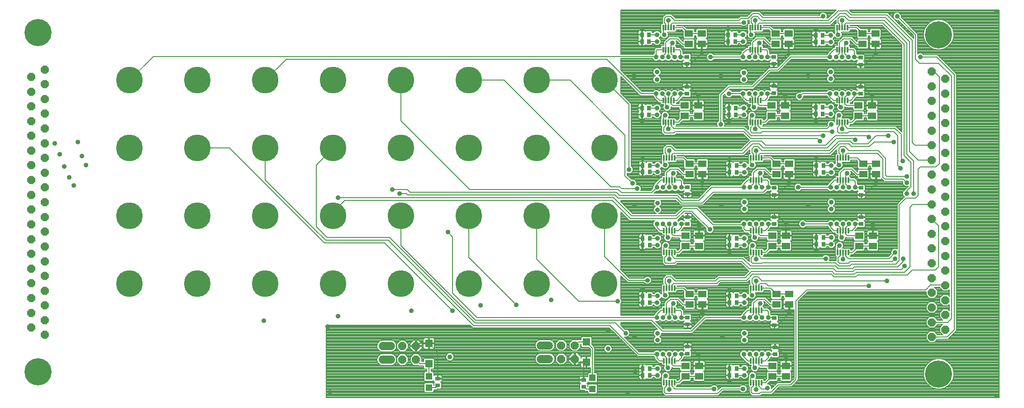
<source format=gtl>
G75*
%MOIN*%
%OFA0B0*%
%FSLAX25Y25*%
%IPPOS*%
%LPD*%
%AMOC8*
5,1,8,0,0,1.08239X$1,22.5*
%
%ADD10R,0.05906X0.05118*%
%ADD11C,0.06000*%
%ADD12C,0.19685*%
%ADD13R,0.01181X0.03937*%
%ADD14OC8,0.06000*%
%ADD15C,0.20000*%
%ADD16R,0.02756X0.03543*%
%ADD17R,0.05512X0.05512*%
%ADD18R,0.03543X0.02756*%
%ADD19R,0.04724X0.04724*%
%ADD20C,0.00787*%
%ADD21C,0.03575*%
D10*
X0608095Y0019310D03*
X0618095Y0019310D03*
X0618095Y0026790D03*
X0608095Y0026790D03*
X0672095Y0026790D03*
X0682095Y0026790D03*
X0682095Y0019310D03*
X0672095Y0019310D03*
X0675095Y0072310D03*
X0684595Y0072310D03*
X0684595Y0079790D03*
X0675095Y0079790D03*
X0620595Y0079790D03*
X0611095Y0079790D03*
X0611095Y0072310D03*
X0620595Y0072310D03*
X0618095Y0115310D03*
X0608095Y0115310D03*
X0608095Y0122790D03*
X0618095Y0122790D03*
X0672095Y0122790D03*
X0682095Y0122790D03*
X0682095Y0115310D03*
X0672095Y0115310D03*
X0736095Y0115310D03*
X0746095Y0115310D03*
X0746095Y0122790D03*
X0736095Y0122790D03*
X0739095Y0168310D03*
X0748595Y0168310D03*
X0748595Y0175790D03*
X0739095Y0175790D03*
X0684595Y0175790D03*
X0675095Y0175790D03*
X0675095Y0168310D03*
X0684595Y0168310D03*
X0620595Y0168310D03*
X0611095Y0168310D03*
X0611095Y0175790D03*
X0620595Y0175790D03*
X0617595Y0211310D03*
X0607595Y0211310D03*
X0607595Y0218790D03*
X0617595Y0218790D03*
X0671595Y0218790D03*
X0681595Y0218790D03*
X0681595Y0211310D03*
X0671595Y0211310D03*
X0735595Y0211310D03*
X0745595Y0211310D03*
X0745595Y0218790D03*
X0735595Y0218790D03*
X0738595Y0264310D03*
X0748095Y0264310D03*
X0748095Y0271790D03*
X0738595Y0271790D03*
X0684095Y0271790D03*
X0674595Y0271790D03*
X0674595Y0264310D03*
X0684095Y0264310D03*
X0620095Y0264310D03*
X0610595Y0264310D03*
X0610595Y0271790D03*
X0620095Y0271790D03*
D11*
X0507595Y0042050D02*
X0501595Y0042050D01*
X0501595Y0032050D02*
X0507595Y0032050D01*
X0391095Y0031550D02*
X0385095Y0031550D01*
X0385095Y0041550D02*
X0391095Y0041550D01*
D12*
X0398595Y0087550D03*
X0348595Y0087550D03*
X0298595Y0087550D03*
X0248595Y0087550D03*
X0198595Y0087550D03*
X0198595Y0137550D03*
X0248595Y0137550D03*
X0298595Y0137550D03*
X0348595Y0137550D03*
X0398595Y0137550D03*
X0448595Y0137550D03*
X0498595Y0137550D03*
X0548595Y0137550D03*
X0548095Y0087550D03*
X0498595Y0087550D03*
X0448595Y0087550D03*
X0448595Y0187550D03*
X0498595Y0187550D03*
X0548595Y0187550D03*
X0548595Y0237550D03*
X0498595Y0237550D03*
X0448595Y0237550D03*
X0398595Y0237550D03*
X0348595Y0237550D03*
X0298595Y0237550D03*
X0248595Y0237550D03*
X0198595Y0237550D03*
X0198595Y0187550D03*
X0248595Y0187550D03*
X0298595Y0187550D03*
X0348595Y0187550D03*
X0398595Y0187550D03*
D13*
X0592158Y0180121D03*
X0594127Y0180121D03*
X0596095Y0180121D03*
X0598064Y0180121D03*
X0600032Y0180121D03*
X0600032Y0163979D03*
X0598064Y0163979D03*
X0596095Y0163979D03*
X0594127Y0163979D03*
X0592158Y0163979D03*
X0656158Y0163979D03*
X0658127Y0163979D03*
X0660095Y0163979D03*
X0662064Y0163979D03*
X0664032Y0163979D03*
X0664032Y0180121D03*
X0662064Y0180121D03*
X0660095Y0180121D03*
X0658127Y0180121D03*
X0656158Y0180121D03*
X0720158Y0180121D03*
X0722127Y0180121D03*
X0724095Y0180121D03*
X0726064Y0180121D03*
X0728032Y0180121D03*
X0728032Y0163979D03*
X0726064Y0163979D03*
X0724095Y0163979D03*
X0722127Y0163979D03*
X0720158Y0163979D03*
X0720158Y0126621D03*
X0722127Y0126621D03*
X0724095Y0126621D03*
X0726064Y0126621D03*
X0728032Y0126621D03*
X0728032Y0110479D03*
X0726064Y0110479D03*
X0724095Y0110479D03*
X0722127Y0110479D03*
X0720158Y0110479D03*
X0664032Y0110479D03*
X0662064Y0110479D03*
X0660095Y0110479D03*
X0658127Y0110479D03*
X0656158Y0110479D03*
X0656158Y0126621D03*
X0658127Y0126621D03*
X0660095Y0126621D03*
X0662064Y0126621D03*
X0664032Y0126621D03*
X0600032Y0126621D03*
X0598064Y0126621D03*
X0596095Y0126621D03*
X0594127Y0126621D03*
X0592158Y0126621D03*
X0592158Y0110479D03*
X0594127Y0110479D03*
X0596095Y0110479D03*
X0598064Y0110479D03*
X0600032Y0110479D03*
X0600032Y0084121D03*
X0598064Y0084121D03*
X0596095Y0084121D03*
X0594127Y0084121D03*
X0592158Y0084121D03*
X0592158Y0067979D03*
X0594127Y0067979D03*
X0596095Y0067979D03*
X0598064Y0067979D03*
X0600032Y0067979D03*
X0656158Y0067979D03*
X0658127Y0067979D03*
X0660095Y0067979D03*
X0662064Y0067979D03*
X0664032Y0067979D03*
X0664032Y0084121D03*
X0662064Y0084121D03*
X0660095Y0084121D03*
X0658127Y0084121D03*
X0656158Y0084121D03*
X0656158Y0030621D03*
X0658127Y0030621D03*
X0660095Y0030621D03*
X0662064Y0030621D03*
X0664032Y0030621D03*
X0664032Y0014479D03*
X0662064Y0014479D03*
X0660095Y0014479D03*
X0658127Y0014479D03*
X0656158Y0014479D03*
X0600032Y0014479D03*
X0598064Y0014479D03*
X0596095Y0014479D03*
X0594127Y0014479D03*
X0592158Y0014479D03*
X0592158Y0030621D03*
X0594127Y0030621D03*
X0596095Y0030621D03*
X0598064Y0030621D03*
X0600032Y0030621D03*
X0599532Y0206479D03*
X0597564Y0206479D03*
X0595595Y0206479D03*
X0593627Y0206479D03*
X0591658Y0206479D03*
X0591658Y0222621D03*
X0593627Y0222621D03*
X0595595Y0222621D03*
X0597564Y0222621D03*
X0599532Y0222621D03*
X0655658Y0222621D03*
X0657627Y0222621D03*
X0659595Y0222621D03*
X0661564Y0222621D03*
X0663532Y0222621D03*
X0663532Y0206479D03*
X0661564Y0206479D03*
X0659595Y0206479D03*
X0657627Y0206479D03*
X0655658Y0206479D03*
X0719658Y0206479D03*
X0721627Y0206479D03*
X0723595Y0206479D03*
X0725564Y0206479D03*
X0727532Y0206479D03*
X0727532Y0222621D03*
X0725564Y0222621D03*
X0723595Y0222621D03*
X0721627Y0222621D03*
X0719658Y0222621D03*
X0719658Y0259979D03*
X0721627Y0259979D03*
X0723595Y0259979D03*
X0725564Y0259979D03*
X0727532Y0259979D03*
X0727532Y0276121D03*
X0725564Y0276121D03*
X0723595Y0276121D03*
X0721627Y0276121D03*
X0719658Y0276121D03*
X0663532Y0276121D03*
X0661564Y0276121D03*
X0659595Y0276121D03*
X0657627Y0276121D03*
X0655658Y0276121D03*
X0655658Y0259979D03*
X0657627Y0259979D03*
X0659595Y0259979D03*
X0661564Y0259979D03*
X0663532Y0259979D03*
X0599532Y0259979D03*
X0597564Y0259979D03*
X0595595Y0259979D03*
X0593627Y0259979D03*
X0591658Y0259979D03*
X0591658Y0276121D03*
X0593627Y0276121D03*
X0595595Y0276121D03*
X0597564Y0276121D03*
X0599532Y0276121D03*
D14*
X0789595Y0243850D03*
X0799595Y0238450D03*
X0789595Y0232950D03*
X0799595Y0227550D03*
X0789595Y0222150D03*
X0799595Y0216650D03*
X0789595Y0211250D03*
X0799595Y0205850D03*
X0789595Y0200350D03*
X0799595Y0194950D03*
X0789595Y0189550D03*
X0799595Y0184050D03*
X0789595Y0178650D03*
X0799595Y0173250D03*
X0789595Y0167750D03*
X0799595Y0162350D03*
X0789595Y0156950D03*
X0799595Y0151450D03*
X0789595Y0146050D03*
X0799595Y0140650D03*
X0789595Y0135150D03*
X0799595Y0129750D03*
X0789595Y0124350D03*
X0799595Y0118850D03*
X0789595Y0113450D03*
X0799595Y0108050D03*
X0789595Y0102550D03*
X0799595Y0097150D03*
X0789595Y0091650D03*
X0799595Y0086250D03*
X0789595Y0080850D03*
X0799595Y0075350D03*
X0789595Y0069950D03*
X0799595Y0064550D03*
X0789595Y0059050D03*
X0799595Y0053650D03*
X0789595Y0048250D03*
X0526595Y0042050D03*
X0516595Y0042050D03*
X0516595Y0032050D03*
X0526595Y0032050D03*
X0409595Y0031550D03*
X0399595Y0031550D03*
X0399595Y0041550D03*
X0409595Y0041550D03*
X0136095Y0049750D03*
X0126095Y0055150D03*
X0136095Y0060650D03*
X0126095Y0066050D03*
X0136095Y0071450D03*
X0126095Y0076950D03*
X0136095Y0082350D03*
X0126095Y0087750D03*
X0136095Y0093250D03*
X0126095Y0098650D03*
X0136095Y0104050D03*
X0126095Y0109550D03*
X0136095Y0114950D03*
X0126095Y0120350D03*
X0136095Y0125850D03*
X0126095Y0131250D03*
X0136095Y0136650D03*
X0126095Y0142150D03*
X0136095Y0147550D03*
X0126095Y0152950D03*
X0136095Y0158450D03*
X0126095Y0163850D03*
X0136095Y0169250D03*
X0126095Y0174750D03*
X0136095Y0180150D03*
X0126095Y0185650D03*
X0136095Y0191050D03*
X0126095Y0196450D03*
X0136095Y0201950D03*
X0126095Y0207350D03*
X0136095Y0212750D03*
X0126095Y0218250D03*
X0136095Y0223650D03*
X0126095Y0229050D03*
X0136095Y0234550D03*
X0126095Y0239950D03*
X0136095Y0245350D03*
D15*
X0131095Y0022550D03*
X0131095Y0272550D03*
X0794595Y0271050D03*
X0794595Y0021050D03*
D16*
X0645654Y0020050D03*
X0640536Y0020050D03*
X0640536Y0025050D03*
X0645654Y0025050D03*
X0581654Y0025050D03*
X0576536Y0025050D03*
X0576536Y0020050D03*
X0581654Y0020050D03*
X0581654Y0073550D03*
X0581654Y0078550D03*
X0576536Y0078550D03*
X0576536Y0073550D03*
X0640536Y0073550D03*
X0640536Y0078550D03*
X0645654Y0078550D03*
X0645654Y0073550D03*
X0645654Y0116050D03*
X0645654Y0121050D03*
X0640536Y0121050D03*
X0640536Y0116050D03*
X0581654Y0116050D03*
X0581654Y0121050D03*
X0576536Y0121050D03*
X0576536Y0116050D03*
X0576536Y0170050D03*
X0581654Y0170050D03*
X0581654Y0174550D03*
X0576536Y0174550D03*
X0640536Y0174550D03*
X0645654Y0174550D03*
X0645654Y0169550D03*
X0640536Y0169550D03*
X0704536Y0169550D03*
X0709654Y0169550D03*
X0709654Y0174550D03*
X0704536Y0174550D03*
X0704036Y0212550D03*
X0704036Y0217550D03*
X0709154Y0217550D03*
X0709154Y0212550D03*
X0645154Y0212050D03*
X0645154Y0217050D03*
X0640036Y0217050D03*
X0640036Y0212050D03*
X0581154Y0212050D03*
X0581154Y0217050D03*
X0576036Y0217050D03*
X0576036Y0212050D03*
X0576036Y0266050D03*
X0581154Y0266050D03*
X0581154Y0271050D03*
X0576036Y0271050D03*
X0639536Y0271050D03*
X0644654Y0271050D03*
X0644654Y0266050D03*
X0639536Y0266050D03*
X0704036Y0265550D03*
X0704036Y0270550D03*
X0709154Y0270550D03*
X0709154Y0265550D03*
X0709654Y0121550D03*
X0704536Y0121550D03*
X0704536Y0116550D03*
X0709654Y0116550D03*
D17*
X0535095Y0044530D03*
X0535095Y0029570D03*
X0419095Y0028570D03*
X0419095Y0043530D03*
D18*
X0425595Y0017609D03*
X0425595Y0012491D03*
X0533095Y0011491D03*
X0533095Y0016609D03*
X0609595Y0035991D03*
X0609595Y0041109D03*
X0609595Y0057491D03*
X0609595Y0062609D03*
X0673595Y0062109D03*
X0673595Y0056991D03*
X0674095Y0040609D03*
X0674095Y0035491D03*
X0673595Y0131491D03*
X0673595Y0136609D03*
X0673595Y0152991D03*
X0673595Y0158109D03*
X0737595Y0158109D03*
X0737595Y0152991D03*
X0737595Y0136609D03*
X0737595Y0131491D03*
X0609595Y0131491D03*
X0609595Y0136609D03*
X0609595Y0153491D03*
X0609595Y0158609D03*
X0609095Y0227491D03*
X0609095Y0232609D03*
X0609095Y0249491D03*
X0609095Y0254609D03*
X0673095Y0254609D03*
X0673095Y0249491D03*
X0673095Y0233109D03*
X0673095Y0227991D03*
X0737095Y0227491D03*
X0737095Y0232609D03*
X0737095Y0248991D03*
X0737095Y0254109D03*
D19*
X0539595Y0018184D03*
X0539595Y0009916D03*
X0419095Y0010916D03*
X0419095Y0019184D03*
D20*
X0419095Y0028570D01*
X0412575Y0028570D01*
X0409595Y0031550D01*
X0405414Y0031505D02*
X0403776Y0031505D01*
X0403776Y0032291D02*
X0405414Y0032291D01*
X0405414Y0033076D02*
X0403776Y0033076D01*
X0403776Y0033282D02*
X0401327Y0035731D01*
X0397863Y0035731D01*
X0395414Y0033282D01*
X0395414Y0029818D01*
X0397863Y0027369D01*
X0401327Y0027369D01*
X0403776Y0029818D01*
X0403776Y0033282D01*
X0403196Y0033862D02*
X0405995Y0033862D01*
X0405414Y0033282D02*
X0405414Y0029818D01*
X0407863Y0027369D01*
X0411327Y0027369D01*
X0411438Y0027480D01*
X0411923Y0026995D01*
X0415158Y0026995D01*
X0415158Y0025325D01*
X0415850Y0024633D01*
X0417520Y0024633D01*
X0417520Y0022727D01*
X0416244Y0022727D01*
X0415552Y0022035D01*
X0415552Y0016332D01*
X0416244Y0015641D01*
X0421947Y0015641D01*
X0422430Y0016124D01*
X0422430Y0016048D01*
X0422525Y0015693D01*
X0422708Y0015375D01*
X0422968Y0015116D01*
X0423242Y0014958D01*
X0422642Y0014358D01*
X0422642Y0012491D01*
X0422638Y0012491D01*
X0422638Y0013768D01*
X0421947Y0014459D01*
X0416244Y0014459D01*
X0415552Y0013768D01*
X0415552Y0008065D01*
X0416244Y0007373D01*
X0421947Y0007373D01*
X0422638Y0008065D01*
X0422638Y0009341D01*
X0424673Y0009341D01*
X0425263Y0009932D01*
X0427856Y0009932D01*
X0428548Y0010624D01*
X0428548Y0014358D01*
X0427948Y0014958D01*
X0428223Y0015116D01*
X0428482Y0015375D01*
X0428666Y0015693D01*
X0428760Y0016048D01*
X0428760Y0017314D01*
X0425890Y0017314D01*
X0425890Y0017904D01*
X0425300Y0017904D01*
X0425300Y0020381D01*
X0423640Y0020381D01*
X0423286Y0020286D01*
X0422968Y0020102D01*
X0422708Y0019843D01*
X0422638Y0019722D01*
X0422638Y0022035D01*
X0421947Y0022727D01*
X0420670Y0022727D01*
X0420670Y0024633D01*
X0422340Y0024633D01*
X0423032Y0025325D01*
X0423032Y0031815D01*
X0422340Y0032507D01*
X0415850Y0032507D01*
X0415158Y0031815D01*
X0415158Y0030144D01*
X0413776Y0030144D01*
X0413776Y0033282D01*
X0411327Y0035731D01*
X0407863Y0035731D01*
X0405414Y0033282D01*
X0406780Y0034648D02*
X0402410Y0034648D01*
X0401624Y0035434D02*
X0407566Y0035434D01*
X0407775Y0037156D02*
X0405201Y0039730D01*
X0405201Y0041156D01*
X0409201Y0041156D01*
X0409201Y0041944D01*
X0405201Y0041944D01*
X0405201Y0043370D01*
X0407775Y0045944D01*
X0409201Y0045944D01*
X0409201Y0041944D01*
X0409989Y0041944D01*
X0409989Y0045944D01*
X0411415Y0045944D01*
X0413989Y0043370D01*
X0413989Y0041944D01*
X0409989Y0041944D01*
X0409989Y0041156D01*
X0409989Y0037156D01*
X0411415Y0037156D01*
X0413989Y0039730D01*
X0413989Y0041156D01*
X0409989Y0041156D01*
X0409201Y0041156D01*
X0409201Y0037156D01*
X0407775Y0037156D01*
X0407140Y0037792D02*
X0401750Y0037792D01*
X0401327Y0037369D02*
X0403776Y0039818D01*
X0403776Y0043282D01*
X0401327Y0045731D01*
X0397863Y0045731D01*
X0395414Y0043282D01*
X0395414Y0039818D01*
X0397863Y0037369D01*
X0401327Y0037369D01*
X0402536Y0038578D02*
X0406354Y0038578D01*
X0405568Y0039364D02*
X0403322Y0039364D01*
X0403776Y0040150D02*
X0405201Y0040150D01*
X0405201Y0040936D02*
X0403776Y0040936D01*
X0403776Y0041721D02*
X0409201Y0041721D01*
X0409595Y0041550D02*
X0411575Y0043530D01*
X0419095Y0043530D01*
X0425595Y0037030D01*
X0425595Y0017609D01*
X0425890Y0017358D02*
X0529930Y0017358D01*
X0529930Y0016904D02*
X0529930Y0018170D01*
X0530025Y0018525D01*
X0530208Y0018843D01*
X0530468Y0019102D01*
X0530786Y0019286D01*
X0531140Y0019381D01*
X0532800Y0019381D01*
X0532800Y0016904D01*
X0532800Y0016314D01*
X0529930Y0016314D01*
X0529930Y0015048D01*
X0530025Y0014693D01*
X0530208Y0014375D01*
X0530468Y0014116D01*
X0530742Y0013958D01*
X0530142Y0013358D01*
X0530142Y0009624D01*
X0530834Y0008932D01*
X0533427Y0008932D01*
X0534018Y0008341D01*
X0536052Y0008341D01*
X0536052Y0007065D01*
X0536744Y0006373D01*
X0542447Y0006373D01*
X0543138Y0007065D01*
X0543138Y0012768D01*
X0542447Y0013459D01*
X0536744Y0013459D01*
X0536052Y0012768D01*
X0536052Y0011491D01*
X0536048Y0011491D01*
X0536048Y0013358D01*
X0535448Y0013958D01*
X0535723Y0014116D01*
X0535982Y0014375D01*
X0536166Y0014693D01*
X0536260Y0015048D01*
X0536260Y0015124D01*
X0536744Y0014641D01*
X0542447Y0014641D01*
X0543138Y0015332D01*
X0543138Y0021035D01*
X0542447Y0021727D01*
X0541170Y0021727D01*
X0541170Y0040683D01*
X0539032Y0042820D01*
X0539032Y0047775D01*
X0538340Y0048467D01*
X0531850Y0048467D01*
X0531158Y0047775D01*
X0531158Y0046105D01*
X0528453Y0046105D01*
X0528327Y0046231D01*
X0524863Y0046231D01*
X0522414Y0043782D01*
X0522414Y0040318D01*
X0524863Y0037869D01*
X0528327Y0037869D01*
X0530776Y0040318D01*
X0530776Y0042956D01*
X0531158Y0042956D01*
X0531158Y0041285D01*
X0531850Y0040593D01*
X0536805Y0040593D01*
X0538020Y0039378D01*
X0538020Y0033719D01*
X0535489Y0033719D01*
X0535489Y0029963D01*
X0534701Y0029963D01*
X0534701Y0029176D01*
X0530946Y0029176D01*
X0530946Y0026630D01*
X0531041Y0026276D01*
X0531224Y0025958D01*
X0531483Y0025699D01*
X0531801Y0025515D01*
X0532156Y0025420D01*
X0534701Y0025420D01*
X0534701Y0029176D01*
X0535489Y0029176D01*
X0535489Y0025420D01*
X0538020Y0025420D01*
X0538020Y0021727D01*
X0536744Y0021727D01*
X0536052Y0021035D01*
X0536052Y0018722D01*
X0535982Y0018843D01*
X0535723Y0019102D01*
X0535405Y0019286D01*
X0535050Y0019381D01*
X0533390Y0019381D01*
X0533390Y0016904D01*
X0532800Y0016904D01*
X0529930Y0016904D01*
X0529930Y0015786D02*
X0428690Y0015786D01*
X0428760Y0016572D02*
X0532800Y0016572D01*
X0533095Y0016609D02*
X0533095Y0027570D01*
X0535095Y0029570D01*
X0529075Y0029570D01*
X0526595Y0032050D01*
X0526201Y0032291D02*
X0520776Y0032291D01*
X0520776Y0033076D02*
X0522201Y0033076D01*
X0522201Y0032444D02*
X0526201Y0032444D01*
X0526201Y0031656D01*
X0522201Y0031656D01*
X0522201Y0030230D01*
X0524775Y0027656D01*
X0526201Y0027656D01*
X0526201Y0031656D01*
X0526989Y0031656D01*
X0526989Y0027656D01*
X0528415Y0027656D01*
X0530946Y0030187D01*
X0530946Y0029963D01*
X0534701Y0029963D01*
X0534701Y0033719D01*
X0532156Y0033719D01*
X0531801Y0033624D01*
X0531483Y0033441D01*
X0531224Y0033181D01*
X0531041Y0032864D01*
X0530989Y0032671D01*
X0530989Y0033870D01*
X0528415Y0036444D01*
X0526989Y0036444D01*
X0526989Y0032444D01*
X0526201Y0032444D01*
X0526201Y0036444D01*
X0524775Y0036444D01*
X0522201Y0033870D01*
X0522201Y0032444D01*
X0522201Y0031505D02*
X0520776Y0031505D01*
X0520776Y0030719D02*
X0522201Y0030719D01*
X0522499Y0029933D02*
X0520391Y0029933D01*
X0520776Y0030318D02*
X0518327Y0027869D01*
X0514863Y0027869D01*
X0512414Y0030318D01*
X0512414Y0033782D01*
X0514863Y0036231D01*
X0518327Y0036231D01*
X0520776Y0033782D01*
X0520776Y0030318D01*
X0519605Y0029147D02*
X0523285Y0029147D01*
X0524071Y0028361D02*
X0518819Y0028361D01*
X0514371Y0028361D02*
X0509615Y0028361D01*
X0509964Y0028505D02*
X0511140Y0029682D01*
X0511776Y0031218D01*
X0511776Y0032882D01*
X0511140Y0034418D01*
X0509964Y0035595D01*
X0508427Y0036231D01*
X0500763Y0036231D01*
X0499227Y0035595D01*
X0498051Y0034418D01*
X0497414Y0032882D01*
X0497414Y0031218D01*
X0498051Y0029682D01*
X0499227Y0028505D01*
X0500763Y0027869D01*
X0508427Y0027869D01*
X0509964Y0028505D01*
X0510605Y0029147D02*
X0513585Y0029147D01*
X0512799Y0029933D02*
X0511244Y0029933D01*
X0511569Y0030719D02*
X0512414Y0030719D01*
X0512414Y0031505D02*
X0511776Y0031505D01*
X0511776Y0032291D02*
X0512414Y0032291D01*
X0512414Y0033076D02*
X0511696Y0033076D01*
X0511370Y0033862D02*
X0512495Y0033862D01*
X0513280Y0034648D02*
X0510910Y0034648D01*
X0510124Y0035434D02*
X0514066Y0035434D01*
X0514852Y0036220D02*
X0508453Y0036220D01*
X0508427Y0037869D02*
X0509964Y0038505D01*
X0511140Y0039682D01*
X0511776Y0041218D01*
X0511776Y0042882D01*
X0511140Y0044418D01*
X0509964Y0045595D01*
X0508427Y0046231D01*
X0500763Y0046231D01*
X0499227Y0045595D01*
X0498051Y0044418D01*
X0497414Y0042882D01*
X0497414Y0041218D01*
X0498051Y0039682D01*
X0499227Y0038505D01*
X0500763Y0037869D01*
X0508427Y0037869D01*
X0510036Y0038578D02*
X0514154Y0038578D01*
X0514863Y0037869D02*
X0512414Y0040318D01*
X0512414Y0043782D01*
X0514863Y0046231D01*
X0518327Y0046231D01*
X0520776Y0043782D01*
X0520776Y0040318D01*
X0518327Y0037869D01*
X0514863Y0037869D01*
X0513368Y0039364D02*
X0510822Y0039364D01*
X0511334Y0040150D02*
X0512583Y0040150D01*
X0512414Y0040936D02*
X0511659Y0040936D01*
X0511776Y0041721D02*
X0512414Y0041721D01*
X0512414Y0042507D02*
X0511776Y0042507D01*
X0511606Y0043293D02*
X0512414Y0043293D01*
X0512711Y0044079D02*
X0511280Y0044079D01*
X0510693Y0044865D02*
X0513497Y0044865D01*
X0514283Y0045651D02*
X0509827Y0045651D01*
X0518907Y0045651D02*
X0524283Y0045651D01*
X0523497Y0044865D02*
X0519693Y0044865D01*
X0520479Y0044079D02*
X0522711Y0044079D01*
X0522414Y0043293D02*
X0520776Y0043293D01*
X0520776Y0042507D02*
X0522414Y0042507D01*
X0522414Y0041721D02*
X0520776Y0041721D01*
X0520776Y0040936D02*
X0522414Y0040936D01*
X0522583Y0040150D02*
X0520608Y0040150D01*
X0519822Y0039364D02*
X0523368Y0039364D01*
X0524154Y0038578D02*
X0519036Y0038578D01*
X0518338Y0036220D02*
X0524552Y0036220D01*
X0523766Y0035434D02*
X0519124Y0035434D01*
X0519910Y0034648D02*
X0522980Y0034648D01*
X0522201Y0033862D02*
X0520696Y0033862D01*
X0526201Y0033862D02*
X0526989Y0033862D01*
X0526989Y0033076D02*
X0526201Y0033076D01*
X0526201Y0031505D02*
X0526989Y0031505D01*
X0526989Y0030719D02*
X0526201Y0030719D01*
X0526201Y0029933D02*
X0526989Y0029933D01*
X0526989Y0029147D02*
X0526201Y0029147D01*
X0526201Y0028361D02*
X0526989Y0028361D01*
X0529120Y0028361D02*
X0530946Y0028361D01*
X0530946Y0029147D02*
X0529906Y0029147D01*
X0530692Y0029933D02*
X0534701Y0029933D01*
X0534701Y0030719D02*
X0535489Y0030719D01*
X0535489Y0031505D02*
X0534701Y0031505D01*
X0534701Y0032291D02*
X0535489Y0032291D01*
X0535489Y0033076D02*
X0534701Y0033076D01*
X0538020Y0033862D02*
X0530989Y0033862D01*
X0530989Y0033076D02*
X0531163Y0033076D01*
X0530211Y0034648D02*
X0538020Y0034648D01*
X0538020Y0035434D02*
X0529425Y0035434D01*
X0528639Y0036220D02*
X0538020Y0036220D01*
X0538020Y0037006D02*
X0343595Y0037006D01*
X0343595Y0037792D02*
X0383242Y0037792D01*
X0382727Y0038005D02*
X0384263Y0037369D01*
X0391927Y0037369D01*
X0393464Y0038005D01*
X0394640Y0039182D01*
X0395276Y0040718D01*
X0395276Y0042382D01*
X0394640Y0043918D01*
X0393464Y0045095D01*
X0391927Y0045731D01*
X0384263Y0045731D01*
X0382727Y0045095D01*
X0381551Y0043918D01*
X0380914Y0042382D01*
X0380914Y0040718D01*
X0381551Y0039182D01*
X0382727Y0038005D01*
X0382154Y0038578D02*
X0343595Y0038578D01*
X0343595Y0039364D02*
X0381475Y0039364D01*
X0381150Y0040150D02*
X0343595Y0040150D01*
X0343595Y0040936D02*
X0380914Y0040936D01*
X0380914Y0041721D02*
X0343595Y0041721D01*
X0343595Y0042507D02*
X0380966Y0042507D01*
X0381292Y0043293D02*
X0343595Y0043293D01*
X0343595Y0044079D02*
X0381711Y0044079D01*
X0382497Y0044865D02*
X0343595Y0044865D01*
X0343595Y0045651D02*
X0384070Y0045651D01*
X0392120Y0045651D02*
X0397783Y0045651D01*
X0396997Y0044865D02*
X0393693Y0044865D01*
X0394479Y0044079D02*
X0396211Y0044079D01*
X0395425Y0043293D02*
X0394899Y0043293D01*
X0395224Y0042507D02*
X0395414Y0042507D01*
X0395414Y0041721D02*
X0395276Y0041721D01*
X0395276Y0040936D02*
X0395414Y0040936D01*
X0395414Y0040150D02*
X0395041Y0040150D01*
X0394715Y0039364D02*
X0395868Y0039364D01*
X0396654Y0038578D02*
X0394036Y0038578D01*
X0392948Y0037792D02*
X0397440Y0037792D01*
X0397566Y0035434D02*
X0392644Y0035434D01*
X0391927Y0035731D02*
X0393464Y0035095D01*
X0394640Y0033918D01*
X0395276Y0032382D01*
X0395276Y0030718D01*
X0394640Y0029182D01*
X0393464Y0028005D01*
X0391927Y0027369D01*
X0384263Y0027369D01*
X0382727Y0028005D01*
X0381551Y0029182D01*
X0380914Y0030718D01*
X0380914Y0032382D01*
X0381551Y0033918D01*
X0382727Y0035095D01*
X0384263Y0035731D01*
X0391927Y0035731D01*
X0393910Y0034648D02*
X0396780Y0034648D01*
X0395995Y0033862D02*
X0394663Y0033862D01*
X0394988Y0033076D02*
X0395414Y0033076D01*
X0395414Y0032291D02*
X0395276Y0032291D01*
X0395276Y0031505D02*
X0395414Y0031505D01*
X0395414Y0030719D02*
X0395276Y0030719D01*
X0395414Y0029933D02*
X0394951Y0029933D01*
X0394605Y0029147D02*
X0396085Y0029147D01*
X0396871Y0028361D02*
X0393819Y0028361D01*
X0392424Y0027575D02*
X0397657Y0027575D01*
X0401533Y0027575D02*
X0407657Y0027575D01*
X0406871Y0028361D02*
X0402319Y0028361D01*
X0403105Y0029147D02*
X0406085Y0029147D01*
X0405414Y0029933D02*
X0403776Y0029933D01*
X0403776Y0030719D02*
X0405414Y0030719D01*
X0412410Y0034648D02*
X0431837Y0034648D01*
X0431627Y0034140D02*
X0431627Y0032960D01*
X0432079Y0031868D01*
X0432914Y0031033D01*
X0434005Y0030581D01*
X0435186Y0030581D01*
X0436277Y0031033D01*
X0437112Y0031868D01*
X0437564Y0032960D01*
X0437564Y0034140D01*
X0437112Y0035232D01*
X0436277Y0036067D01*
X0435186Y0036518D01*
X0434005Y0036518D01*
X0432914Y0036067D01*
X0432079Y0035232D01*
X0431627Y0034140D01*
X0431627Y0033862D02*
X0413196Y0033862D01*
X0413776Y0033076D02*
X0431627Y0033076D01*
X0431904Y0032291D02*
X0422556Y0032291D01*
X0423032Y0031505D02*
X0432442Y0031505D01*
X0433673Y0030719D02*
X0423032Y0030719D01*
X0423032Y0029933D02*
X0497947Y0029933D01*
X0497621Y0030719D02*
X0435517Y0030719D01*
X0436748Y0031505D02*
X0497414Y0031505D01*
X0497414Y0032291D02*
X0437287Y0032291D01*
X0437564Y0033076D02*
X0497495Y0033076D01*
X0497820Y0033862D02*
X0437564Y0033862D01*
X0437353Y0034648D02*
X0498280Y0034648D01*
X0499066Y0035434D02*
X0436909Y0035434D01*
X0435906Y0036220D02*
X0500737Y0036220D01*
X0499154Y0038578D02*
X0412837Y0038578D01*
X0413622Y0039364D02*
X0498368Y0039364D01*
X0497857Y0040150D02*
X0423100Y0040150D01*
X0423150Y0040236D02*
X0423245Y0040591D01*
X0423245Y0043137D01*
X0419489Y0043137D01*
X0419489Y0043924D01*
X0423245Y0043924D01*
X0423245Y0046470D01*
X0423150Y0046824D01*
X0422966Y0047142D01*
X0422707Y0047401D01*
X0422389Y0047585D01*
X0422035Y0047680D01*
X0419489Y0047680D01*
X0419489Y0043924D01*
X0418701Y0043924D01*
X0418701Y0043137D01*
X0414946Y0043137D01*
X0414946Y0040591D01*
X0415041Y0040236D01*
X0415224Y0039919D01*
X0415483Y0039659D01*
X0415801Y0039476D01*
X0416156Y0039381D01*
X0418701Y0039381D01*
X0418701Y0043137D01*
X0419489Y0043137D01*
X0419489Y0039381D01*
X0422035Y0039381D01*
X0422389Y0039476D01*
X0422707Y0039659D01*
X0422966Y0039919D01*
X0423150Y0040236D01*
X0423245Y0040936D02*
X0497531Y0040936D01*
X0497414Y0041721D02*
X0423245Y0041721D01*
X0423245Y0042507D02*
X0497414Y0042507D01*
X0497585Y0043293D02*
X0419489Y0043293D01*
X0419115Y0043550D02*
X0419095Y0043530D01*
X0418701Y0043293D02*
X0413989Y0043293D01*
X0413989Y0042507D02*
X0414946Y0042507D01*
X0414946Y0041721D02*
X0409989Y0041721D01*
X0409989Y0040936D02*
X0409201Y0040936D01*
X0409201Y0040150D02*
X0409989Y0040150D01*
X0409989Y0039364D02*
X0409201Y0039364D01*
X0409201Y0038578D02*
X0409989Y0038578D01*
X0409989Y0037792D02*
X0409201Y0037792D01*
X0412051Y0037792D02*
X0538020Y0037792D01*
X0538020Y0038578D02*
X0529036Y0038578D01*
X0529822Y0039364D02*
X0538020Y0039364D01*
X0537249Y0040150D02*
X0530608Y0040150D01*
X0530776Y0040936D02*
X0531508Y0040936D01*
X0531158Y0041721D02*
X0530776Y0041721D01*
X0530776Y0042507D02*
X0531158Y0042507D01*
X0529075Y0044530D02*
X0526595Y0042050D01*
X0529075Y0044530D02*
X0535095Y0044530D01*
X0539595Y0040030D01*
X0539595Y0018184D01*
X0543138Y0018144D02*
X0573764Y0018144D01*
X0573764Y0018095D02*
X0573859Y0017740D01*
X0574043Y0017423D01*
X0574302Y0017163D01*
X0574620Y0016980D01*
X0574975Y0016885D01*
X0576241Y0016885D01*
X0576241Y0019755D01*
X0573764Y0019755D01*
X0573764Y0018095D01*
X0574107Y0017358D02*
X0543138Y0017358D01*
X0543138Y0016572D02*
X0590386Y0016572D01*
X0590386Y0016937D02*
X0590386Y0012021D01*
X0591078Y0011330D01*
X0591148Y0011330D01*
X0591020Y0011202D01*
X0591020Y0006898D01*
X0592020Y0005898D01*
X0592943Y0004975D01*
X0632247Y0004975D01*
X0633670Y0006398D01*
X0635747Y0008475D01*
X0648034Y0008475D01*
X0648079Y0008368D01*
X0648914Y0007533D01*
X0650005Y0007081D01*
X0651186Y0007081D01*
X0652277Y0007533D01*
X0653112Y0008368D01*
X0653564Y0009460D01*
X0653564Y0010640D01*
X0653112Y0011732D01*
X0652277Y0012567D01*
X0651186Y0013018D01*
X0650005Y0013018D01*
X0648914Y0012567D01*
X0648079Y0011732D01*
X0648034Y0011625D01*
X0634443Y0011625D01*
X0633520Y0010702D01*
X0631912Y0009094D01*
X0632064Y0009460D01*
X0632064Y0010640D01*
X0631612Y0011732D01*
X0630777Y0012567D01*
X0629686Y0013018D01*
X0628505Y0013018D01*
X0627414Y0012567D01*
X0626579Y0011732D01*
X0626534Y0011625D01*
X0601407Y0011625D01*
X0601804Y0012021D01*
X0601804Y0012904D01*
X0603917Y0012904D01*
X0606582Y0015570D01*
X0611537Y0015570D01*
X0612229Y0016262D01*
X0612229Y0017735D01*
X0613961Y0017735D01*
X0613961Y0016262D01*
X0614653Y0015570D01*
X0621537Y0015570D01*
X0622229Y0016262D01*
X0622229Y0022358D01*
X0621630Y0022958D01*
X0621904Y0023116D01*
X0622163Y0023375D01*
X0622347Y0023693D01*
X0622442Y0024048D01*
X0622442Y0026396D01*
X0618489Y0026396D01*
X0618489Y0027184D01*
X0617701Y0027184D01*
X0617701Y0026396D01*
X0613749Y0026396D01*
X0613749Y0024048D01*
X0613844Y0023693D01*
X0614027Y0023375D01*
X0614287Y0023116D01*
X0614561Y0022958D01*
X0613961Y0022358D01*
X0613961Y0020885D01*
X0612229Y0020885D01*
X0612229Y0022358D01*
X0611537Y0023050D01*
X0604653Y0023050D01*
X0603961Y0022358D01*
X0603961Y0017403D01*
X0602612Y0016054D01*
X0601804Y0016054D01*
X0601804Y0016937D01*
X0601112Y0017629D01*
X0595872Y0017629D01*
X0596112Y0017868D01*
X0596564Y0018960D01*
X0596564Y0020140D01*
X0596112Y0021232D01*
X0595277Y0022067D01*
X0594186Y0022518D01*
X0593005Y0022518D01*
X0591914Y0022067D01*
X0591079Y0021232D01*
X0590627Y0020140D01*
X0590627Y0018960D01*
X0590671Y0018853D01*
X0590583Y0018765D01*
X0590583Y0017134D01*
X0590386Y0016937D01*
X0590583Y0017358D02*
X0588854Y0017358D01*
X0589277Y0017533D02*
X0590112Y0018368D01*
X0590564Y0019460D01*
X0590564Y0020640D01*
X0590112Y0021732D01*
X0589293Y0022550D01*
X0590112Y0023368D01*
X0590564Y0024460D01*
X0590564Y0025640D01*
X0590112Y0026732D01*
X0589277Y0027567D01*
X0588186Y0028018D01*
X0587005Y0028018D01*
X0585914Y0027567D01*
X0585079Y0026732D01*
X0585034Y0026625D01*
X0584213Y0026625D01*
X0584213Y0027311D01*
X0583521Y0028003D01*
X0579787Y0028003D01*
X0579188Y0027403D01*
X0579029Y0027677D01*
X0578770Y0027937D01*
X0578452Y0028120D01*
X0578098Y0028215D01*
X0576831Y0028215D01*
X0576831Y0025345D01*
X0576241Y0025345D01*
X0576241Y0024755D01*
X0573764Y0024755D01*
X0573764Y0023095D01*
X0573859Y0022740D01*
X0573969Y0022550D01*
X0573859Y0022360D01*
X0573764Y0022005D01*
X0573764Y0020345D01*
X0576241Y0020345D01*
X0576241Y0019755D01*
X0576831Y0019755D01*
X0576831Y0016885D01*
X0578098Y0016885D01*
X0578452Y0016980D01*
X0578770Y0017163D01*
X0579029Y0017423D01*
X0579188Y0017697D01*
X0579787Y0017097D01*
X0583521Y0017097D01*
X0584213Y0017789D01*
X0584213Y0018475D01*
X0585034Y0018475D01*
X0585079Y0018368D01*
X0585914Y0017533D01*
X0587005Y0017081D01*
X0588186Y0017081D01*
X0589277Y0017533D01*
X0589887Y0018144D02*
X0590583Y0018144D01*
X0590639Y0018930D02*
X0590344Y0018930D01*
X0590564Y0019716D02*
X0590627Y0019716D01*
X0590564Y0020502D02*
X0590776Y0020502D01*
X0591135Y0021288D02*
X0590296Y0021288D01*
X0589770Y0022074D02*
X0591931Y0022074D01*
X0593414Y0023033D02*
X0594505Y0022581D01*
X0595686Y0022581D01*
X0596777Y0023033D01*
X0597612Y0023868D01*
X0598064Y0024960D01*
X0598064Y0025854D01*
X0598703Y0025215D01*
X0603961Y0025215D01*
X0603961Y0023742D01*
X0604653Y0023050D01*
X0611537Y0023050D01*
X0612229Y0023742D01*
X0612229Y0029838D01*
X0611537Y0030530D01*
X0604803Y0030530D01*
X0605747Y0031475D01*
X0606670Y0032398D01*
X0606670Y0032989D01*
X0606777Y0033033D01*
X0607255Y0033511D01*
X0607334Y0033432D01*
X0611856Y0033432D01*
X0612548Y0034124D01*
X0612548Y0037858D01*
X0611948Y0038458D01*
X0612223Y0038616D01*
X0612482Y0038875D01*
X0612666Y0039193D01*
X0612760Y0039548D01*
X0612760Y0040814D01*
X0609890Y0040814D01*
X0609890Y0041404D01*
X0609300Y0041404D01*
X0609300Y0040814D01*
X0606430Y0040814D01*
X0606430Y0039548D01*
X0606525Y0039193D01*
X0606708Y0038875D01*
X0606968Y0038616D01*
X0607242Y0038458D01*
X0606814Y0038029D01*
X0606777Y0038067D01*
X0605686Y0038518D01*
X0604505Y0038518D01*
X0603414Y0038067D01*
X0602845Y0037498D01*
X0602277Y0038067D01*
X0601186Y0038518D01*
X0600005Y0038518D01*
X0598914Y0038067D01*
X0598345Y0037498D01*
X0597777Y0038067D01*
X0596686Y0038518D01*
X0595505Y0038518D01*
X0594414Y0038067D01*
X0593845Y0037498D01*
X0593277Y0038067D01*
X0592186Y0038518D01*
X0591005Y0038518D01*
X0589914Y0038067D01*
X0589345Y0037498D01*
X0588777Y0038067D01*
X0587686Y0038518D01*
X0586505Y0038518D01*
X0585414Y0038067D01*
X0584579Y0037232D01*
X0584534Y0037125D01*
X0574247Y0037125D01*
X0563139Y0048233D01*
X0563505Y0048081D01*
X0564686Y0048081D01*
X0565777Y0048533D01*
X0566612Y0049368D01*
X0567064Y0050460D01*
X0567064Y0051640D01*
X0566612Y0052732D01*
X0565777Y0053567D01*
X0564686Y0054018D01*
X0563505Y0054018D01*
X0563398Y0053974D01*
X0560322Y0057050D01*
X0560595Y0057050D01*
X0560595Y0058975D01*
X0582443Y0058975D01*
X0587400Y0054018D01*
X0587005Y0054018D01*
X0585914Y0053567D01*
X0585079Y0052732D01*
X0584627Y0051640D01*
X0584627Y0050460D01*
X0585079Y0049368D01*
X0585897Y0048550D01*
X0585079Y0047732D01*
X0584627Y0046640D01*
X0584627Y0045460D01*
X0585079Y0044368D01*
X0585914Y0043533D01*
X0587005Y0043081D01*
X0588186Y0043081D01*
X0589277Y0043533D01*
X0590112Y0044368D01*
X0590564Y0045460D01*
X0590564Y0046640D01*
X0590112Y0047732D01*
X0589293Y0048550D01*
X0590112Y0049368D01*
X0590564Y0050460D01*
X0590564Y0050975D01*
X0613247Y0050975D01*
X0614170Y0051898D01*
X0623247Y0060975D01*
X0648534Y0060975D01*
X0648579Y0060868D01*
X0649414Y0060033D01*
X0650505Y0059581D01*
X0651686Y0059581D01*
X0652777Y0060033D01*
X0653345Y0060602D01*
X0653914Y0060033D01*
X0655005Y0059581D01*
X0656186Y0059581D01*
X0657277Y0060033D01*
X0657845Y0060602D01*
X0658414Y0060033D01*
X0659505Y0059581D01*
X0660686Y0059581D01*
X0661777Y0060033D01*
X0662345Y0060602D01*
X0662914Y0060033D01*
X0664005Y0059581D01*
X0665186Y0059581D01*
X0666277Y0060033D01*
X0666845Y0060602D01*
X0667414Y0060033D01*
X0668505Y0059581D01*
X0669686Y0059581D01*
X0670777Y0060033D01*
X0670814Y0060071D01*
X0671242Y0059642D01*
X0670968Y0059484D01*
X0670708Y0059225D01*
X0670525Y0058907D01*
X0670430Y0058552D01*
X0670430Y0057286D01*
X0673300Y0057286D01*
X0673300Y0056696D01*
X0670430Y0056696D01*
X0670430Y0055430D01*
X0670525Y0055075D01*
X0670708Y0054757D01*
X0670968Y0054498D01*
X0671286Y0054314D01*
X0671640Y0054219D01*
X0673300Y0054219D01*
X0673300Y0056696D01*
X0673890Y0056696D01*
X0673890Y0054219D01*
X0675550Y0054219D01*
X0675905Y0054314D01*
X0676223Y0054498D01*
X0676482Y0054757D01*
X0676666Y0055075D01*
X0676760Y0055430D01*
X0676760Y0056696D01*
X0673890Y0056696D01*
X0673890Y0057286D01*
X0676760Y0057286D01*
X0676760Y0058552D01*
X0676666Y0058907D01*
X0676482Y0059225D01*
X0676223Y0059484D01*
X0675948Y0059642D01*
X0676548Y0060242D01*
X0676548Y0063976D01*
X0675856Y0064668D01*
X0671334Y0064668D01*
X0671255Y0064589D01*
X0670777Y0065067D01*
X0670670Y0065111D01*
X0670670Y0067702D01*
X0669747Y0068625D01*
X0669741Y0068631D01*
X0669741Y0068631D01*
X0668818Y0069554D01*
X0665804Y0069554D01*
X0665804Y0070437D01*
X0665242Y0070999D01*
X0665612Y0071368D01*
X0666064Y0072460D01*
X0666064Y0073640D01*
X0665718Y0074475D01*
X0665943Y0074475D01*
X0669020Y0071398D01*
X0669943Y0070475D01*
X0670961Y0070475D01*
X0670961Y0069262D01*
X0671653Y0068570D01*
X0678537Y0068570D01*
X0679229Y0069262D01*
X0679229Y0075358D01*
X0678537Y0076050D01*
X0671653Y0076050D01*
X0670961Y0075358D01*
X0670961Y0073911D01*
X0667247Y0077625D01*
X0660443Y0077625D01*
X0659520Y0076702D01*
X0656552Y0073734D01*
X0656552Y0071129D01*
X0655078Y0071129D01*
X0654386Y0070437D01*
X0654386Y0069625D01*
X0653443Y0069625D01*
X0650443Y0066625D01*
X0649520Y0065702D01*
X0649520Y0065111D01*
X0649414Y0065067D01*
X0648579Y0064232D01*
X0648534Y0064125D01*
X0621943Y0064125D01*
X0611943Y0054125D01*
X0591747Y0054125D01*
X0586139Y0059733D01*
X0586505Y0059581D01*
X0587686Y0059581D01*
X0588777Y0060033D01*
X0589345Y0060602D01*
X0589914Y0060033D01*
X0591005Y0059581D01*
X0592186Y0059581D01*
X0593277Y0060033D01*
X0593845Y0060602D01*
X0594414Y0060033D01*
X0595505Y0059581D01*
X0596686Y0059581D01*
X0597777Y0060033D01*
X0598345Y0060602D01*
X0598914Y0060033D01*
X0600005Y0059581D01*
X0601186Y0059581D01*
X0602277Y0060033D01*
X0602845Y0060602D01*
X0603414Y0060033D01*
X0604505Y0059581D01*
X0605686Y0059581D01*
X0606777Y0060033D01*
X0607064Y0060321D01*
X0607242Y0060142D01*
X0606968Y0059984D01*
X0606708Y0059725D01*
X0606525Y0059407D01*
X0606430Y0059052D01*
X0606430Y0057786D01*
X0609300Y0057786D01*
X0609300Y0057196D01*
X0606430Y0057196D01*
X0606430Y0055930D01*
X0606525Y0055575D01*
X0606708Y0055257D01*
X0606968Y0054998D01*
X0607286Y0054814D01*
X0607640Y0054719D01*
X0609300Y0054719D01*
X0609300Y0057196D01*
X0609890Y0057196D01*
X0609890Y0054719D01*
X0611550Y0054719D01*
X0611905Y0054814D01*
X0612223Y0054998D01*
X0612482Y0055257D01*
X0612666Y0055575D01*
X0612760Y0055930D01*
X0612760Y0057196D01*
X0609890Y0057196D01*
X0609890Y0057786D01*
X0612760Y0057786D01*
X0612760Y0059052D01*
X0612666Y0059407D01*
X0612482Y0059725D01*
X0612223Y0059984D01*
X0611948Y0060142D01*
X0612548Y0060742D01*
X0612548Y0064476D01*
X0611856Y0065168D01*
X0607334Y0065168D01*
X0607005Y0064839D01*
X0606777Y0065067D01*
X0606670Y0065111D01*
X0606670Y0067702D01*
X0605747Y0068625D01*
X0604818Y0069554D01*
X0601804Y0069554D01*
X0601804Y0070437D01*
X0601242Y0070999D01*
X0601612Y0071368D01*
X0602064Y0072460D01*
X0602064Y0073640D01*
X0601718Y0074475D01*
X0601943Y0074475D01*
X0605943Y0070475D01*
X0606961Y0070475D01*
X0606961Y0069262D01*
X0607653Y0068570D01*
X0614537Y0068570D01*
X0615229Y0069262D01*
X0615229Y0075358D01*
X0614537Y0076050D01*
X0607653Y0076050D01*
X0606961Y0075358D01*
X0606961Y0073911D01*
X0603247Y0077625D01*
X0596443Y0077625D01*
X0595520Y0076702D01*
X0592552Y0073734D01*
X0592552Y0071129D01*
X0591078Y0071129D01*
X0590386Y0070437D01*
X0590386Y0069625D01*
X0589443Y0069625D01*
X0585520Y0065702D01*
X0585520Y0065111D01*
X0585414Y0065067D01*
X0584579Y0064232D01*
X0584534Y0064125D01*
X0560595Y0064125D01*
X0560595Y0072852D01*
X0560612Y0072868D01*
X0561064Y0073960D01*
X0561064Y0075140D01*
X0560612Y0076232D01*
X0560595Y0076248D01*
X0560595Y0093323D01*
X0564520Y0089398D01*
X0565443Y0088475D01*
X0577534Y0088475D01*
X0577579Y0088368D01*
X0578414Y0087533D01*
X0579505Y0087081D01*
X0580686Y0087081D01*
X0581777Y0087533D01*
X0582612Y0088368D01*
X0583064Y0089460D01*
X0583064Y0090640D01*
X0582612Y0091732D01*
X0581777Y0092567D01*
X0580686Y0093018D01*
X0579505Y0093018D01*
X0578414Y0092567D01*
X0577579Y0091732D01*
X0577534Y0091625D01*
X0566747Y0091625D01*
X0560595Y0097777D01*
X0560595Y0140323D01*
X0566943Y0133975D01*
X0585322Y0133975D01*
X0584579Y0133232D01*
X0584127Y0132140D01*
X0584127Y0130960D01*
X0584579Y0129868D01*
X0585414Y0129033D01*
X0585520Y0128989D01*
X0585520Y0128398D01*
X0586443Y0127475D01*
X0588872Y0125046D01*
X0590386Y0125046D01*
X0590386Y0124163D01*
X0591078Y0123471D01*
X0592552Y0123471D01*
X0592552Y0123167D01*
X0592127Y0122140D01*
X0592127Y0120960D01*
X0592579Y0119868D01*
X0593414Y0119033D01*
X0594505Y0118581D01*
X0595686Y0118581D01*
X0596777Y0119033D01*
X0597612Y0119868D01*
X0598064Y0120960D01*
X0598064Y0121854D01*
X0598703Y0121215D01*
X0603961Y0121215D01*
X0603961Y0119742D01*
X0604653Y0119050D01*
X0611537Y0119050D01*
X0612229Y0119742D01*
X0612229Y0125838D01*
X0611537Y0126530D01*
X0604803Y0126530D01*
X0605747Y0127475D01*
X0606670Y0128398D01*
X0606670Y0128989D01*
X0606777Y0129033D01*
X0607005Y0129261D01*
X0607334Y0128932D01*
X0611856Y0128932D01*
X0612548Y0129624D01*
X0612548Y0133358D01*
X0611948Y0133958D01*
X0612223Y0134116D01*
X0612482Y0134375D01*
X0612666Y0134693D01*
X0612760Y0135048D01*
X0612760Y0136314D01*
X0609890Y0136314D01*
X0609890Y0136904D01*
X0609300Y0136904D01*
X0609300Y0136314D01*
X0606430Y0136314D01*
X0606430Y0135048D01*
X0606525Y0134693D01*
X0606708Y0134375D01*
X0606968Y0134116D01*
X0607242Y0133958D01*
X0607064Y0133779D01*
X0606777Y0134067D01*
X0605686Y0134518D01*
X0604505Y0134518D01*
X0603414Y0134067D01*
X0602845Y0133498D01*
X0602308Y0134035D01*
X0603170Y0134898D01*
X0606430Y0138158D01*
X0606430Y0136904D01*
X0609300Y0136904D01*
X0609300Y0139381D01*
X0607653Y0139381D01*
X0607747Y0139475D01*
X0611943Y0139475D01*
X0623171Y0128247D01*
X0623127Y0128140D01*
X0623127Y0126960D01*
X0623579Y0125868D01*
X0624414Y0125033D01*
X0625505Y0124581D01*
X0626686Y0124581D01*
X0627777Y0125033D01*
X0628612Y0125868D01*
X0629064Y0126960D01*
X0629064Y0128140D01*
X0628612Y0129232D01*
X0628368Y0129475D01*
X0648972Y0129475D01*
X0649414Y0129033D01*
X0649520Y0128989D01*
X0649520Y0127398D01*
X0650443Y0126475D01*
X0651872Y0125046D01*
X0654386Y0125046D01*
X0654386Y0124163D01*
X0655078Y0123471D01*
X0656552Y0123471D01*
X0656552Y0123167D01*
X0656127Y0122140D01*
X0656127Y0120960D01*
X0656579Y0119868D01*
X0657414Y0119033D01*
X0658505Y0118581D01*
X0659686Y0118581D01*
X0660777Y0119033D01*
X0661612Y0119868D01*
X0662064Y0120960D01*
X0662064Y0121854D01*
X0662703Y0121215D01*
X0667961Y0121215D01*
X0667961Y0119742D01*
X0668653Y0119050D01*
X0675537Y0119050D01*
X0676229Y0119742D01*
X0676229Y0125838D01*
X0675537Y0126530D01*
X0668803Y0126530D01*
X0669747Y0127475D01*
X0670670Y0128398D01*
X0670670Y0128989D01*
X0670777Y0129033D01*
X0671005Y0129261D01*
X0671334Y0128932D01*
X0675856Y0128932D01*
X0676548Y0129624D01*
X0676548Y0133358D01*
X0675948Y0133958D01*
X0676223Y0134116D01*
X0676482Y0134375D01*
X0676666Y0134693D01*
X0676760Y0135048D01*
X0676760Y0136314D01*
X0673890Y0136314D01*
X0673890Y0136904D01*
X0673300Y0136904D01*
X0673300Y0136314D01*
X0670430Y0136314D01*
X0670430Y0135048D01*
X0670525Y0134693D01*
X0670708Y0134375D01*
X0670968Y0134116D01*
X0671242Y0133958D01*
X0671064Y0133779D01*
X0670777Y0134067D01*
X0669686Y0134518D01*
X0668505Y0134518D01*
X0667414Y0134067D01*
X0666845Y0133498D01*
X0666277Y0134067D01*
X0665186Y0134518D01*
X0664005Y0134518D01*
X0662914Y0134067D01*
X0662345Y0133498D01*
X0661777Y0134067D01*
X0660686Y0134518D01*
X0659505Y0134518D01*
X0658414Y0134067D01*
X0657845Y0133498D01*
X0657277Y0134067D01*
X0656186Y0134518D01*
X0655005Y0134518D01*
X0653914Y0134067D01*
X0653345Y0133498D01*
X0652777Y0134067D01*
X0651686Y0134518D01*
X0650505Y0134518D01*
X0649414Y0134067D01*
X0648579Y0133232D01*
X0648327Y0132625D01*
X0629247Y0132625D01*
X0617247Y0144625D01*
X0605943Y0144625D01*
X0605020Y0143702D01*
X0600443Y0139125D01*
X0588290Y0139125D01*
X0589277Y0139533D01*
X0590112Y0140368D01*
X0590564Y0141460D01*
X0590564Y0142640D01*
X0590112Y0143732D01*
X0589293Y0144550D01*
X0590112Y0145368D01*
X0590564Y0146460D01*
X0590564Y0147640D01*
X0590112Y0148732D01*
X0589868Y0148975D01*
X0600943Y0148975D01*
X0603520Y0146398D01*
X0604443Y0145475D01*
X0621247Y0145475D01*
X0629247Y0153475D01*
X0666247Y0153475D01*
X0668398Y0155626D01*
X0668505Y0155581D01*
X0669686Y0155581D01*
X0670777Y0156033D01*
X0670814Y0156071D01*
X0671242Y0155642D01*
X0670968Y0155484D01*
X0670708Y0155225D01*
X0670525Y0154907D01*
X0670430Y0154552D01*
X0670430Y0153286D01*
X0673300Y0153286D01*
X0673300Y0152696D01*
X0670430Y0152696D01*
X0670430Y0151430D01*
X0670525Y0151075D01*
X0670708Y0150757D01*
X0670968Y0150498D01*
X0671286Y0150314D01*
X0671640Y0150219D01*
X0673300Y0150219D01*
X0673300Y0152696D01*
X0673890Y0152696D01*
X0673890Y0150219D01*
X0675550Y0150219D01*
X0675905Y0150314D01*
X0676223Y0150498D01*
X0676482Y0150757D01*
X0676666Y0151075D01*
X0676760Y0151430D01*
X0676760Y0152696D01*
X0673890Y0152696D01*
X0673890Y0153286D01*
X0676760Y0153286D01*
X0676760Y0154552D01*
X0676666Y0154907D01*
X0676482Y0155225D01*
X0676223Y0155484D01*
X0675948Y0155642D01*
X0676548Y0156242D01*
X0676548Y0159976D01*
X0675856Y0160668D01*
X0671334Y0160668D01*
X0671255Y0160589D01*
X0670777Y0161067D01*
X0670670Y0161111D01*
X0670670Y0163702D01*
X0669747Y0164625D01*
X0668818Y0165554D01*
X0665804Y0165554D01*
X0665804Y0166437D01*
X0665242Y0166999D01*
X0665612Y0167368D01*
X0666064Y0168460D01*
X0666064Y0169640D01*
X0665718Y0170475D01*
X0665943Y0170475D01*
X0669020Y0167398D01*
X0669943Y0166475D01*
X0670961Y0166475D01*
X0670961Y0165262D01*
X0671653Y0164570D01*
X0678537Y0164570D01*
X0679229Y0165262D01*
X0679229Y0171358D01*
X0678537Y0172050D01*
X0671653Y0172050D01*
X0670961Y0171358D01*
X0670961Y0169911D01*
X0667247Y0173625D01*
X0660443Y0173625D01*
X0659520Y0172702D01*
X0656552Y0169734D01*
X0656552Y0167129D01*
X0655078Y0167129D01*
X0654386Y0166437D01*
X0654386Y0165625D01*
X0653443Y0165625D01*
X0650443Y0162625D01*
X0649520Y0161702D01*
X0649520Y0161111D01*
X0649414Y0161067D01*
X0648579Y0160232D01*
X0648534Y0160125D01*
X0626943Y0160125D01*
X0617443Y0150625D01*
X0606247Y0150625D01*
X0603670Y0153202D01*
X0602747Y0154125D01*
X0584897Y0154125D01*
X0586398Y0155626D01*
X0586505Y0155581D01*
X0587686Y0155581D01*
X0588777Y0156033D01*
X0589345Y0156602D01*
X0589914Y0156033D01*
X0591005Y0155581D01*
X0592186Y0155581D01*
X0593277Y0156033D01*
X0593845Y0156602D01*
X0594414Y0156033D01*
X0595505Y0155581D01*
X0596686Y0155581D01*
X0597777Y0156033D01*
X0598345Y0156602D01*
X0598914Y0156033D01*
X0600005Y0155581D01*
X0601186Y0155581D01*
X0602277Y0156033D01*
X0602845Y0156602D01*
X0603414Y0156033D01*
X0604505Y0155581D01*
X0605686Y0155581D01*
X0606777Y0156033D01*
X0607064Y0156321D01*
X0607242Y0156142D01*
X0606968Y0155984D01*
X0606708Y0155725D01*
X0606525Y0155407D01*
X0606430Y0155052D01*
X0606430Y0153786D01*
X0609300Y0153786D01*
X0609300Y0153196D01*
X0606430Y0153196D01*
X0606430Y0151930D01*
X0606525Y0151575D01*
X0606708Y0151257D01*
X0606968Y0150998D01*
X0607286Y0150814D01*
X0607640Y0150719D01*
X0609300Y0150719D01*
X0609300Y0153196D01*
X0609890Y0153196D01*
X0609890Y0150719D01*
X0611550Y0150719D01*
X0611905Y0150814D01*
X0612223Y0150998D01*
X0612482Y0151257D01*
X0612666Y0151575D01*
X0612760Y0151930D01*
X0612760Y0153196D01*
X0609890Y0153196D01*
X0609890Y0153786D01*
X0612760Y0153786D01*
X0612760Y0155052D01*
X0612666Y0155407D01*
X0612482Y0155725D01*
X0612223Y0155984D01*
X0611948Y0156142D01*
X0612548Y0156742D01*
X0612548Y0160476D01*
X0611856Y0161168D01*
X0607334Y0161168D01*
X0607005Y0160839D01*
X0606777Y0161067D01*
X0606670Y0161111D01*
X0606670Y0163702D01*
X0605747Y0164625D01*
X0604818Y0165554D01*
X0601804Y0165554D01*
X0601804Y0166437D01*
X0601242Y0166999D01*
X0601612Y0167368D01*
X0602064Y0168460D01*
X0602064Y0169640D01*
X0601718Y0170475D01*
X0601943Y0170475D01*
X0605020Y0167398D01*
X0605943Y0166475D01*
X0606961Y0166475D01*
X0606961Y0165262D01*
X0607653Y0164570D01*
X0614537Y0164570D01*
X0615229Y0165262D01*
X0615229Y0171358D01*
X0614537Y0172050D01*
X0607653Y0172050D01*
X0606961Y0171358D01*
X0606961Y0169911D01*
X0603247Y0173625D01*
X0596443Y0173625D01*
X0595520Y0172702D01*
X0592552Y0169734D01*
X0592552Y0167129D01*
X0591078Y0167129D01*
X0590386Y0166437D01*
X0590386Y0165625D01*
X0589443Y0165625D01*
X0585520Y0161702D01*
X0585520Y0161111D01*
X0585414Y0161067D01*
X0584579Y0160232D01*
X0584127Y0159140D01*
X0584127Y0157960D01*
X0584171Y0157853D01*
X0582443Y0156125D01*
X0575218Y0156125D01*
X0575564Y0156960D01*
X0575564Y0158140D01*
X0575112Y0159232D01*
X0574277Y0160067D01*
X0573186Y0160518D01*
X0572005Y0160518D01*
X0571855Y0160457D01*
X0572064Y0160960D01*
X0572064Y0162140D01*
X0571612Y0163232D01*
X0570777Y0164067D01*
X0569686Y0164518D01*
X0568505Y0164518D01*
X0568398Y0164474D01*
X0565170Y0167702D01*
X0565170Y0168927D01*
X0566005Y0168581D01*
X0567186Y0168581D01*
X0568277Y0169033D01*
X0569112Y0169868D01*
X0569564Y0170960D01*
X0569564Y0172140D01*
X0569112Y0173232D01*
X0568277Y0174067D01*
X0568170Y0174111D01*
X0568170Y0220202D01*
X0560595Y0227777D01*
X0560595Y0240323D01*
X0574943Y0225975D01*
X0584034Y0225975D01*
X0584079Y0225868D01*
X0584914Y0225033D01*
X0585020Y0224989D01*
X0585020Y0224398D01*
X0585943Y0223475D01*
X0588372Y0221046D01*
X0589886Y0221046D01*
X0589886Y0220163D01*
X0590578Y0219471D01*
X0592052Y0219471D01*
X0592052Y0219167D01*
X0591627Y0218140D01*
X0591627Y0216960D01*
X0592079Y0215868D01*
X0592914Y0215033D01*
X0594005Y0214581D01*
X0595186Y0214581D01*
X0596277Y0215033D01*
X0597112Y0215868D01*
X0597564Y0216960D01*
X0597564Y0217854D01*
X0598203Y0217215D01*
X0603461Y0217215D01*
X0603461Y0215742D01*
X0604153Y0215050D01*
X0611037Y0215050D01*
X0611729Y0215742D01*
X0611729Y0221838D01*
X0611037Y0222530D01*
X0604153Y0222530D01*
X0603461Y0221838D01*
X0603461Y0220365D01*
X0601304Y0220365D01*
X0601304Y0221046D01*
X0602318Y0221046D01*
X0605247Y0223975D01*
X0606170Y0224898D01*
X0606170Y0224989D01*
X0606277Y0225033D01*
X0606505Y0225261D01*
X0606834Y0224932D01*
X0611356Y0224932D01*
X0612048Y0225624D01*
X0612048Y0229358D01*
X0611448Y0229958D01*
X0611723Y0230116D01*
X0611982Y0230375D01*
X0612166Y0230693D01*
X0612260Y0231048D01*
X0612260Y0232314D01*
X0609390Y0232314D01*
X0609390Y0232904D01*
X0608800Y0232904D01*
X0608800Y0232314D01*
X0605930Y0232314D01*
X0605930Y0231048D01*
X0606025Y0230693D01*
X0606208Y0230375D01*
X0606468Y0230116D01*
X0606742Y0229958D01*
X0606564Y0229779D01*
X0606277Y0230067D01*
X0605186Y0230518D01*
X0604005Y0230518D01*
X0602914Y0230067D01*
X0602345Y0229498D01*
X0601777Y0230067D01*
X0600686Y0230518D01*
X0599505Y0230518D01*
X0598414Y0230067D01*
X0597845Y0229498D01*
X0597277Y0230067D01*
X0596186Y0230518D01*
X0595005Y0230518D01*
X0593914Y0230067D01*
X0593345Y0229498D01*
X0592777Y0230067D01*
X0591686Y0230518D01*
X0590505Y0230518D01*
X0589414Y0230067D01*
X0588845Y0229498D01*
X0588277Y0230067D01*
X0587186Y0230518D01*
X0586005Y0230518D01*
X0584914Y0230067D01*
X0584079Y0229232D01*
X0584034Y0229125D01*
X0576247Y0229125D01*
X0560595Y0244777D01*
X0560595Y0253475D01*
X0583827Y0253475D01*
X0584079Y0252868D01*
X0584914Y0252033D01*
X0586005Y0251581D01*
X0587186Y0251581D01*
X0588277Y0252033D01*
X0588845Y0252602D01*
X0589414Y0252033D01*
X0590505Y0251581D01*
X0591686Y0251581D01*
X0592777Y0252033D01*
X0593345Y0252602D01*
X0593914Y0252033D01*
X0595005Y0251581D01*
X0596186Y0251581D01*
X0597277Y0252033D01*
X0597845Y0252602D01*
X0598414Y0252033D01*
X0599505Y0251581D01*
X0600686Y0251581D01*
X0601777Y0252033D01*
X0602345Y0252602D01*
X0602914Y0252033D01*
X0604005Y0251581D01*
X0605186Y0251581D01*
X0606277Y0252033D01*
X0606564Y0252321D01*
X0606742Y0252142D01*
X0606468Y0251984D01*
X0606208Y0251725D01*
X0606025Y0251407D01*
X0605930Y0251052D01*
X0605930Y0249786D01*
X0608800Y0249786D01*
X0608800Y0249196D01*
X0605930Y0249196D01*
X0605930Y0247930D01*
X0606025Y0247575D01*
X0606208Y0247257D01*
X0606468Y0246998D01*
X0606786Y0246814D01*
X0607140Y0246719D01*
X0608800Y0246719D01*
X0608800Y0249196D01*
X0609390Y0249196D01*
X0609390Y0246719D01*
X0611050Y0246719D01*
X0611405Y0246814D01*
X0611723Y0246998D01*
X0611982Y0247257D01*
X0612166Y0247575D01*
X0612260Y0247930D01*
X0612260Y0249196D01*
X0609390Y0249196D01*
X0609390Y0249786D01*
X0612260Y0249786D01*
X0612260Y0251052D01*
X0612166Y0251407D01*
X0611982Y0251725D01*
X0611723Y0251984D01*
X0611448Y0252142D01*
X0612048Y0252742D01*
X0612048Y0256476D01*
X0611356Y0257168D01*
X0606834Y0257168D01*
X0606505Y0256839D01*
X0606277Y0257067D01*
X0606170Y0257111D01*
X0606170Y0259702D01*
X0605247Y0260625D01*
X0604318Y0261554D01*
X0601304Y0261554D01*
X0601304Y0262437D01*
X0600742Y0262999D01*
X0601112Y0263368D01*
X0601564Y0264460D01*
X0601564Y0265640D01*
X0601218Y0266475D01*
X0601443Y0266475D01*
X0604520Y0263398D01*
X0605443Y0262475D01*
X0606461Y0262475D01*
X0606461Y0261262D01*
X0607153Y0260570D01*
X0614037Y0260570D01*
X0614729Y0261262D01*
X0614729Y0267358D01*
X0614037Y0268050D01*
X0614729Y0268742D01*
X0614729Y0270215D01*
X0615961Y0270215D01*
X0615961Y0268742D01*
X0616561Y0268142D01*
X0616287Y0267984D01*
X0616027Y0267725D01*
X0615844Y0267407D01*
X0615749Y0267052D01*
X0615749Y0264704D01*
X0619701Y0264704D01*
X0619701Y0263916D01*
X0615749Y0263916D01*
X0615749Y0261567D01*
X0615844Y0261213D01*
X0616027Y0260895D01*
X0616287Y0260636D01*
X0616604Y0260452D01*
X0616959Y0260357D01*
X0619701Y0260357D01*
X0619701Y0263916D01*
X0620489Y0263916D01*
X0620489Y0264704D01*
X0624442Y0264704D01*
X0624442Y0267052D01*
X0624347Y0267407D01*
X0624163Y0267725D01*
X0623904Y0267984D01*
X0623630Y0268142D01*
X0624229Y0268742D01*
X0624229Y0274838D01*
X0623537Y0275530D01*
X0616653Y0275530D01*
X0615961Y0274838D01*
X0615961Y0273365D01*
X0614729Y0273365D01*
X0614729Y0274838D01*
X0614037Y0275530D01*
X0609082Y0275530D01*
X0606917Y0277696D01*
X0601304Y0277696D01*
X0601304Y0277975D01*
X0648972Y0277975D01*
X0649414Y0277533D01*
X0650505Y0277081D01*
X0651686Y0277081D01*
X0652777Y0277533D01*
X0653612Y0278368D01*
X0654064Y0279460D01*
X0654064Y0280640D01*
X0653718Y0281475D01*
X0654747Y0281475D01*
X0655020Y0281748D01*
X0655020Y0279398D01*
X0655148Y0279270D01*
X0654578Y0279270D01*
X0653886Y0278579D01*
X0653886Y0273663D01*
X0654083Y0273466D01*
X0654083Y0272736D01*
X0654079Y0272732D01*
X0653627Y0271640D01*
X0653627Y0270460D01*
X0654079Y0269368D01*
X0654914Y0268533D01*
X0656005Y0268081D01*
X0657186Y0268081D01*
X0658277Y0268533D01*
X0659112Y0269368D01*
X0659564Y0270460D01*
X0659564Y0271640D01*
X0659112Y0272732D01*
X0658872Y0272971D01*
X0664612Y0272971D01*
X0665304Y0273663D01*
X0665304Y0274546D01*
X0669612Y0274546D01*
X0670461Y0273697D01*
X0670461Y0268742D01*
X0671153Y0268050D01*
X0670461Y0267358D01*
X0670461Y0265911D01*
X0666747Y0269625D01*
X0659943Y0269625D01*
X0659020Y0268702D01*
X0656052Y0265734D01*
X0656052Y0263129D01*
X0654578Y0263129D01*
X0653886Y0262437D01*
X0653886Y0261625D01*
X0653666Y0261625D01*
X0653088Y0261677D01*
X0653025Y0261625D01*
X0652943Y0261625D01*
X0652532Y0261214D01*
X0650025Y0259125D01*
X0649943Y0259125D01*
X0649532Y0258714D01*
X0649086Y0258342D01*
X0649078Y0258260D01*
X0649020Y0258202D01*
X0649020Y0257621D01*
X0648972Y0257091D01*
X0648914Y0257067D01*
X0648079Y0256232D01*
X0648034Y0256125D01*
X0629156Y0256125D01*
X0629112Y0256232D01*
X0628277Y0257067D01*
X0627186Y0257518D01*
X0626005Y0257518D01*
X0624914Y0257067D01*
X0624079Y0256232D01*
X0623627Y0255140D01*
X0623627Y0253960D01*
X0624079Y0252868D01*
X0624914Y0252033D01*
X0626005Y0251581D01*
X0627186Y0251581D01*
X0628277Y0252033D01*
X0629112Y0252868D01*
X0629156Y0252975D01*
X0648034Y0252975D01*
X0648079Y0252868D01*
X0648914Y0252033D01*
X0650005Y0251581D01*
X0651186Y0251581D01*
X0652277Y0252033D01*
X0652845Y0252602D01*
X0653414Y0252033D01*
X0654505Y0251581D01*
X0655686Y0251581D01*
X0656777Y0252033D01*
X0657345Y0252602D01*
X0657914Y0252033D01*
X0659005Y0251581D01*
X0660186Y0251581D01*
X0661277Y0252033D01*
X0661845Y0252602D01*
X0662414Y0252033D01*
X0663505Y0251581D01*
X0664686Y0251581D01*
X0665777Y0252033D01*
X0666345Y0252602D01*
X0666914Y0252033D01*
X0668005Y0251581D01*
X0669186Y0251581D01*
X0670277Y0252033D01*
X0670564Y0252321D01*
X0670742Y0252142D01*
X0670468Y0251984D01*
X0670208Y0251725D01*
X0670025Y0251407D01*
X0669930Y0251052D01*
X0669930Y0249786D01*
X0672800Y0249786D01*
X0672800Y0249196D01*
X0669930Y0249196D01*
X0669930Y0247930D01*
X0670025Y0247575D01*
X0670208Y0247257D01*
X0670468Y0246998D01*
X0670786Y0246814D01*
X0671140Y0246719D01*
X0672800Y0246719D01*
X0672800Y0249196D01*
X0673390Y0249196D01*
X0673390Y0246719D01*
X0675050Y0246719D01*
X0675405Y0246814D01*
X0675723Y0246998D01*
X0675982Y0247257D01*
X0676166Y0247575D01*
X0676260Y0247930D01*
X0676260Y0249196D01*
X0673390Y0249196D01*
X0673390Y0249786D01*
X0676260Y0249786D01*
X0676260Y0251052D01*
X0676166Y0251407D01*
X0675982Y0251725D01*
X0675723Y0251984D01*
X0675448Y0252142D01*
X0676048Y0252742D01*
X0676048Y0256476D01*
X0675356Y0257168D01*
X0670834Y0257168D01*
X0670505Y0256839D01*
X0670277Y0257067D01*
X0670170Y0257111D01*
X0670170Y0259702D01*
X0669247Y0260625D01*
X0668318Y0261554D01*
X0665304Y0261554D01*
X0665304Y0262437D01*
X0664742Y0262999D01*
X0665112Y0263368D01*
X0665564Y0264460D01*
X0665564Y0265640D01*
X0665218Y0266475D01*
X0665443Y0266475D01*
X0668520Y0263398D01*
X0669443Y0262475D01*
X0670461Y0262475D01*
X0670461Y0261262D01*
X0671153Y0260570D01*
X0678037Y0260570D01*
X0678729Y0261262D01*
X0678729Y0267358D01*
X0678037Y0268050D01*
X0671153Y0268050D01*
X0678037Y0268050D01*
X0678729Y0268742D01*
X0678729Y0270215D01*
X0679961Y0270215D01*
X0679961Y0268742D01*
X0680561Y0268142D01*
X0680287Y0267984D01*
X0680027Y0267725D01*
X0679844Y0267407D01*
X0679749Y0267052D01*
X0679749Y0264704D01*
X0683701Y0264704D01*
X0683701Y0263916D01*
X0679749Y0263916D01*
X0679749Y0261567D01*
X0679844Y0261213D01*
X0680027Y0260895D01*
X0680287Y0260636D01*
X0680604Y0260452D01*
X0680959Y0260357D01*
X0683701Y0260357D01*
X0683701Y0263916D01*
X0684489Y0263916D01*
X0684489Y0264704D01*
X0688442Y0264704D01*
X0688442Y0267052D01*
X0688347Y0267407D01*
X0688163Y0267725D01*
X0687904Y0267984D01*
X0687630Y0268142D01*
X0688229Y0268742D01*
X0688229Y0274838D01*
X0687537Y0275530D01*
X0680653Y0275530D01*
X0679961Y0274838D01*
X0679961Y0273365D01*
X0678729Y0273365D01*
X0678729Y0274838D01*
X0678037Y0275530D01*
X0673082Y0275530D01*
X0670917Y0277696D01*
X0665304Y0277696D01*
X0665304Y0277975D01*
X0715247Y0277975D01*
X0719020Y0281748D01*
X0719020Y0279398D01*
X0719148Y0279270D01*
X0718578Y0279270D01*
X0717886Y0278579D01*
X0717886Y0273663D01*
X0718083Y0273466D01*
X0718083Y0272736D01*
X0718079Y0272732D01*
X0717742Y0271918D01*
X0717612Y0272232D01*
X0716777Y0273067D01*
X0715686Y0273518D01*
X0714505Y0273518D01*
X0713414Y0273067D01*
X0712579Y0272232D01*
X0712534Y0272125D01*
X0711713Y0272125D01*
X0711713Y0272811D01*
X0711021Y0273503D01*
X0707287Y0273503D01*
X0706688Y0272903D01*
X0706529Y0273177D01*
X0706270Y0273437D01*
X0705952Y0273620D01*
X0705598Y0273715D01*
X0704331Y0273715D01*
X0704331Y0270845D01*
X0703741Y0270845D01*
X0703741Y0270255D01*
X0701264Y0270255D01*
X0701264Y0268595D01*
X0701359Y0268240D01*
X0701469Y0268050D01*
X0701359Y0267860D01*
X0701264Y0267505D01*
X0701264Y0265845D01*
X0703741Y0265845D01*
X0703741Y0265255D01*
X0701264Y0265255D01*
X0701264Y0263595D01*
X0701359Y0263240D01*
X0701543Y0262923D01*
X0701802Y0262663D01*
X0702120Y0262480D01*
X0702475Y0262385D01*
X0703741Y0262385D01*
X0703741Y0265255D01*
X0704331Y0265255D01*
X0704331Y0262385D01*
X0705598Y0262385D01*
X0705952Y0262480D01*
X0706270Y0262663D01*
X0706529Y0262923D01*
X0706688Y0263197D01*
X0707287Y0262597D01*
X0711021Y0262597D01*
X0711713Y0263289D01*
X0711713Y0263975D01*
X0712534Y0263975D01*
X0712579Y0263868D01*
X0713414Y0263033D01*
X0714505Y0262581D01*
X0715686Y0262581D01*
X0716777Y0263033D01*
X0717612Y0263868D01*
X0718064Y0264960D01*
X0718064Y0266140D01*
X0717612Y0267232D01*
X0716793Y0268050D01*
X0717612Y0268868D01*
X0717949Y0269682D01*
X0718079Y0269368D01*
X0718914Y0268533D01*
X0720005Y0268081D01*
X0721186Y0268081D01*
X0722277Y0268533D01*
X0723112Y0269368D01*
X0723564Y0270460D01*
X0723564Y0271640D01*
X0723112Y0272732D01*
X0722872Y0272971D01*
X0728612Y0272971D01*
X0729304Y0273663D01*
X0729304Y0274546D01*
X0733612Y0274546D01*
X0734461Y0273697D01*
X0734461Y0268742D01*
X0735153Y0268050D01*
X0742037Y0268050D01*
X0742729Y0268742D01*
X0742729Y0270215D01*
X0743961Y0270215D01*
X0743961Y0268742D01*
X0744561Y0268142D01*
X0744287Y0267984D01*
X0744027Y0267725D01*
X0743844Y0267407D01*
X0743749Y0267052D01*
X0743749Y0264704D01*
X0747701Y0264704D01*
X0747701Y0263916D01*
X0743749Y0263916D01*
X0743749Y0261567D01*
X0743844Y0261213D01*
X0744027Y0260895D01*
X0744287Y0260636D01*
X0744604Y0260452D01*
X0744959Y0260357D01*
X0747701Y0260357D01*
X0747701Y0263916D01*
X0748489Y0263916D01*
X0748489Y0264704D01*
X0752442Y0264704D01*
X0752442Y0267052D01*
X0752347Y0267407D01*
X0752163Y0267725D01*
X0751904Y0267984D01*
X0751630Y0268142D01*
X0752229Y0268742D01*
X0752229Y0274838D01*
X0751537Y0275530D01*
X0744653Y0275530D01*
X0743961Y0274838D01*
X0743961Y0273365D01*
X0742729Y0273365D01*
X0742729Y0274838D01*
X0742037Y0275530D01*
X0737082Y0275530D01*
X0734917Y0277696D01*
X0729304Y0277696D01*
X0729304Y0277975D01*
X0752943Y0277975D01*
X0767520Y0263398D01*
X0767520Y0199352D01*
X0763247Y0203625D01*
X0728907Y0203625D01*
X0729304Y0204021D01*
X0729304Y0204904D01*
X0731417Y0204904D01*
X0734082Y0207570D01*
X0739037Y0207570D01*
X0739729Y0208262D01*
X0739729Y0209735D01*
X0741461Y0209735D01*
X0741461Y0208262D01*
X0742153Y0207570D01*
X0749037Y0207570D01*
X0749729Y0208262D01*
X0749729Y0214358D01*
X0749130Y0214958D01*
X0749404Y0215116D01*
X0749663Y0215375D01*
X0749847Y0215693D01*
X0749942Y0216048D01*
X0749942Y0218396D01*
X0745989Y0218396D01*
X0745989Y0219184D01*
X0745201Y0219184D01*
X0745201Y0218396D01*
X0741249Y0218396D01*
X0741249Y0216048D01*
X0741344Y0215693D01*
X0741527Y0215375D01*
X0741787Y0215116D01*
X0742061Y0214958D01*
X0741461Y0214358D01*
X0741461Y0212885D01*
X0739729Y0212885D01*
X0739729Y0214358D01*
X0739037Y0215050D01*
X0739729Y0215742D01*
X0739729Y0221838D01*
X0739037Y0222530D01*
X0732153Y0222530D01*
X0731461Y0221838D01*
X0731461Y0220365D01*
X0729304Y0220365D01*
X0729304Y0221046D01*
X0730318Y0221046D01*
X0734170Y0224898D01*
X0734170Y0224989D01*
X0734277Y0225033D01*
X0734505Y0225261D01*
X0734834Y0224932D01*
X0739356Y0224932D01*
X0740048Y0225624D01*
X0740048Y0229358D01*
X0739448Y0229958D01*
X0739723Y0230116D01*
X0739982Y0230375D01*
X0740166Y0230693D01*
X0740260Y0231048D01*
X0740260Y0232314D01*
X0737390Y0232314D01*
X0737390Y0232904D01*
X0736800Y0232904D01*
X0736800Y0232314D01*
X0733930Y0232314D01*
X0733930Y0231048D01*
X0734025Y0230693D01*
X0734208Y0230375D01*
X0734468Y0230116D01*
X0734742Y0229958D01*
X0734564Y0229779D01*
X0734277Y0230067D01*
X0733186Y0230518D01*
X0732005Y0230518D01*
X0730914Y0230067D01*
X0730345Y0229498D01*
X0729777Y0230067D01*
X0728686Y0230518D01*
X0727505Y0230518D01*
X0726414Y0230067D01*
X0725845Y0229498D01*
X0725277Y0230067D01*
X0724186Y0230518D01*
X0723005Y0230518D01*
X0721914Y0230067D01*
X0721345Y0229498D01*
X0720777Y0230067D01*
X0719686Y0230518D01*
X0718505Y0230518D01*
X0717414Y0230067D01*
X0716845Y0229498D01*
X0716277Y0230067D01*
X0715186Y0230518D01*
X0714005Y0230518D01*
X0712914Y0230067D01*
X0712079Y0229232D01*
X0712034Y0229125D01*
X0693443Y0229125D01*
X0692792Y0228474D01*
X0692686Y0228518D01*
X0691505Y0228518D01*
X0690414Y0228067D01*
X0689579Y0227232D01*
X0689127Y0226140D01*
X0689127Y0224960D01*
X0689579Y0223868D01*
X0690414Y0223033D01*
X0691505Y0222581D01*
X0692686Y0222581D01*
X0693777Y0223033D01*
X0694612Y0223868D01*
X0695064Y0224960D01*
X0695064Y0225975D01*
X0712034Y0225975D01*
X0712079Y0225868D01*
X0712914Y0225033D01*
X0713020Y0224989D01*
X0713020Y0224398D01*
X0716372Y0221046D01*
X0717886Y0221046D01*
X0717886Y0220163D01*
X0718578Y0219471D01*
X0720052Y0219471D01*
X0720052Y0219167D01*
X0719627Y0218140D01*
X0719627Y0216960D01*
X0720079Y0215868D01*
X0720914Y0215033D01*
X0722005Y0214581D01*
X0723186Y0214581D01*
X0724277Y0215033D01*
X0725112Y0215868D01*
X0725564Y0216960D01*
X0725564Y0217854D01*
X0726203Y0217215D01*
X0731461Y0217215D01*
X0731461Y0215742D01*
X0732153Y0215050D01*
X0739037Y0215050D01*
X0732153Y0215050D01*
X0731461Y0214358D01*
X0731461Y0209403D01*
X0730112Y0208054D01*
X0729304Y0208054D01*
X0729304Y0208937D01*
X0728612Y0209629D01*
X0723372Y0209629D01*
X0723612Y0209868D01*
X0724064Y0210960D01*
X0724064Y0212140D01*
X0723612Y0213232D01*
X0722777Y0214067D01*
X0721686Y0214518D01*
X0720505Y0214518D01*
X0719414Y0214067D01*
X0718579Y0213232D01*
X0718127Y0212140D01*
X0718127Y0210960D01*
X0718171Y0210853D01*
X0718083Y0210765D01*
X0718083Y0209134D01*
X0717886Y0208937D01*
X0717886Y0206957D01*
X0717277Y0207567D01*
X0716186Y0208018D01*
X0715005Y0208018D01*
X0713914Y0207567D01*
X0713079Y0206732D01*
X0712627Y0205640D01*
X0712627Y0204460D01*
X0712671Y0204353D01*
X0711943Y0203625D01*
X0664907Y0203625D01*
X0665304Y0204021D01*
X0665304Y0204904D01*
X0667417Y0204904D01*
X0670082Y0207570D01*
X0675037Y0207570D01*
X0675729Y0208262D01*
X0675729Y0209735D01*
X0677461Y0209735D01*
X0677461Y0208262D01*
X0678153Y0207570D01*
X0685037Y0207570D01*
X0685729Y0208262D01*
X0685729Y0214358D01*
X0685130Y0214958D01*
X0685404Y0215116D01*
X0685663Y0215375D01*
X0685847Y0215693D01*
X0685942Y0216048D01*
X0685942Y0218396D01*
X0681989Y0218396D01*
X0681989Y0219184D01*
X0681201Y0219184D01*
X0681201Y0218396D01*
X0677249Y0218396D01*
X0677249Y0216048D01*
X0677344Y0215693D01*
X0677527Y0215375D01*
X0677787Y0215116D01*
X0678061Y0214958D01*
X0677461Y0214358D01*
X0677461Y0212885D01*
X0675729Y0212885D01*
X0675729Y0214358D01*
X0675037Y0215050D01*
X0675729Y0215742D01*
X0675729Y0221838D01*
X0675037Y0222530D01*
X0668803Y0222530D01*
X0669247Y0222975D01*
X0670170Y0223898D01*
X0670170Y0224989D01*
X0670277Y0225033D01*
X0670755Y0225511D01*
X0670834Y0225432D01*
X0675356Y0225432D01*
X0676048Y0226124D01*
X0676048Y0229858D01*
X0675448Y0230458D01*
X0675723Y0230616D01*
X0675982Y0230875D01*
X0676166Y0231193D01*
X0676260Y0231548D01*
X0676260Y0232814D01*
X0673390Y0232814D01*
X0673390Y0233404D01*
X0672800Y0233404D01*
X0672800Y0232814D01*
X0669930Y0232814D01*
X0669930Y0231548D01*
X0670025Y0231193D01*
X0670208Y0230875D01*
X0670468Y0230616D01*
X0670742Y0230458D01*
X0670314Y0230029D01*
X0670277Y0230067D01*
X0669186Y0230518D01*
X0668005Y0230518D01*
X0666914Y0230067D01*
X0666345Y0229498D01*
X0665777Y0230067D01*
X0664686Y0230518D01*
X0663505Y0230518D01*
X0662414Y0230067D01*
X0661845Y0229498D01*
X0661277Y0230067D01*
X0660186Y0230518D01*
X0659005Y0230518D01*
X0657914Y0230067D01*
X0657345Y0229498D01*
X0656777Y0230067D01*
X0655686Y0230518D01*
X0654505Y0230518D01*
X0653414Y0230067D01*
X0652845Y0229498D01*
X0652277Y0230067D01*
X0651186Y0230518D01*
X0650005Y0230518D01*
X0648914Y0230067D01*
X0648079Y0229232D01*
X0648034Y0229125D01*
X0642656Y0229125D01*
X0642612Y0229232D01*
X0641777Y0230067D01*
X0640686Y0230518D01*
X0640291Y0230518D01*
X0640747Y0230975D01*
X0658247Y0230975D01*
X0659170Y0231898D01*
X0670747Y0243475D01*
X0676747Y0243475D01*
X0677670Y0244398D01*
X0686247Y0252975D01*
X0712034Y0252975D01*
X0712079Y0252868D01*
X0712914Y0252033D01*
X0714005Y0251581D01*
X0715186Y0251581D01*
X0716277Y0252033D01*
X0716845Y0252602D01*
X0717414Y0252033D01*
X0718505Y0251581D01*
X0719686Y0251581D01*
X0720777Y0252033D01*
X0721345Y0252602D01*
X0721914Y0252033D01*
X0723005Y0251581D01*
X0724186Y0251581D01*
X0725277Y0252033D01*
X0725845Y0252602D01*
X0726414Y0252033D01*
X0727505Y0251581D01*
X0728686Y0251581D01*
X0729777Y0252033D01*
X0730345Y0252602D01*
X0730914Y0252033D01*
X0732005Y0251581D01*
X0733186Y0251581D01*
X0734277Y0252033D01*
X0734314Y0252071D01*
X0734742Y0251642D01*
X0734468Y0251484D01*
X0734208Y0251225D01*
X0734025Y0250907D01*
X0733930Y0250552D01*
X0733930Y0249286D01*
X0736800Y0249286D01*
X0736800Y0248696D01*
X0733930Y0248696D01*
X0733930Y0247430D01*
X0734025Y0247075D01*
X0734208Y0246757D01*
X0734468Y0246498D01*
X0734786Y0246314D01*
X0735140Y0246219D01*
X0736800Y0246219D01*
X0736800Y0248696D01*
X0737390Y0248696D01*
X0737390Y0246219D01*
X0739050Y0246219D01*
X0739405Y0246314D01*
X0739723Y0246498D01*
X0739982Y0246757D01*
X0740166Y0247075D01*
X0740260Y0247430D01*
X0740260Y0248696D01*
X0737390Y0248696D01*
X0737390Y0249286D01*
X0740260Y0249286D01*
X0740260Y0250552D01*
X0740166Y0250907D01*
X0739982Y0251225D01*
X0739723Y0251484D01*
X0739448Y0251642D01*
X0740048Y0252242D01*
X0740048Y0255976D01*
X0739356Y0256668D01*
X0734834Y0256668D01*
X0734755Y0256589D01*
X0734277Y0257067D01*
X0734170Y0257111D01*
X0734170Y0259702D01*
X0733247Y0260625D01*
X0732318Y0261554D01*
X0729304Y0261554D01*
X0729304Y0262437D01*
X0728742Y0262999D01*
X0729112Y0263368D01*
X0729564Y0264460D01*
X0729564Y0265640D01*
X0729218Y0266475D01*
X0729443Y0266475D01*
X0732520Y0263398D01*
X0733443Y0262475D01*
X0734461Y0262475D01*
X0734461Y0261262D01*
X0735153Y0260570D01*
X0742037Y0260570D01*
X0742729Y0261262D01*
X0742729Y0267358D01*
X0742037Y0268050D01*
X0735153Y0268050D01*
X0734461Y0267358D01*
X0734461Y0265911D01*
X0730747Y0269625D01*
X0723943Y0269625D01*
X0723020Y0268702D01*
X0720052Y0265734D01*
X0720052Y0263129D01*
X0718578Y0263129D01*
X0717886Y0262437D01*
X0717886Y0261625D01*
X0716943Y0261625D01*
X0716020Y0260702D01*
X0713943Y0258625D01*
X0713943Y0258625D01*
X0713020Y0257702D01*
X0713020Y0257111D01*
X0712914Y0257067D01*
X0712079Y0256232D01*
X0712034Y0256125D01*
X0684943Y0256125D01*
X0684020Y0255202D01*
X0675443Y0246625D01*
X0669443Y0246625D01*
X0656943Y0234125D01*
X0639443Y0234125D01*
X0632520Y0227202D01*
X0632520Y0207611D01*
X0632414Y0207567D01*
X0631579Y0206732D01*
X0631127Y0205640D01*
X0631127Y0204460D01*
X0631472Y0203625D01*
X0600907Y0203625D01*
X0601304Y0204021D01*
X0601304Y0204904D01*
X0603417Y0204904D01*
X0606082Y0207570D01*
X0611037Y0207570D01*
X0611729Y0208262D01*
X0611729Y0209735D01*
X0613461Y0209735D01*
X0613461Y0208262D01*
X0614153Y0207570D01*
X0621037Y0207570D01*
X0621729Y0208262D01*
X0621729Y0214358D01*
X0621130Y0214958D01*
X0621404Y0215116D01*
X0621663Y0215375D01*
X0621847Y0215693D01*
X0621942Y0216048D01*
X0621942Y0218396D01*
X0617989Y0218396D01*
X0617989Y0219184D01*
X0617201Y0219184D01*
X0617201Y0218396D01*
X0613249Y0218396D01*
X0613249Y0216048D01*
X0613344Y0215693D01*
X0613527Y0215375D01*
X0613787Y0215116D01*
X0614061Y0214958D01*
X0613461Y0214358D01*
X0613461Y0212885D01*
X0611729Y0212885D01*
X0611729Y0214358D01*
X0611037Y0215050D01*
X0604153Y0215050D01*
X0603461Y0214358D01*
X0603461Y0209403D01*
X0602112Y0208054D01*
X0601304Y0208054D01*
X0601304Y0208937D01*
X0600612Y0209629D01*
X0595372Y0209629D01*
X0595612Y0209868D01*
X0596064Y0210960D01*
X0596064Y0212140D01*
X0595612Y0213232D01*
X0594777Y0214067D01*
X0593686Y0214518D01*
X0592505Y0214518D01*
X0591414Y0214067D01*
X0590579Y0213232D01*
X0590127Y0212140D01*
X0590127Y0210960D01*
X0590171Y0210853D01*
X0590083Y0210765D01*
X0590083Y0209134D01*
X0589886Y0208937D01*
X0589886Y0204021D01*
X0590578Y0203330D01*
X0590648Y0203330D01*
X0590520Y0203202D01*
X0590520Y0198898D01*
X0591520Y0197898D01*
X0592443Y0196975D01*
X0600247Y0196975D01*
X0601247Y0197975D01*
X0650443Y0197975D01*
X0654520Y0193898D01*
X0655118Y0193300D01*
X0655020Y0193202D01*
X0648943Y0187125D01*
X0601247Y0187125D01*
X0598247Y0190125D01*
X0593943Y0190125D01*
X0593020Y0189202D01*
X0591520Y0187702D01*
X0591520Y0183398D01*
X0591648Y0183270D01*
X0591078Y0183270D01*
X0590386Y0182579D01*
X0590386Y0177663D01*
X0590583Y0177466D01*
X0590583Y0176736D01*
X0590579Y0176732D01*
X0590242Y0175918D01*
X0590112Y0176232D01*
X0589277Y0177067D01*
X0588186Y0177518D01*
X0587005Y0177518D01*
X0585914Y0177067D01*
X0585079Y0176232D01*
X0585034Y0176125D01*
X0584213Y0176125D01*
X0584213Y0176811D01*
X0583521Y0177503D01*
X0579787Y0177503D01*
X0579188Y0176903D01*
X0579029Y0177177D01*
X0578770Y0177437D01*
X0578452Y0177620D01*
X0578098Y0177715D01*
X0576831Y0177715D01*
X0576831Y0174845D01*
X0576241Y0174845D01*
X0576241Y0174255D01*
X0573764Y0174255D01*
X0573764Y0172595D01*
X0573843Y0172300D01*
X0573764Y0172005D01*
X0573764Y0170345D01*
X0576241Y0170345D01*
X0576241Y0169755D01*
X0573764Y0169755D01*
X0573764Y0168095D01*
X0573859Y0167740D01*
X0574043Y0167423D01*
X0574302Y0167163D01*
X0574620Y0166980D01*
X0574975Y0166885D01*
X0576241Y0166885D01*
X0576241Y0169755D01*
X0576831Y0169755D01*
X0576831Y0166885D01*
X0578098Y0166885D01*
X0578452Y0166980D01*
X0578770Y0167163D01*
X0579029Y0167423D01*
X0579188Y0167697D01*
X0579787Y0167097D01*
X0583521Y0167097D01*
X0584213Y0167789D01*
X0584213Y0168475D01*
X0585034Y0168475D01*
X0585079Y0168368D01*
X0585914Y0167533D01*
X0587005Y0167081D01*
X0588186Y0167081D01*
X0589277Y0167533D01*
X0590112Y0168368D01*
X0590564Y0169460D01*
X0590564Y0170640D01*
X0590112Y0171732D01*
X0589543Y0172300D01*
X0590112Y0172868D01*
X0590449Y0173682D01*
X0590579Y0173368D01*
X0591414Y0172533D01*
X0592505Y0172081D01*
X0593686Y0172081D01*
X0594777Y0172533D01*
X0595612Y0173368D01*
X0596064Y0174460D01*
X0596064Y0175640D01*
X0595612Y0176732D01*
X0595372Y0176971D01*
X0601112Y0176971D01*
X0601804Y0177663D01*
X0601804Y0178546D01*
X0606112Y0178546D01*
X0606961Y0177697D01*
X0606961Y0172742D01*
X0607653Y0172050D01*
X0614537Y0172050D01*
X0615229Y0172742D01*
X0615229Y0174215D01*
X0616461Y0174215D01*
X0616461Y0172742D01*
X0617061Y0172142D01*
X0616787Y0171984D01*
X0616527Y0171725D01*
X0616344Y0171407D01*
X0616249Y0171052D01*
X0616249Y0168704D01*
X0620201Y0168704D01*
X0620201Y0167916D01*
X0616249Y0167916D01*
X0616249Y0165567D01*
X0616344Y0165213D01*
X0616527Y0164895D01*
X0616787Y0164636D01*
X0617104Y0164452D01*
X0617459Y0164357D01*
X0620201Y0164357D01*
X0620201Y0167916D01*
X0620989Y0167916D01*
X0620989Y0168704D01*
X0624942Y0168704D01*
X0624942Y0171052D01*
X0624847Y0171407D01*
X0624663Y0171725D01*
X0624404Y0171984D01*
X0624130Y0172142D01*
X0624729Y0172742D01*
X0624729Y0178838D01*
X0624037Y0179530D01*
X0617153Y0179530D01*
X0616461Y0178838D01*
X0616461Y0177365D01*
X0615229Y0177365D01*
X0615229Y0178838D01*
X0614537Y0179530D01*
X0609582Y0179530D01*
X0607417Y0181696D01*
X0601804Y0181696D01*
X0601804Y0181975D01*
X0651247Y0181975D01*
X0655520Y0186248D01*
X0655520Y0183398D01*
X0655648Y0183270D01*
X0655078Y0183270D01*
X0654386Y0182579D01*
X0654386Y0177663D01*
X0654583Y0177466D01*
X0654583Y0176736D01*
X0654579Y0176732D01*
X0654242Y0175918D01*
X0654112Y0176232D01*
X0653277Y0177067D01*
X0652186Y0177518D01*
X0651005Y0177518D01*
X0649914Y0177067D01*
X0649079Y0176232D01*
X0649034Y0176125D01*
X0648213Y0176125D01*
X0648213Y0176811D01*
X0647521Y0177503D01*
X0643787Y0177503D01*
X0643188Y0176903D01*
X0643029Y0177177D01*
X0642770Y0177437D01*
X0642452Y0177620D01*
X0642098Y0177715D01*
X0640831Y0177715D01*
X0640831Y0174845D01*
X0640241Y0174845D01*
X0640241Y0174255D01*
X0637764Y0174255D01*
X0637764Y0172595D01*
X0637859Y0172240D01*
X0637969Y0172050D01*
X0637859Y0171860D01*
X0637764Y0171505D01*
X0637764Y0169845D01*
X0640241Y0169845D01*
X0640241Y0169255D01*
X0637764Y0169255D01*
X0637764Y0167595D01*
X0637859Y0167240D01*
X0638043Y0166923D01*
X0638302Y0166663D01*
X0638620Y0166480D01*
X0638975Y0166385D01*
X0640241Y0166385D01*
X0640241Y0169255D01*
X0640831Y0169255D01*
X0640831Y0166385D01*
X0642098Y0166385D01*
X0642452Y0166480D01*
X0642770Y0166663D01*
X0643029Y0166923D01*
X0643188Y0167197D01*
X0643787Y0166597D01*
X0647521Y0166597D01*
X0648213Y0167289D01*
X0648213Y0167975D01*
X0649034Y0167975D01*
X0649079Y0167868D01*
X0649914Y0167033D01*
X0651005Y0166581D01*
X0652186Y0166581D01*
X0653277Y0167033D01*
X0654112Y0167868D01*
X0654564Y0168960D01*
X0654564Y0170140D01*
X0654112Y0171232D01*
X0653293Y0172050D01*
X0654112Y0172868D01*
X0654449Y0173682D01*
X0654579Y0173368D01*
X0655414Y0172533D01*
X0656505Y0172081D01*
X0657686Y0172081D01*
X0658777Y0172533D01*
X0659612Y0173368D01*
X0660064Y0174460D01*
X0660064Y0175640D01*
X0659612Y0176732D01*
X0659372Y0176971D01*
X0665112Y0176971D01*
X0665804Y0177663D01*
X0665804Y0178546D01*
X0670112Y0178546D01*
X0670961Y0177697D01*
X0670961Y0172742D01*
X0671653Y0172050D01*
X0678537Y0172050D01*
X0679229Y0172742D01*
X0679229Y0174215D01*
X0680461Y0174215D01*
X0680461Y0172742D01*
X0681061Y0172142D01*
X0680787Y0171984D01*
X0680527Y0171725D01*
X0680344Y0171407D01*
X0680249Y0171052D01*
X0680249Y0168704D01*
X0684201Y0168704D01*
X0684201Y0167916D01*
X0680249Y0167916D01*
X0680249Y0165567D01*
X0680344Y0165213D01*
X0680527Y0164895D01*
X0680787Y0164636D01*
X0681104Y0164452D01*
X0681459Y0164357D01*
X0684201Y0164357D01*
X0684201Y0167916D01*
X0684989Y0167916D01*
X0684989Y0168704D01*
X0688942Y0168704D01*
X0688942Y0171052D01*
X0688847Y0171407D01*
X0688663Y0171725D01*
X0688404Y0171984D01*
X0688130Y0172142D01*
X0688729Y0172742D01*
X0688729Y0178838D01*
X0688037Y0179530D01*
X0681153Y0179530D01*
X0680461Y0178838D01*
X0680461Y0177365D01*
X0679229Y0177365D01*
X0679229Y0178838D01*
X0678537Y0179530D01*
X0673582Y0179530D01*
X0671417Y0181696D01*
X0665804Y0181696D01*
X0665804Y0181975D01*
X0715247Y0181975D01*
X0719520Y0186248D01*
X0719520Y0183398D01*
X0719648Y0183270D01*
X0719078Y0183270D01*
X0718386Y0182579D01*
X0718386Y0177663D01*
X0718583Y0177466D01*
X0718583Y0176736D01*
X0718579Y0176732D01*
X0718242Y0175918D01*
X0718112Y0176232D01*
X0717277Y0177067D01*
X0716186Y0177518D01*
X0715005Y0177518D01*
X0713914Y0177067D01*
X0713079Y0176232D01*
X0713034Y0176125D01*
X0712213Y0176125D01*
X0712213Y0176811D01*
X0711521Y0177503D01*
X0707787Y0177503D01*
X0707188Y0176903D01*
X0707029Y0177177D01*
X0706770Y0177437D01*
X0706452Y0177620D01*
X0706098Y0177715D01*
X0704831Y0177715D01*
X0704831Y0174845D01*
X0704241Y0174845D01*
X0704241Y0174255D01*
X0701764Y0174255D01*
X0701764Y0172595D01*
X0701859Y0172240D01*
X0701969Y0172050D01*
X0701859Y0171860D01*
X0701764Y0171505D01*
X0701764Y0169845D01*
X0704241Y0169845D01*
X0704241Y0169255D01*
X0701764Y0169255D01*
X0701764Y0167595D01*
X0701859Y0167240D01*
X0702043Y0166923D01*
X0702302Y0166663D01*
X0702620Y0166480D01*
X0702975Y0166385D01*
X0704241Y0166385D01*
X0704241Y0169255D01*
X0704831Y0169255D01*
X0704831Y0166385D01*
X0706098Y0166385D01*
X0706452Y0166480D01*
X0706770Y0166663D01*
X0707029Y0166923D01*
X0707188Y0167197D01*
X0707787Y0166597D01*
X0711521Y0166597D01*
X0712213Y0167289D01*
X0712213Y0167975D01*
X0713034Y0167975D01*
X0713079Y0167868D01*
X0713914Y0167033D01*
X0715005Y0166581D01*
X0716186Y0166581D01*
X0717277Y0167033D01*
X0718112Y0167868D01*
X0718564Y0168960D01*
X0718564Y0170140D01*
X0718112Y0171232D01*
X0717293Y0172050D01*
X0718112Y0172868D01*
X0718449Y0173682D01*
X0718579Y0173368D01*
X0719414Y0172533D01*
X0720505Y0172081D01*
X0721686Y0172081D01*
X0722777Y0172533D01*
X0723612Y0173368D01*
X0724064Y0174460D01*
X0724064Y0175640D01*
X0723612Y0176732D01*
X0723372Y0176971D01*
X0729112Y0176971D01*
X0729804Y0177663D01*
X0729804Y0178546D01*
X0734112Y0178546D01*
X0734961Y0177697D01*
X0734961Y0172742D01*
X0735653Y0172050D01*
X0734961Y0171358D01*
X0734961Y0169911D01*
X0731247Y0173625D01*
X0724443Y0173625D01*
X0723520Y0172702D01*
X0720552Y0169734D01*
X0720552Y0167129D01*
X0719078Y0167129D01*
X0718386Y0166437D01*
X0718386Y0165625D01*
X0717443Y0165625D01*
X0713520Y0161702D01*
X0713520Y0161111D01*
X0713414Y0161067D01*
X0712579Y0160232D01*
X0712534Y0160125D01*
X0693656Y0160125D01*
X0693612Y0160232D01*
X0692777Y0161067D01*
X0691686Y0161518D01*
X0690505Y0161518D01*
X0689414Y0161067D01*
X0688579Y0160232D01*
X0688127Y0159140D01*
X0688127Y0157960D01*
X0688579Y0156868D01*
X0689414Y0156033D01*
X0690505Y0155581D01*
X0691686Y0155581D01*
X0692777Y0156033D01*
X0693612Y0156868D01*
X0693656Y0156975D01*
X0712534Y0156975D01*
X0712579Y0156868D01*
X0713414Y0156033D01*
X0714505Y0155581D01*
X0715686Y0155581D01*
X0716777Y0156033D01*
X0717345Y0156602D01*
X0717914Y0156033D01*
X0719005Y0155581D01*
X0720186Y0155581D01*
X0721277Y0156033D01*
X0721845Y0156602D01*
X0722414Y0156033D01*
X0723505Y0155581D01*
X0724686Y0155581D01*
X0725777Y0156033D01*
X0726345Y0156602D01*
X0726914Y0156033D01*
X0728005Y0155581D01*
X0729186Y0155581D01*
X0730277Y0156033D01*
X0730845Y0156602D01*
X0731414Y0156033D01*
X0732505Y0155581D01*
X0733686Y0155581D01*
X0734777Y0156033D01*
X0734814Y0156071D01*
X0735242Y0155642D01*
X0734968Y0155484D01*
X0734708Y0155225D01*
X0734525Y0154907D01*
X0734430Y0154552D01*
X0734430Y0153286D01*
X0737300Y0153286D01*
X0737300Y0152696D01*
X0734430Y0152696D01*
X0734430Y0151430D01*
X0734525Y0151075D01*
X0734708Y0150757D01*
X0734968Y0150498D01*
X0735286Y0150314D01*
X0735640Y0150219D01*
X0737300Y0150219D01*
X0737300Y0152696D01*
X0737890Y0152696D01*
X0737890Y0150219D01*
X0739550Y0150219D01*
X0739905Y0150314D01*
X0740223Y0150498D01*
X0740482Y0150757D01*
X0740666Y0151075D01*
X0740760Y0151430D01*
X0740760Y0152696D01*
X0737890Y0152696D01*
X0737890Y0153286D01*
X0740760Y0153286D01*
X0740760Y0154552D01*
X0740666Y0154907D01*
X0740482Y0155225D01*
X0740223Y0155484D01*
X0739948Y0155642D01*
X0740548Y0156242D01*
X0740548Y0159976D01*
X0739856Y0160668D01*
X0735334Y0160668D01*
X0735255Y0160589D01*
X0734777Y0161067D01*
X0734670Y0161111D01*
X0734670Y0163702D01*
X0733747Y0164625D01*
X0732818Y0165554D01*
X0729804Y0165554D01*
X0729804Y0166437D01*
X0729242Y0166999D01*
X0729612Y0167368D01*
X0730064Y0168460D01*
X0730064Y0169640D01*
X0729718Y0170475D01*
X0729943Y0170475D01*
X0733020Y0167398D01*
X0733943Y0166475D01*
X0734961Y0166475D01*
X0734961Y0165262D01*
X0735653Y0164570D01*
X0742537Y0164570D01*
X0743229Y0165262D01*
X0743229Y0171358D01*
X0742537Y0172050D01*
X0735653Y0172050D01*
X0742537Y0172050D01*
X0743229Y0172742D01*
X0743229Y0174215D01*
X0744461Y0174215D01*
X0744461Y0172742D01*
X0745061Y0172142D01*
X0744787Y0171984D01*
X0744527Y0171725D01*
X0744344Y0171407D01*
X0744249Y0171052D01*
X0744249Y0168704D01*
X0748201Y0168704D01*
X0748201Y0167916D01*
X0744249Y0167916D01*
X0744249Y0165567D01*
X0744344Y0165213D01*
X0744527Y0164895D01*
X0744787Y0164636D01*
X0745104Y0164452D01*
X0745459Y0164357D01*
X0748201Y0164357D01*
X0748201Y0167916D01*
X0748989Y0167916D01*
X0748989Y0164357D01*
X0751731Y0164357D01*
X0752086Y0164452D01*
X0752404Y0164636D01*
X0752593Y0164825D01*
X0753520Y0163898D01*
X0754443Y0162975D01*
X0767943Y0162975D01*
X0768171Y0162747D01*
X0768127Y0162640D01*
X0768127Y0161460D01*
X0768579Y0160368D01*
X0769414Y0159533D01*
X0770505Y0159081D01*
X0771686Y0159081D01*
X0772051Y0159233D01*
X0769520Y0156702D01*
X0769520Y0156611D01*
X0769414Y0156567D01*
X0768579Y0155732D01*
X0768127Y0154640D01*
X0768127Y0153460D01*
X0768579Y0152368D01*
X0769383Y0151564D01*
X0769020Y0151202D01*
X0764943Y0147125D01*
X0764943Y0147125D01*
X0764020Y0146202D01*
X0764020Y0113173D01*
X0763186Y0113518D01*
X0762005Y0113518D01*
X0760914Y0113067D01*
X0760079Y0112232D01*
X0759627Y0111140D01*
X0759627Y0109960D01*
X0759671Y0109853D01*
X0757443Y0107625D01*
X0729407Y0107625D01*
X0729804Y0108021D01*
X0729804Y0108904D01*
X0731917Y0108904D01*
X0734582Y0111570D01*
X0739537Y0111570D01*
X0740229Y0112262D01*
X0740229Y0113735D01*
X0741961Y0113735D01*
X0741961Y0112262D01*
X0742653Y0111570D01*
X0749537Y0111570D01*
X0750229Y0112262D01*
X0750229Y0118358D01*
X0749630Y0118958D01*
X0749904Y0119116D01*
X0750163Y0119375D01*
X0750347Y0119693D01*
X0750442Y0120048D01*
X0750442Y0122396D01*
X0746489Y0122396D01*
X0746489Y0123184D01*
X0745701Y0123184D01*
X0745701Y0122396D01*
X0741749Y0122396D01*
X0741749Y0120048D01*
X0741844Y0119693D01*
X0742027Y0119375D01*
X0742287Y0119116D01*
X0742561Y0118958D01*
X0741961Y0118358D01*
X0741961Y0116885D01*
X0740229Y0116885D01*
X0740229Y0118358D01*
X0739537Y0119050D01*
X0740229Y0119742D01*
X0740229Y0125838D01*
X0739537Y0126530D01*
X0732803Y0126530D01*
X0733747Y0127475D01*
X0734670Y0128398D01*
X0734670Y0128989D01*
X0734777Y0129033D01*
X0735005Y0129261D01*
X0735334Y0128932D01*
X0739856Y0128932D01*
X0740548Y0129624D01*
X0740548Y0133358D01*
X0739948Y0133958D01*
X0740223Y0134116D01*
X0740482Y0134375D01*
X0740666Y0134693D01*
X0740760Y0135048D01*
X0740760Y0136314D01*
X0737890Y0136314D01*
X0737890Y0136904D01*
X0737300Y0136904D01*
X0737300Y0136314D01*
X0734430Y0136314D01*
X0734430Y0135048D01*
X0734525Y0134693D01*
X0734708Y0134375D01*
X0734968Y0134116D01*
X0735242Y0133958D01*
X0735064Y0133779D01*
X0734777Y0134067D01*
X0733686Y0134518D01*
X0732505Y0134518D01*
X0731414Y0134067D01*
X0730845Y0133498D01*
X0730277Y0134067D01*
X0729186Y0134518D01*
X0728005Y0134518D01*
X0726914Y0134067D01*
X0726345Y0133498D01*
X0725777Y0134067D01*
X0724686Y0134518D01*
X0723505Y0134518D01*
X0722414Y0134067D01*
X0721845Y0133498D01*
X0721277Y0134067D01*
X0720186Y0134518D01*
X0719005Y0134518D01*
X0717914Y0134067D01*
X0717345Y0133498D01*
X0716777Y0134067D01*
X0715686Y0134518D01*
X0714505Y0134518D01*
X0713414Y0134067D01*
X0712579Y0133232D01*
X0712534Y0133125D01*
X0697156Y0133125D01*
X0697112Y0133232D01*
X0696277Y0134067D01*
X0695186Y0134518D01*
X0694005Y0134518D01*
X0692914Y0134067D01*
X0692079Y0133232D01*
X0691627Y0132140D01*
X0691627Y0130960D01*
X0692079Y0129868D01*
X0692914Y0129033D01*
X0694005Y0128581D01*
X0695186Y0128581D01*
X0696277Y0129033D01*
X0697112Y0129868D01*
X0697156Y0129975D01*
X0712534Y0129975D01*
X0712579Y0129868D01*
X0713414Y0129033D01*
X0713520Y0128989D01*
X0713520Y0128398D01*
X0714443Y0127475D01*
X0716872Y0125046D01*
X0718386Y0125046D01*
X0718386Y0124163D01*
X0719078Y0123471D01*
X0720552Y0123471D01*
X0720552Y0123167D01*
X0720127Y0122140D01*
X0720127Y0120960D01*
X0720579Y0119868D01*
X0721414Y0119033D01*
X0722505Y0118581D01*
X0723686Y0118581D01*
X0724777Y0119033D01*
X0725612Y0119868D01*
X0726064Y0120960D01*
X0726064Y0121854D01*
X0726703Y0121215D01*
X0731961Y0121215D01*
X0731961Y0119742D01*
X0732653Y0119050D01*
X0739537Y0119050D01*
X0732653Y0119050D01*
X0731961Y0118358D01*
X0731961Y0113403D01*
X0730612Y0112054D01*
X0729804Y0112054D01*
X0729804Y0112937D01*
X0729112Y0113629D01*
X0723872Y0113629D01*
X0724112Y0113868D01*
X0724564Y0114960D01*
X0724564Y0116140D01*
X0724112Y0117232D01*
X0723277Y0118067D01*
X0722186Y0118518D01*
X0721005Y0118518D01*
X0719914Y0118067D01*
X0719079Y0117232D01*
X0718627Y0116140D01*
X0718627Y0114960D01*
X0718671Y0114853D01*
X0718583Y0114765D01*
X0718583Y0113134D01*
X0718386Y0112937D01*
X0718386Y0108021D01*
X0719078Y0107330D01*
X0719148Y0107330D01*
X0719020Y0107202D01*
X0719020Y0104625D01*
X0714218Y0104625D01*
X0714564Y0105460D01*
X0714564Y0106640D01*
X0714112Y0107732D01*
X0713277Y0108567D01*
X0712186Y0109018D01*
X0711005Y0109018D01*
X0709914Y0108567D01*
X0709079Y0107732D01*
X0709034Y0107625D01*
X0665407Y0107625D01*
X0665804Y0108021D01*
X0665804Y0108904D01*
X0667917Y0108904D01*
X0670582Y0111570D01*
X0675537Y0111570D01*
X0676229Y0112262D01*
X0676229Y0113735D01*
X0677961Y0113735D01*
X0677961Y0112262D01*
X0678653Y0111570D01*
X0685537Y0111570D01*
X0686229Y0112262D01*
X0686229Y0118358D01*
X0685630Y0118958D01*
X0685904Y0119116D01*
X0686163Y0119375D01*
X0686347Y0119693D01*
X0686442Y0120048D01*
X0686442Y0122396D01*
X0682489Y0122396D01*
X0682489Y0123184D01*
X0681701Y0123184D01*
X0681701Y0122396D01*
X0677749Y0122396D01*
X0677749Y0120048D01*
X0677844Y0119693D01*
X0678027Y0119375D01*
X0678287Y0119116D01*
X0678561Y0118958D01*
X0677961Y0118358D01*
X0677961Y0116885D01*
X0676229Y0116885D01*
X0676229Y0118358D01*
X0675537Y0119050D01*
X0668653Y0119050D01*
X0667961Y0118358D01*
X0667961Y0113403D01*
X0666612Y0112054D01*
X0665804Y0112054D01*
X0665804Y0112937D01*
X0665112Y0113629D01*
X0659872Y0113629D01*
X0660112Y0113868D01*
X0660564Y0114960D01*
X0660564Y0116140D01*
X0660112Y0117232D01*
X0659277Y0118067D01*
X0658186Y0118518D01*
X0657005Y0118518D01*
X0655914Y0118067D01*
X0655079Y0117232D01*
X0654627Y0116140D01*
X0654627Y0114960D01*
X0654671Y0114853D01*
X0654583Y0114765D01*
X0654583Y0113134D01*
X0654386Y0112937D01*
X0654386Y0108021D01*
X0655078Y0107330D01*
X0655148Y0107330D01*
X0655020Y0107202D01*
X0655020Y0103852D01*
X0651247Y0107625D01*
X0601407Y0107625D01*
X0601804Y0108021D01*
X0601804Y0108904D01*
X0603917Y0108904D01*
X0606582Y0111570D01*
X0611537Y0111570D01*
X0612229Y0112262D01*
X0612229Y0113735D01*
X0613961Y0113735D01*
X0613961Y0112262D01*
X0614653Y0111570D01*
X0621537Y0111570D01*
X0622229Y0112262D01*
X0622229Y0118358D01*
X0621630Y0118958D01*
X0621904Y0119116D01*
X0622163Y0119375D01*
X0622347Y0119693D01*
X0622442Y0120048D01*
X0622442Y0122396D01*
X0618489Y0122396D01*
X0618489Y0123184D01*
X0617701Y0123184D01*
X0617701Y0122396D01*
X0613749Y0122396D01*
X0613749Y0120048D01*
X0613844Y0119693D01*
X0614027Y0119375D01*
X0614287Y0119116D01*
X0614561Y0118958D01*
X0613961Y0118358D01*
X0613961Y0116885D01*
X0612229Y0116885D01*
X0612229Y0118358D01*
X0611537Y0119050D01*
X0604653Y0119050D01*
X0603961Y0118358D01*
X0603961Y0113403D01*
X0602612Y0112054D01*
X0601804Y0112054D01*
X0601804Y0112937D01*
X0601112Y0113629D01*
X0595872Y0113629D01*
X0596112Y0113868D01*
X0596564Y0114960D01*
X0596564Y0116140D01*
X0596112Y0117232D01*
X0595277Y0118067D01*
X0594186Y0118518D01*
X0593005Y0118518D01*
X0591914Y0118067D01*
X0591079Y0117232D01*
X0590627Y0116140D01*
X0590627Y0114960D01*
X0590671Y0114853D01*
X0590583Y0114765D01*
X0590583Y0113134D01*
X0590386Y0112937D01*
X0590386Y0108021D01*
X0591078Y0107330D01*
X0591148Y0107330D01*
X0591020Y0107202D01*
X0591020Y0102898D01*
X0592020Y0101898D01*
X0592943Y0100975D01*
X0600747Y0100975D01*
X0602247Y0102475D01*
X0648943Y0102475D01*
X0654443Y0096975D01*
X0654793Y0096975D01*
X0654520Y0096702D01*
X0651443Y0093625D01*
X0631943Y0093625D01*
X0631020Y0092702D01*
X0629443Y0091125D01*
X0601247Y0091125D01*
X0598247Y0094125D01*
X0593943Y0094125D01*
X0593020Y0093202D01*
X0591520Y0091702D01*
X0591520Y0087398D01*
X0591648Y0087270D01*
X0591078Y0087270D01*
X0590386Y0086579D01*
X0590386Y0081663D01*
X0590583Y0081466D01*
X0590583Y0080736D01*
X0590579Y0080732D01*
X0590242Y0079918D01*
X0590112Y0080232D01*
X0589277Y0081067D01*
X0588186Y0081518D01*
X0587005Y0081518D01*
X0585914Y0081067D01*
X0585079Y0080232D01*
X0585034Y0080125D01*
X0584213Y0080125D01*
X0584213Y0080811D01*
X0583521Y0081503D01*
X0579787Y0081503D01*
X0579188Y0080903D01*
X0579029Y0081177D01*
X0578770Y0081437D01*
X0578452Y0081620D01*
X0578098Y0081715D01*
X0576831Y0081715D01*
X0576831Y0078845D01*
X0576241Y0078845D01*
X0576241Y0078255D01*
X0573764Y0078255D01*
X0573764Y0076595D01*
X0573859Y0076240D01*
X0573969Y0076050D01*
X0573859Y0075860D01*
X0573764Y0075505D01*
X0573764Y0073845D01*
X0576241Y0073845D01*
X0576241Y0073255D01*
X0573764Y0073255D01*
X0573764Y0071595D01*
X0573859Y0071240D01*
X0574043Y0070923D01*
X0574302Y0070663D01*
X0574620Y0070480D01*
X0574975Y0070385D01*
X0576241Y0070385D01*
X0576241Y0073255D01*
X0576831Y0073255D01*
X0576831Y0070385D01*
X0578098Y0070385D01*
X0578452Y0070480D01*
X0578770Y0070663D01*
X0579029Y0070923D01*
X0579188Y0071197D01*
X0579787Y0070597D01*
X0583521Y0070597D01*
X0584213Y0071289D01*
X0584213Y0071975D01*
X0584534Y0071975D01*
X0584579Y0071868D01*
X0585414Y0071033D01*
X0586505Y0070581D01*
X0587686Y0070581D01*
X0588777Y0071033D01*
X0589612Y0071868D01*
X0590064Y0072960D01*
X0590064Y0074140D01*
X0589612Y0075232D01*
X0588947Y0075897D01*
X0589277Y0076033D01*
X0590112Y0076868D01*
X0590449Y0077682D01*
X0590579Y0077368D01*
X0591414Y0076533D01*
X0592505Y0076081D01*
X0593686Y0076081D01*
X0594777Y0076533D01*
X0595612Y0077368D01*
X0596064Y0078460D01*
X0596064Y0079640D01*
X0595612Y0080732D01*
X0595372Y0080971D01*
X0601112Y0080971D01*
X0601804Y0081663D01*
X0601804Y0082546D01*
X0606112Y0082546D01*
X0606961Y0081697D01*
X0606961Y0076742D01*
X0607653Y0076050D01*
X0614537Y0076050D01*
X0615229Y0076742D01*
X0615229Y0078215D01*
X0616461Y0078215D01*
X0616461Y0076742D01*
X0617061Y0076142D01*
X0616787Y0075984D01*
X0616527Y0075725D01*
X0616344Y0075407D01*
X0616249Y0075052D01*
X0616249Y0072704D01*
X0620201Y0072704D01*
X0620201Y0071916D01*
X0616249Y0071916D01*
X0616249Y0069567D01*
X0616344Y0069213D01*
X0616527Y0068895D01*
X0616787Y0068636D01*
X0617104Y0068452D01*
X0617459Y0068357D01*
X0620201Y0068357D01*
X0620201Y0071916D01*
X0620989Y0071916D01*
X0620989Y0072704D01*
X0624942Y0072704D01*
X0624942Y0075052D01*
X0624847Y0075407D01*
X0624663Y0075725D01*
X0624404Y0075984D01*
X0624130Y0076142D01*
X0624729Y0076742D01*
X0624729Y0082838D01*
X0624037Y0083530D01*
X0617153Y0083530D01*
X0616461Y0082838D01*
X0616461Y0081365D01*
X0615229Y0081365D01*
X0615229Y0082838D01*
X0614537Y0083530D01*
X0609582Y0083530D01*
X0607417Y0085696D01*
X0601804Y0085696D01*
X0601804Y0085975D01*
X0631747Y0085975D01*
X0634247Y0088475D01*
X0653747Y0088475D01*
X0655520Y0090248D01*
X0655520Y0087398D01*
X0655648Y0087270D01*
X0655078Y0087270D01*
X0654386Y0086579D01*
X0654386Y0081663D01*
X0654583Y0081466D01*
X0654583Y0080736D01*
X0654579Y0080732D01*
X0654242Y0079918D01*
X0654112Y0080232D01*
X0653277Y0081067D01*
X0652186Y0081518D01*
X0651005Y0081518D01*
X0649914Y0081067D01*
X0649079Y0080232D01*
X0649034Y0080125D01*
X0648213Y0080125D01*
X0648213Y0080811D01*
X0647521Y0081503D01*
X0643787Y0081503D01*
X0643188Y0080903D01*
X0643029Y0081177D01*
X0642770Y0081437D01*
X0642452Y0081620D01*
X0642098Y0081715D01*
X0640831Y0081715D01*
X0640831Y0078845D01*
X0640241Y0078845D01*
X0640241Y0078255D01*
X0637764Y0078255D01*
X0637764Y0076595D01*
X0637859Y0076240D01*
X0637969Y0076050D01*
X0637859Y0075860D01*
X0637764Y0075505D01*
X0637764Y0073845D01*
X0640241Y0073845D01*
X0640241Y0073255D01*
X0637764Y0073255D01*
X0637764Y0071595D01*
X0637859Y0071240D01*
X0638043Y0070923D01*
X0638302Y0070663D01*
X0638620Y0070480D01*
X0638975Y0070385D01*
X0640241Y0070385D01*
X0640241Y0073255D01*
X0640831Y0073255D01*
X0640831Y0070385D01*
X0642098Y0070385D01*
X0642452Y0070480D01*
X0642770Y0070663D01*
X0643029Y0070923D01*
X0643188Y0071197D01*
X0643787Y0070597D01*
X0647521Y0070597D01*
X0648213Y0071289D01*
X0648213Y0071975D01*
X0649034Y0071975D01*
X0649079Y0071868D01*
X0649914Y0071033D01*
X0651005Y0070581D01*
X0652186Y0070581D01*
X0653277Y0071033D01*
X0654112Y0071868D01*
X0654564Y0072960D01*
X0654564Y0074140D01*
X0654112Y0075232D01*
X0653293Y0076050D01*
X0654112Y0076868D01*
X0654449Y0077682D01*
X0654579Y0077368D01*
X0655414Y0076533D01*
X0656505Y0076081D01*
X0657686Y0076081D01*
X0658777Y0076533D01*
X0659612Y0077368D01*
X0660064Y0078460D01*
X0660064Y0079640D01*
X0659612Y0080732D01*
X0659372Y0080971D01*
X0665112Y0080971D01*
X0665804Y0081663D01*
X0665804Y0082546D01*
X0670112Y0082546D01*
X0670961Y0081697D01*
X0670961Y0076742D01*
X0671653Y0076050D01*
X0678537Y0076050D01*
X0679229Y0076742D01*
X0679229Y0078215D01*
X0680461Y0078215D01*
X0680461Y0076742D01*
X0681061Y0076142D01*
X0680787Y0075984D01*
X0680527Y0075725D01*
X0680344Y0075407D01*
X0680249Y0075052D01*
X0680249Y0072704D01*
X0684201Y0072704D01*
X0684201Y0071916D01*
X0680249Y0071916D01*
X0680249Y0069567D01*
X0680344Y0069213D01*
X0680527Y0068895D01*
X0680787Y0068636D01*
X0681104Y0068452D01*
X0681459Y0068357D01*
X0684201Y0068357D01*
X0684201Y0071916D01*
X0684989Y0071916D01*
X0684989Y0068357D01*
X0687731Y0068357D01*
X0688020Y0068435D01*
X0688020Y0017702D01*
X0685520Y0015202D01*
X0684943Y0014625D01*
X0675943Y0014625D01*
X0671564Y0010246D01*
X0671564Y0011140D01*
X0671112Y0012232D01*
X0670277Y0013067D01*
X0669186Y0013518D01*
X0668531Y0013518D01*
X0670582Y0015570D01*
X0675537Y0015570D01*
X0676229Y0016262D01*
X0676229Y0017735D01*
X0677961Y0017735D01*
X0677961Y0016262D01*
X0678653Y0015570D01*
X0685537Y0015570D01*
X0686229Y0016262D01*
X0686229Y0022358D01*
X0685630Y0022958D01*
X0685904Y0023116D01*
X0686163Y0023375D01*
X0686347Y0023693D01*
X0686442Y0024048D01*
X0686442Y0026396D01*
X0682489Y0026396D01*
X0682489Y0027184D01*
X0681701Y0027184D01*
X0681701Y0026396D01*
X0677749Y0026396D01*
X0677749Y0024048D01*
X0677844Y0023693D01*
X0678027Y0023375D01*
X0678287Y0023116D01*
X0678561Y0022958D01*
X0677961Y0022358D01*
X0677961Y0020885D01*
X0676229Y0020885D01*
X0676229Y0022358D01*
X0675537Y0023050D01*
X0676229Y0023742D01*
X0676229Y0029838D01*
X0675537Y0030530D01*
X0668803Y0030530D01*
X0669747Y0031475D01*
X0670670Y0032398D01*
X0670670Y0032989D01*
X0670777Y0033033D01*
X0671255Y0033511D01*
X0671834Y0032932D01*
X0676356Y0032932D01*
X0677048Y0033624D01*
X0677048Y0037358D01*
X0676448Y0037958D01*
X0676723Y0038116D01*
X0676982Y0038375D01*
X0677166Y0038693D01*
X0677260Y0039048D01*
X0677260Y0040314D01*
X0674390Y0040314D01*
X0674390Y0040904D01*
X0673800Y0040904D01*
X0673800Y0040314D01*
X0670930Y0040314D01*
X0670930Y0039048D01*
X0671025Y0038693D01*
X0671208Y0038375D01*
X0671468Y0038116D01*
X0671742Y0037958D01*
X0671314Y0037529D01*
X0670777Y0038067D01*
X0669686Y0038518D01*
X0668505Y0038518D01*
X0667414Y0038067D01*
X0666845Y0037498D01*
X0666277Y0038067D01*
X0665186Y0038518D01*
X0664005Y0038518D01*
X0662914Y0038067D01*
X0662345Y0037498D01*
X0661777Y0038067D01*
X0660686Y0038518D01*
X0659505Y0038518D01*
X0658414Y0038067D01*
X0657845Y0037498D01*
X0657277Y0038067D01*
X0656186Y0038518D01*
X0655005Y0038518D01*
X0653914Y0038067D01*
X0653345Y0037498D01*
X0652777Y0038067D01*
X0651686Y0038518D01*
X0650505Y0038518D01*
X0649414Y0038067D01*
X0648579Y0037232D01*
X0648127Y0036140D01*
X0648127Y0034960D01*
X0648579Y0033868D01*
X0649414Y0033033D01*
X0649520Y0032989D01*
X0649520Y0032898D01*
X0650443Y0031975D01*
X0653443Y0028975D01*
X0654386Y0028975D01*
X0654386Y0028163D01*
X0655078Y0027471D01*
X0656552Y0027471D01*
X0656552Y0027167D01*
X0656127Y0026140D01*
X0656127Y0024960D01*
X0656579Y0023868D01*
X0657414Y0023033D01*
X0658505Y0022581D01*
X0659686Y0022581D01*
X0660777Y0023033D01*
X0661612Y0023868D01*
X0662064Y0024960D01*
X0662064Y0025854D01*
X0662703Y0025215D01*
X0667961Y0025215D01*
X0667961Y0023742D01*
X0668653Y0023050D01*
X0675537Y0023050D01*
X0668653Y0023050D01*
X0667961Y0022358D01*
X0667961Y0017403D01*
X0666612Y0016054D01*
X0665804Y0016054D01*
X0665804Y0016937D01*
X0665112Y0017629D01*
X0659872Y0017629D01*
X0660112Y0017868D01*
X0660564Y0018960D01*
X0660564Y0020140D01*
X0660112Y0021232D01*
X0659277Y0022067D01*
X0658186Y0022518D01*
X0657005Y0022518D01*
X0655914Y0022067D01*
X0655079Y0021232D01*
X0654627Y0020140D01*
X0654627Y0018960D01*
X0654671Y0018853D01*
X0654583Y0018765D01*
X0654583Y0017134D01*
X0654386Y0016937D01*
X0654386Y0012021D01*
X0655078Y0011330D01*
X0655148Y0011330D01*
X0655020Y0011202D01*
X0655020Y0006898D01*
X0656020Y0005898D01*
X0656943Y0004975D01*
X0663247Y0004975D01*
X0664247Y0005975D01*
X0671747Y0005975D01*
X0677247Y0011475D01*
X0686247Y0011475D01*
X0687747Y0012975D01*
X0687747Y0012975D01*
X0691170Y0016398D01*
X0691170Y0074398D01*
X0698247Y0081475D01*
X0785414Y0081475D01*
X0785414Y0079118D01*
X0787863Y0076669D01*
X0791327Y0076669D01*
X0793776Y0079118D01*
X0793776Y0082582D01*
X0791383Y0084975D01*
X0795414Y0084975D01*
X0795414Y0084518D01*
X0797863Y0082069D01*
X0801327Y0082069D01*
X0802520Y0083262D01*
X0802520Y0078338D01*
X0801327Y0079531D01*
X0797863Y0079531D01*
X0795414Y0077082D01*
X0795414Y0073618D01*
X0797863Y0071169D01*
X0801327Y0071169D01*
X0802520Y0072362D01*
X0802520Y0067538D01*
X0801327Y0068731D01*
X0797863Y0068731D01*
X0795414Y0066282D01*
X0795414Y0062818D01*
X0797607Y0060625D01*
X0793776Y0060625D01*
X0793776Y0060782D01*
X0791327Y0063231D01*
X0787863Y0063231D01*
X0785414Y0060782D01*
X0785414Y0057318D01*
X0787863Y0054869D01*
X0791327Y0054869D01*
X0793776Y0057318D01*
X0793776Y0057475D01*
X0797507Y0057475D01*
X0795414Y0055382D01*
X0795414Y0051918D01*
X0797507Y0049825D01*
X0793776Y0049825D01*
X0793776Y0049982D01*
X0791327Y0052431D01*
X0787863Y0052431D01*
X0785414Y0049982D01*
X0785414Y0046518D01*
X0787863Y0044069D01*
X0791327Y0044069D01*
X0793776Y0046518D01*
X0793776Y0046675D01*
X0801447Y0046675D01*
X0807670Y0052898D01*
X0807670Y0242202D01*
X0794670Y0255202D01*
X0794670Y0255202D01*
X0793747Y0256125D01*
X0783656Y0256125D01*
X0783612Y0256232D01*
X0782777Y0257067D01*
X0781686Y0257518D01*
X0780505Y0257518D01*
X0779414Y0257067D01*
X0779170Y0256823D01*
X0779170Y0271702D01*
X0778247Y0272625D01*
X0767019Y0283853D01*
X0767064Y0283960D01*
X0767064Y0285140D01*
X0766612Y0286232D01*
X0765777Y0287067D01*
X0764686Y0287518D01*
X0763505Y0287518D01*
X0762414Y0287067D01*
X0761579Y0286232D01*
X0761127Y0285140D01*
X0761127Y0283960D01*
X0761579Y0282868D01*
X0762414Y0282033D01*
X0763505Y0281581D01*
X0764686Y0281581D01*
X0764792Y0281626D01*
X0776020Y0270398D01*
X0776020Y0268352D01*
X0775747Y0268625D01*
X0757247Y0287125D01*
X0730747Y0287125D01*
X0728716Y0289156D01*
X0839201Y0289156D01*
X0839201Y0003444D01*
X0343595Y0003444D01*
X0343595Y0057050D01*
X0449368Y0057050D01*
X0451443Y0054975D01*
X0551943Y0054975D01*
X0555193Y0051725D01*
X0572020Y0034898D01*
X0572943Y0033975D01*
X0584534Y0033975D01*
X0584579Y0033868D01*
X0585414Y0033033D01*
X0585520Y0032989D01*
X0585520Y0031898D01*
X0586443Y0030975D01*
X0588443Y0028975D01*
X0590386Y0028975D01*
X0590386Y0028163D01*
X0591078Y0027471D01*
X0592552Y0027471D01*
X0592552Y0027167D01*
X0592127Y0026140D01*
X0592127Y0024960D01*
X0592579Y0023868D01*
X0593414Y0023033D01*
X0593833Y0022860D02*
X0589603Y0022860D01*
X0590226Y0023645D02*
X0592802Y0023645D01*
X0592345Y0024431D02*
X0590552Y0024431D01*
X0590564Y0025217D02*
X0592127Y0025217D01*
X0592127Y0026003D02*
X0590413Y0026003D01*
X0590054Y0026789D02*
X0592395Y0026789D01*
X0590975Y0027575D02*
X0589256Y0027575D01*
X0590386Y0028361D02*
X0541170Y0028361D01*
X0541170Y0029147D02*
X0588271Y0029147D01*
X0587485Y0029933D02*
X0541170Y0029933D01*
X0541170Y0030719D02*
X0586699Y0030719D01*
X0585913Y0031505D02*
X0541170Y0031505D01*
X0541170Y0032291D02*
X0585520Y0032291D01*
X0585371Y0033076D02*
X0541170Y0033076D01*
X0541170Y0033862D02*
X0584585Y0033862D01*
X0587095Y0032550D02*
X0587095Y0035550D01*
X0573595Y0035550D01*
X0555845Y0053300D01*
X0552595Y0056550D01*
X0453595Y0056550D01*
X0452095Y0056550D01*
X0389095Y0119550D01*
X0343095Y0119550D01*
X0333595Y0129050D01*
X0298595Y0164050D01*
X0298595Y0181050D01*
X0298595Y0187550D01*
X0272095Y0187550D02*
X0342095Y0117550D01*
X0384095Y0117550D01*
X0386095Y0117550D01*
X0386595Y0117550D01*
X0436595Y0067550D01*
X0434595Y0079550D02*
X0453595Y0060550D01*
X0575595Y0060550D01*
X0583095Y0060550D01*
X0591095Y0052550D01*
X0612595Y0052550D01*
X0622595Y0062550D01*
X0651095Y0062550D01*
X0651095Y0065050D01*
X0654095Y0068050D01*
X0656087Y0068050D01*
X0656158Y0067979D01*
X0656095Y0067979D01*
X0656095Y0067110D01*
X0658127Y0067979D02*
X0658127Y0070581D01*
X0658127Y0073081D01*
X0661095Y0076050D01*
X0666595Y0076050D01*
X0670595Y0072050D01*
X0674835Y0072050D01*
X0675095Y0072310D01*
X0674835Y0072050D01*
X0670961Y0073944D02*
X0670928Y0073944D01*
X0670961Y0074730D02*
X0670142Y0074730D01*
X0669357Y0075516D02*
X0671119Y0075516D01*
X0671402Y0076302D02*
X0668571Y0076302D01*
X0667785Y0077088D02*
X0670961Y0077088D01*
X0670961Y0077873D02*
X0659821Y0077873D01*
X0659906Y0077088D02*
X0659331Y0077088D01*
X0659120Y0076302D02*
X0658217Y0076302D01*
X0658334Y0075516D02*
X0653828Y0075516D01*
X0653545Y0076302D02*
X0655973Y0076302D01*
X0654859Y0077088D02*
X0654202Y0077088D01*
X0654320Y0074730D02*
X0657548Y0074730D01*
X0656762Y0073944D02*
X0654564Y0073944D01*
X0654564Y0073158D02*
X0656552Y0073158D01*
X0656552Y0072372D02*
X0654320Y0072372D01*
X0653829Y0071586D02*
X0656552Y0071586D01*
X0654750Y0070800D02*
X0652714Y0070800D01*
X0653046Y0069228D02*
X0624851Y0069228D01*
X0624847Y0069213D02*
X0624942Y0069567D01*
X0624942Y0071916D01*
X0620989Y0071916D01*
X0620989Y0068357D01*
X0623731Y0068357D01*
X0624086Y0068452D01*
X0624404Y0068636D01*
X0624663Y0068895D01*
X0624847Y0069213D01*
X0624942Y0070014D02*
X0654386Y0070014D01*
X0652261Y0068442D02*
X0624050Y0068442D01*
X0624942Y0070800D02*
X0638165Y0070800D01*
X0637767Y0071586D02*
X0624942Y0071586D01*
X0624942Y0073158D02*
X0637764Y0073158D01*
X0637764Y0073944D02*
X0624942Y0073944D01*
X0624942Y0074730D02*
X0637764Y0074730D01*
X0637767Y0075516D02*
X0624784Y0075516D01*
X0624289Y0076302D02*
X0637843Y0076302D01*
X0637764Y0077088D02*
X0624729Y0077088D01*
X0624729Y0077873D02*
X0637764Y0077873D01*
X0637764Y0078845D02*
X0640241Y0078845D01*
X0640241Y0081715D01*
X0638975Y0081715D01*
X0638620Y0081620D01*
X0638302Y0081437D01*
X0638043Y0081177D01*
X0637859Y0080860D01*
X0637764Y0080505D01*
X0637764Y0078845D01*
X0637764Y0079445D02*
X0624729Y0079445D01*
X0624729Y0078659D02*
X0640241Y0078659D01*
X0640536Y0078550D02*
X0640536Y0073550D01*
X0640536Y0082991D01*
X0640595Y0083050D01*
X0640831Y0081017D02*
X0640241Y0081017D01*
X0640241Y0080231D02*
X0640831Y0080231D01*
X0640831Y0079445D02*
X0640241Y0079445D01*
X0640241Y0078255D02*
X0640831Y0078255D01*
X0640831Y0075385D01*
X0640831Y0073845D01*
X0640241Y0073845D01*
X0640241Y0078255D01*
X0640241Y0077873D02*
X0640831Y0077873D01*
X0640831Y0077088D02*
X0640241Y0077088D01*
X0640241Y0076302D02*
X0640831Y0076302D01*
X0640831Y0075516D02*
X0640241Y0075516D01*
X0640241Y0074730D02*
X0640831Y0074730D01*
X0640831Y0073944D02*
X0640241Y0073944D01*
X0640241Y0073158D02*
X0640831Y0073158D01*
X0640831Y0072372D02*
X0640241Y0072372D01*
X0640241Y0071586D02*
X0640831Y0071586D01*
X0640831Y0070800D02*
X0640241Y0070800D01*
X0642907Y0070800D02*
X0643584Y0070800D01*
X0645654Y0073550D02*
X0651595Y0073550D01*
X0650477Y0070800D02*
X0647724Y0070800D01*
X0648213Y0071586D02*
X0649361Y0071586D01*
X0651475Y0067657D02*
X0606670Y0067657D01*
X0606670Y0066871D02*
X0650689Y0066871D01*
X0649903Y0066085D02*
X0606670Y0066085D01*
X0606670Y0065299D02*
X0649520Y0065299D01*
X0648860Y0064513D02*
X0612511Y0064513D01*
X0612548Y0063727D02*
X0621545Y0063727D01*
X0620759Y0062941D02*
X0612548Y0062941D01*
X0612548Y0062155D02*
X0619973Y0062155D01*
X0619187Y0061369D02*
X0612548Y0061369D01*
X0612389Y0060583D02*
X0618401Y0060583D01*
X0617615Y0059797D02*
X0612409Y0059797D01*
X0612760Y0059012D02*
X0616830Y0059012D01*
X0616044Y0058226D02*
X0612760Y0058226D01*
X0612536Y0057491D02*
X0620595Y0065550D01*
X0620595Y0072310D01*
X0619095Y0070810D01*
X0620201Y0070800D02*
X0620989Y0070800D01*
X0620989Y0070014D02*
X0620201Y0070014D01*
X0620201Y0069228D02*
X0620989Y0069228D01*
X0620989Y0068442D02*
X0620201Y0068442D01*
X0617140Y0068442D02*
X0605930Y0068442D01*
X0605144Y0069228D02*
X0606994Y0069228D01*
X0606961Y0070014D02*
X0601804Y0070014D01*
X0601440Y0070800D02*
X0605618Y0070800D01*
X0604832Y0071586D02*
X0601702Y0071586D01*
X0602027Y0072372D02*
X0604046Y0072372D01*
X0603260Y0073158D02*
X0602064Y0073158D01*
X0601938Y0073944D02*
X0602474Y0073944D01*
X0602595Y0076050D02*
X0606595Y0072050D01*
X0610835Y0072050D01*
X0611095Y0072310D01*
X0610835Y0072050D01*
X0606961Y0073944D02*
X0606928Y0073944D01*
X0606961Y0074730D02*
X0606142Y0074730D01*
X0605357Y0075516D02*
X0607119Y0075516D01*
X0607402Y0076302D02*
X0604571Y0076302D01*
X0603785Y0077088D02*
X0606961Y0077088D01*
X0606961Y0077873D02*
X0595821Y0077873D01*
X0595906Y0077088D02*
X0595331Y0077088D01*
X0595120Y0076302D02*
X0594217Y0076302D01*
X0594334Y0075516D02*
X0589328Y0075516D01*
X0589545Y0076302D02*
X0591973Y0076302D01*
X0590859Y0077088D02*
X0590202Y0077088D01*
X0589820Y0074730D02*
X0593548Y0074730D01*
X0592762Y0073944D02*
X0590064Y0073944D01*
X0590064Y0073158D02*
X0592552Y0073158D01*
X0592552Y0072372D02*
X0589820Y0072372D01*
X0589329Y0071586D02*
X0592552Y0071586D01*
X0594127Y0070581D02*
X0594127Y0073081D01*
X0597095Y0076050D01*
X0602595Y0076050D01*
X0599095Y0073050D02*
X0598064Y0072019D01*
X0598064Y0067979D01*
X0598095Y0067948D01*
X0598095Y0065050D01*
X0600595Y0062550D01*
X0599483Y0059797D02*
X0597207Y0059797D01*
X0598327Y0060583D02*
X0598364Y0060583D01*
X0596095Y0062550D02*
X0596095Y0067979D01*
X0594127Y0067979D02*
X0594127Y0070581D01*
X0594127Y0067979D02*
X0594127Y0066081D01*
X0594127Y0065081D01*
X0591595Y0062550D01*
X0592355Y0061790D01*
X0593827Y0060583D02*
X0593864Y0060583D01*
X0594983Y0059797D02*
X0592707Y0059797D01*
X0590483Y0059797D02*
X0588207Y0059797D01*
X0589327Y0060583D02*
X0589364Y0060583D01*
X0587647Y0058226D02*
X0606430Y0058226D01*
X0606430Y0059012D02*
X0586861Y0059012D01*
X0588433Y0057440D02*
X0609300Y0057440D01*
X0609595Y0057491D02*
X0612536Y0057491D01*
X0612760Y0056654D02*
X0614472Y0056654D01*
X0615258Y0057440D02*
X0609890Y0057440D01*
X0609890Y0056654D02*
X0609300Y0056654D01*
X0609300Y0055868D02*
X0609890Y0055868D01*
X0609890Y0055082D02*
X0609300Y0055082D01*
X0606884Y0055082D02*
X0590790Y0055082D01*
X0590004Y0055868D02*
X0606446Y0055868D01*
X0606430Y0056654D02*
X0589218Y0056654D01*
X0587122Y0054296D02*
X0563076Y0054296D01*
X0562290Y0055082D02*
X0586336Y0055082D01*
X0585550Y0055868D02*
X0561504Y0055868D01*
X0560718Y0056654D02*
X0584764Y0056654D01*
X0583978Y0057440D02*
X0560595Y0057440D01*
X0560595Y0058226D02*
X0583192Y0058226D01*
X0585857Y0053510D02*
X0565833Y0053510D01*
X0566615Y0052724D02*
X0585076Y0052724D01*
X0584750Y0051938D02*
X0566940Y0051938D01*
X0567064Y0051152D02*
X0584627Y0051152D01*
X0584665Y0050366D02*
X0567025Y0050366D01*
X0566700Y0049581D02*
X0584991Y0049581D01*
X0585652Y0048795D02*
X0566038Y0048795D01*
X0564149Y0047223D02*
X0584868Y0047223D01*
X0584627Y0046437D02*
X0564935Y0046437D01*
X0565721Y0045651D02*
X0584627Y0045651D01*
X0584873Y0044865D02*
X0566507Y0044865D01*
X0567293Y0044079D02*
X0585368Y0044079D01*
X0586493Y0043293D02*
X0568079Y0043293D01*
X0568865Y0042507D02*
X0606430Y0042507D01*
X0606430Y0042670D02*
X0606430Y0041404D01*
X0609300Y0041404D01*
X0609300Y0043881D01*
X0607640Y0043881D01*
X0607286Y0043786D01*
X0606968Y0043602D01*
X0606708Y0043343D01*
X0606525Y0043025D01*
X0606430Y0042670D01*
X0606680Y0043293D02*
X0588697Y0043293D01*
X0589822Y0044079D02*
X0649368Y0044079D01*
X0649079Y0044368D02*
X0649914Y0043533D01*
X0651005Y0043081D01*
X0652186Y0043081D01*
X0653277Y0043533D01*
X0654112Y0044368D01*
X0654564Y0045460D01*
X0654564Y0046640D01*
X0654112Y0047732D01*
X0653293Y0048550D01*
X0654112Y0049368D01*
X0654564Y0050460D01*
X0654564Y0051640D01*
X0654112Y0052732D01*
X0653277Y0053567D01*
X0652186Y0054018D01*
X0651005Y0054018D01*
X0649914Y0053567D01*
X0649079Y0052732D01*
X0648627Y0051640D01*
X0648627Y0050460D01*
X0649079Y0049368D01*
X0649897Y0048550D01*
X0649079Y0047732D01*
X0648627Y0046640D01*
X0648627Y0045460D01*
X0649079Y0044368D01*
X0648873Y0044865D02*
X0590317Y0044865D01*
X0590564Y0045651D02*
X0648627Y0045651D01*
X0648627Y0046437D02*
X0590564Y0046437D01*
X0590322Y0047223D02*
X0648868Y0047223D01*
X0649356Y0048009D02*
X0589834Y0048009D01*
X0589538Y0048795D02*
X0649652Y0048795D01*
X0648991Y0049581D02*
X0590200Y0049581D01*
X0590525Y0050366D02*
X0648665Y0050366D01*
X0648627Y0051152D02*
X0613425Y0051152D01*
X0614211Y0051938D02*
X0648750Y0051938D01*
X0649076Y0052724D02*
X0614996Y0052724D01*
X0615782Y0053510D02*
X0649857Y0053510D01*
X0653333Y0053510D02*
X0688020Y0053510D01*
X0688020Y0052724D02*
X0654115Y0052724D01*
X0654440Y0051938D02*
X0688020Y0051938D01*
X0688020Y0051152D02*
X0654564Y0051152D01*
X0654525Y0050366D02*
X0688020Y0050366D01*
X0688020Y0049581D02*
X0654200Y0049581D01*
X0653538Y0048795D02*
X0688020Y0048795D01*
X0688020Y0048009D02*
X0653834Y0048009D01*
X0654322Y0047223D02*
X0688020Y0047223D01*
X0688020Y0046437D02*
X0654564Y0046437D01*
X0654564Y0045651D02*
X0688020Y0045651D01*
X0688020Y0044865D02*
X0654317Y0044865D01*
X0653822Y0044079D02*
X0688020Y0044079D01*
X0688020Y0043293D02*
X0676377Y0043293D01*
X0676405Y0043286D02*
X0676050Y0043381D01*
X0674390Y0043381D01*
X0674390Y0040904D01*
X0677260Y0040904D01*
X0677260Y0042170D01*
X0677166Y0042525D01*
X0676982Y0042843D01*
X0676723Y0043102D01*
X0676405Y0043286D01*
X0677170Y0042507D02*
X0688020Y0042507D01*
X0688020Y0041721D02*
X0677260Y0041721D01*
X0677260Y0040936D02*
X0688020Y0040936D01*
X0688020Y0040150D02*
X0677260Y0040150D01*
X0677260Y0039364D02*
X0688020Y0039364D01*
X0688020Y0038578D02*
X0677099Y0038578D01*
X0676614Y0037792D02*
X0688020Y0037792D01*
X0688020Y0037006D02*
X0677048Y0037006D01*
X0677048Y0036220D02*
X0688020Y0036220D01*
X0688020Y0035434D02*
X0677048Y0035434D01*
X0677048Y0034648D02*
X0688020Y0034648D01*
X0688020Y0033862D02*
X0677048Y0033862D01*
X0676501Y0033076D02*
X0688020Y0033076D01*
X0688020Y0032291D02*
X0670563Y0032291D01*
X0670820Y0033076D02*
X0671690Y0033076D01*
X0669777Y0031505D02*
X0688020Y0031505D01*
X0688020Y0030719D02*
X0685322Y0030719D01*
X0685231Y0030743D02*
X0682489Y0030743D01*
X0682489Y0027184D01*
X0686442Y0027184D01*
X0686442Y0029533D01*
X0686347Y0029887D01*
X0686163Y0030205D01*
X0685904Y0030464D01*
X0685586Y0030648D01*
X0685231Y0030743D01*
X0686320Y0029933D02*
X0688020Y0029933D01*
X0688020Y0029147D02*
X0686442Y0029147D01*
X0686442Y0028361D02*
X0688020Y0028361D01*
X0688020Y0027575D02*
X0686442Y0027575D01*
X0686442Y0026003D02*
X0688020Y0026003D01*
X0688020Y0025217D02*
X0686442Y0025217D01*
X0686442Y0024431D02*
X0688020Y0024431D01*
X0688020Y0023645D02*
X0686319Y0023645D01*
X0685728Y0022860D02*
X0688020Y0022860D01*
X0688020Y0022074D02*
X0686229Y0022074D01*
X0686229Y0021288D02*
X0688020Y0021288D01*
X0688020Y0020502D02*
X0686229Y0020502D01*
X0686229Y0019716D02*
X0688020Y0019716D01*
X0688020Y0018930D02*
X0686229Y0018930D01*
X0686229Y0018144D02*
X0688020Y0018144D01*
X0687676Y0017358D02*
X0686229Y0017358D01*
X0686229Y0016572D02*
X0686890Y0016572D01*
X0686104Y0015786D02*
X0685754Y0015786D01*
X0685520Y0015202D02*
X0685520Y0015202D01*
X0685318Y0015000D02*
X0670013Y0015000D01*
X0669227Y0014215D02*
X0675533Y0014215D01*
X0674747Y0013429D02*
X0669403Y0013429D01*
X0670701Y0012643D02*
X0673961Y0012643D01*
X0673175Y0011857D02*
X0671267Y0011857D01*
X0671564Y0011071D02*
X0672389Y0011071D01*
X0671603Y0010285D02*
X0671564Y0010285D01*
X0671095Y0007550D02*
X0676595Y0013050D01*
X0685595Y0013050D01*
X0687095Y0014550D01*
X0689595Y0017050D01*
X0689595Y0068050D01*
X0689595Y0075050D01*
X0697595Y0083050D01*
X0784595Y0083050D01*
X0785095Y0083050D01*
X0788595Y0086550D01*
X0799295Y0086550D01*
X0799595Y0086250D01*
X0796557Y0083375D02*
X0792983Y0083375D01*
X0792197Y0084161D02*
X0795771Y0084161D01*
X0795414Y0084947D02*
X0791411Y0084947D01*
X0793769Y0082589D02*
X0797343Y0082589D01*
X0797777Y0079445D02*
X0793776Y0079445D01*
X0793776Y0080231D02*
X0802520Y0080231D01*
X0802520Y0079445D02*
X0801413Y0079445D01*
X0802199Y0078659D02*
X0802520Y0078659D01*
X0802520Y0081017D02*
X0793776Y0081017D01*
X0793776Y0081803D02*
X0802520Y0081803D01*
X0802520Y0082589D02*
X0801847Y0082589D01*
X0807670Y0082589D02*
X0839201Y0082589D01*
X0839201Y0083375D02*
X0807670Y0083375D01*
X0807670Y0084161D02*
X0839201Y0084161D01*
X0839201Y0084947D02*
X0807670Y0084947D01*
X0807670Y0085733D02*
X0839201Y0085733D01*
X0839201Y0086518D02*
X0807670Y0086518D01*
X0807670Y0087304D02*
X0839201Y0087304D01*
X0839201Y0088090D02*
X0807670Y0088090D01*
X0807670Y0088876D02*
X0839201Y0088876D01*
X0839201Y0089662D02*
X0807670Y0089662D01*
X0807670Y0090448D02*
X0839201Y0090448D01*
X0839201Y0091234D02*
X0807670Y0091234D01*
X0807670Y0092020D02*
X0839201Y0092020D01*
X0839201Y0092806D02*
X0807670Y0092806D01*
X0807670Y0093592D02*
X0839201Y0093592D01*
X0839201Y0094378D02*
X0807670Y0094378D01*
X0807670Y0095164D02*
X0839201Y0095164D01*
X0839201Y0095949D02*
X0807670Y0095949D01*
X0807670Y0096735D02*
X0839201Y0096735D01*
X0839201Y0097521D02*
X0807670Y0097521D01*
X0807670Y0098307D02*
X0839201Y0098307D01*
X0839201Y0099093D02*
X0807670Y0099093D01*
X0807670Y0099879D02*
X0839201Y0099879D01*
X0839201Y0100665D02*
X0807670Y0100665D01*
X0807670Y0101451D02*
X0839201Y0101451D01*
X0839201Y0102237D02*
X0807670Y0102237D01*
X0807670Y0103023D02*
X0839201Y0103023D01*
X0839201Y0103809D02*
X0807670Y0103809D01*
X0807670Y0104594D02*
X0839201Y0104594D01*
X0839201Y0105380D02*
X0807670Y0105380D01*
X0807670Y0106166D02*
X0839201Y0106166D01*
X0839201Y0106952D02*
X0807670Y0106952D01*
X0807670Y0107738D02*
X0839201Y0107738D01*
X0839201Y0108524D02*
X0807670Y0108524D01*
X0807670Y0109310D02*
X0839201Y0109310D01*
X0839201Y0110096D02*
X0807670Y0110096D01*
X0807670Y0110882D02*
X0839201Y0110882D01*
X0839201Y0111668D02*
X0807670Y0111668D01*
X0807670Y0112454D02*
X0839201Y0112454D01*
X0839201Y0113240D02*
X0807670Y0113240D01*
X0807670Y0114025D02*
X0839201Y0114025D01*
X0839201Y0114811D02*
X0807670Y0114811D01*
X0807670Y0115597D02*
X0839201Y0115597D01*
X0839201Y0116383D02*
X0807670Y0116383D01*
X0807670Y0117169D02*
X0839201Y0117169D01*
X0839201Y0117955D02*
X0807670Y0117955D01*
X0807670Y0118741D02*
X0839201Y0118741D01*
X0839201Y0119527D02*
X0807670Y0119527D01*
X0807670Y0120313D02*
X0839201Y0120313D01*
X0839201Y0121099D02*
X0807670Y0121099D01*
X0807670Y0121885D02*
X0839201Y0121885D01*
X0839201Y0122670D02*
X0807670Y0122670D01*
X0807670Y0123456D02*
X0839201Y0123456D01*
X0839201Y0124242D02*
X0807670Y0124242D01*
X0807670Y0125028D02*
X0839201Y0125028D01*
X0839201Y0125814D02*
X0807670Y0125814D01*
X0807670Y0126600D02*
X0839201Y0126600D01*
X0839201Y0127386D02*
X0807670Y0127386D01*
X0807670Y0128172D02*
X0839201Y0128172D01*
X0839201Y0128958D02*
X0807670Y0128958D01*
X0807670Y0129744D02*
X0839201Y0129744D01*
X0839201Y0130530D02*
X0807670Y0130530D01*
X0807670Y0131316D02*
X0839201Y0131316D01*
X0839201Y0132101D02*
X0807670Y0132101D01*
X0807670Y0132887D02*
X0839201Y0132887D01*
X0839201Y0133673D02*
X0807670Y0133673D01*
X0807670Y0134459D02*
X0839201Y0134459D01*
X0839201Y0135245D02*
X0807670Y0135245D01*
X0807670Y0136031D02*
X0839201Y0136031D01*
X0839201Y0136817D02*
X0807670Y0136817D01*
X0807670Y0137603D02*
X0839201Y0137603D01*
X0839201Y0138389D02*
X0807670Y0138389D01*
X0807670Y0139175D02*
X0839201Y0139175D01*
X0839201Y0139961D02*
X0807670Y0139961D01*
X0807670Y0140746D02*
X0839201Y0140746D01*
X0839201Y0141532D02*
X0807670Y0141532D01*
X0807670Y0142318D02*
X0839201Y0142318D01*
X0839201Y0143104D02*
X0807670Y0143104D01*
X0807670Y0143890D02*
X0839201Y0143890D01*
X0839201Y0144676D02*
X0807670Y0144676D01*
X0807670Y0145462D02*
X0839201Y0145462D01*
X0839201Y0146248D02*
X0807670Y0146248D01*
X0807670Y0147034D02*
X0839201Y0147034D01*
X0839201Y0147820D02*
X0807670Y0147820D01*
X0807670Y0148606D02*
X0839201Y0148606D01*
X0839201Y0149392D02*
X0807670Y0149392D01*
X0807670Y0150177D02*
X0839201Y0150177D01*
X0839201Y0150963D02*
X0807670Y0150963D01*
X0807670Y0151749D02*
X0839201Y0151749D01*
X0839201Y0152535D02*
X0807670Y0152535D01*
X0807670Y0153321D02*
X0839201Y0153321D01*
X0839201Y0154107D02*
X0807670Y0154107D01*
X0807670Y0154893D02*
X0839201Y0154893D01*
X0839201Y0155679D02*
X0807670Y0155679D01*
X0807670Y0156465D02*
X0839201Y0156465D01*
X0839201Y0157251D02*
X0807670Y0157251D01*
X0807670Y0158037D02*
X0839201Y0158037D01*
X0839201Y0158822D02*
X0807670Y0158822D01*
X0807670Y0159608D02*
X0839201Y0159608D01*
X0839201Y0160394D02*
X0807670Y0160394D01*
X0807670Y0161180D02*
X0839201Y0161180D01*
X0839201Y0161966D02*
X0807670Y0161966D01*
X0807670Y0162752D02*
X0839201Y0162752D01*
X0839201Y0163538D02*
X0807670Y0163538D01*
X0807670Y0164324D02*
X0839201Y0164324D01*
X0839201Y0165110D02*
X0807670Y0165110D01*
X0807670Y0165896D02*
X0839201Y0165896D01*
X0839201Y0166682D02*
X0807670Y0166682D01*
X0807670Y0167468D02*
X0839201Y0167468D01*
X0839201Y0168253D02*
X0807670Y0168253D01*
X0807670Y0169039D02*
X0839201Y0169039D01*
X0839201Y0169825D02*
X0807670Y0169825D01*
X0807670Y0170611D02*
X0839201Y0170611D01*
X0839201Y0171397D02*
X0807670Y0171397D01*
X0807670Y0172183D02*
X0839201Y0172183D01*
X0839201Y0172969D02*
X0807670Y0172969D01*
X0807670Y0173755D02*
X0839201Y0173755D01*
X0839201Y0174541D02*
X0807670Y0174541D01*
X0807670Y0175327D02*
X0839201Y0175327D01*
X0839201Y0176113D02*
X0807670Y0176113D01*
X0807670Y0176898D02*
X0839201Y0176898D01*
X0839201Y0177684D02*
X0807670Y0177684D01*
X0807670Y0178470D02*
X0839201Y0178470D01*
X0839201Y0179256D02*
X0807670Y0179256D01*
X0807670Y0180042D02*
X0839201Y0180042D01*
X0839201Y0180828D02*
X0807670Y0180828D01*
X0807670Y0181614D02*
X0839201Y0181614D01*
X0839201Y0182400D02*
X0807670Y0182400D01*
X0807670Y0183186D02*
X0839201Y0183186D01*
X0839201Y0183972D02*
X0807670Y0183972D01*
X0807670Y0184758D02*
X0839201Y0184758D01*
X0839201Y0185544D02*
X0807670Y0185544D01*
X0807670Y0186329D02*
X0839201Y0186329D01*
X0839201Y0187115D02*
X0807670Y0187115D01*
X0807670Y0187901D02*
X0839201Y0187901D01*
X0839201Y0188687D02*
X0807670Y0188687D01*
X0807670Y0189473D02*
X0839201Y0189473D01*
X0839201Y0190259D02*
X0807670Y0190259D01*
X0807670Y0191045D02*
X0839201Y0191045D01*
X0839201Y0191831D02*
X0807670Y0191831D01*
X0807670Y0192617D02*
X0839201Y0192617D01*
X0839201Y0193403D02*
X0807670Y0193403D01*
X0807670Y0194189D02*
X0839201Y0194189D01*
X0839201Y0194974D02*
X0807670Y0194974D01*
X0807670Y0195760D02*
X0839201Y0195760D01*
X0839201Y0196546D02*
X0807670Y0196546D01*
X0807670Y0197332D02*
X0839201Y0197332D01*
X0839201Y0198118D02*
X0807670Y0198118D01*
X0807670Y0198904D02*
X0839201Y0198904D01*
X0839201Y0199690D02*
X0807670Y0199690D01*
X0807670Y0200476D02*
X0839201Y0200476D01*
X0839201Y0201262D02*
X0807670Y0201262D01*
X0807670Y0202048D02*
X0839201Y0202048D01*
X0839201Y0202834D02*
X0807670Y0202834D01*
X0807670Y0203620D02*
X0839201Y0203620D01*
X0839201Y0204405D02*
X0807670Y0204405D01*
X0807670Y0205191D02*
X0839201Y0205191D01*
X0839201Y0205977D02*
X0807670Y0205977D01*
X0807670Y0206763D02*
X0839201Y0206763D01*
X0839201Y0207549D02*
X0807670Y0207549D01*
X0807670Y0208335D02*
X0839201Y0208335D01*
X0839201Y0209121D02*
X0807670Y0209121D01*
X0807670Y0209907D02*
X0839201Y0209907D01*
X0839201Y0210693D02*
X0807670Y0210693D01*
X0807670Y0211479D02*
X0839201Y0211479D01*
X0839201Y0212265D02*
X0807670Y0212265D01*
X0807670Y0213050D02*
X0839201Y0213050D01*
X0839201Y0213836D02*
X0807670Y0213836D01*
X0807670Y0214622D02*
X0839201Y0214622D01*
X0839201Y0215408D02*
X0807670Y0215408D01*
X0807670Y0216194D02*
X0839201Y0216194D01*
X0839201Y0216980D02*
X0807670Y0216980D01*
X0807670Y0217766D02*
X0839201Y0217766D01*
X0839201Y0218552D02*
X0807670Y0218552D01*
X0807670Y0219338D02*
X0839201Y0219338D01*
X0839201Y0220124D02*
X0807670Y0220124D01*
X0807670Y0220910D02*
X0839201Y0220910D01*
X0839201Y0221696D02*
X0807670Y0221696D01*
X0807670Y0222481D02*
X0839201Y0222481D01*
X0839201Y0223267D02*
X0807670Y0223267D01*
X0807670Y0224053D02*
X0839201Y0224053D01*
X0839201Y0224839D02*
X0807670Y0224839D01*
X0807670Y0225625D02*
X0839201Y0225625D01*
X0839201Y0226411D02*
X0807670Y0226411D01*
X0807670Y0227197D02*
X0839201Y0227197D01*
X0839201Y0227983D02*
X0807670Y0227983D01*
X0807670Y0228769D02*
X0839201Y0228769D01*
X0839201Y0229555D02*
X0807670Y0229555D01*
X0807670Y0230341D02*
X0839201Y0230341D01*
X0839201Y0231126D02*
X0807670Y0231126D01*
X0807670Y0231912D02*
X0839201Y0231912D01*
X0839201Y0232698D02*
X0807670Y0232698D01*
X0807670Y0233484D02*
X0839201Y0233484D01*
X0839201Y0234270D02*
X0807670Y0234270D01*
X0807670Y0235056D02*
X0839201Y0235056D01*
X0839201Y0235842D02*
X0807670Y0235842D01*
X0807670Y0236628D02*
X0839201Y0236628D01*
X0839201Y0237414D02*
X0807670Y0237414D01*
X0807670Y0238200D02*
X0839201Y0238200D01*
X0839201Y0238986D02*
X0807670Y0238986D01*
X0807670Y0239772D02*
X0839201Y0239772D01*
X0839201Y0240557D02*
X0807670Y0240557D01*
X0807670Y0241343D02*
X0839201Y0241343D01*
X0839201Y0242129D02*
X0807670Y0242129D01*
X0806957Y0242915D02*
X0839201Y0242915D01*
X0839201Y0243701D02*
X0806171Y0243701D01*
X0805385Y0244487D02*
X0839201Y0244487D01*
X0839201Y0245273D02*
X0804599Y0245273D01*
X0803813Y0246059D02*
X0839201Y0246059D01*
X0839201Y0246845D02*
X0803028Y0246845D01*
X0802242Y0247631D02*
X0839201Y0247631D01*
X0839201Y0248417D02*
X0801456Y0248417D01*
X0800670Y0249202D02*
X0839201Y0249202D01*
X0839201Y0249988D02*
X0799884Y0249988D01*
X0799098Y0250774D02*
X0839201Y0250774D01*
X0839201Y0251560D02*
X0798312Y0251560D01*
X0797526Y0252346D02*
X0839201Y0252346D01*
X0839201Y0253132D02*
X0796740Y0253132D01*
X0795954Y0253918D02*
X0839201Y0253918D01*
X0839201Y0254704D02*
X0795168Y0254704D01*
X0794382Y0255490D02*
X0839201Y0255490D01*
X0839201Y0256276D02*
X0783568Y0256276D01*
X0782782Y0257062D02*
X0839201Y0257062D01*
X0839201Y0257848D02*
X0779170Y0257848D01*
X0779170Y0258633D02*
X0839201Y0258633D01*
X0839201Y0259419D02*
X0779170Y0259419D01*
X0779170Y0260205D02*
X0791868Y0260205D01*
X0793123Y0259869D02*
X0796067Y0259869D01*
X0798911Y0260631D01*
X0801460Y0262103D01*
X0803542Y0264185D01*
X0805014Y0266734D01*
X0805776Y0269578D01*
X0805776Y0272522D01*
X0805014Y0275366D01*
X0803542Y0277915D01*
X0801460Y0279997D01*
X0798911Y0281469D01*
X0796067Y0282231D01*
X0793123Y0282231D01*
X0790279Y0281469D01*
X0787730Y0279997D01*
X0785648Y0277915D01*
X0784176Y0275366D01*
X0783414Y0272522D01*
X0783414Y0269578D01*
X0784176Y0266734D01*
X0785648Y0264185D01*
X0787730Y0262103D01*
X0790279Y0260631D01*
X0793123Y0259869D01*
X0789655Y0260991D02*
X0779170Y0260991D01*
X0779170Y0261777D02*
X0788294Y0261777D01*
X0787270Y0262563D02*
X0779170Y0262563D01*
X0779170Y0263349D02*
X0786484Y0263349D01*
X0785698Y0264135D02*
X0779170Y0264135D01*
X0779170Y0264921D02*
X0785223Y0264921D01*
X0784769Y0265707D02*
X0779170Y0265707D01*
X0779170Y0266493D02*
X0784316Y0266493D01*
X0784030Y0267278D02*
X0779170Y0267278D01*
X0779170Y0268064D02*
X0783820Y0268064D01*
X0783609Y0268850D02*
X0779170Y0268850D01*
X0779170Y0269636D02*
X0783414Y0269636D01*
X0783414Y0270422D02*
X0779170Y0270422D01*
X0779170Y0271208D02*
X0783414Y0271208D01*
X0783414Y0271994D02*
X0778878Y0271994D01*
X0778092Y0272780D02*
X0783483Y0272780D01*
X0783694Y0273566D02*
X0777306Y0273566D01*
X0776521Y0274352D02*
X0783904Y0274352D01*
X0784115Y0275138D02*
X0775735Y0275138D01*
X0774949Y0275923D02*
X0784498Y0275923D01*
X0784952Y0276709D02*
X0774163Y0276709D01*
X0773377Y0277495D02*
X0785406Y0277495D01*
X0786014Y0278281D02*
X0772591Y0278281D01*
X0771805Y0279067D02*
X0786800Y0279067D01*
X0787586Y0279853D02*
X0771019Y0279853D01*
X0770233Y0280639D02*
X0788842Y0280639D01*
X0790203Y0281425D02*
X0769447Y0281425D01*
X0768661Y0282211D02*
X0793047Y0282211D01*
X0796143Y0282211D02*
X0839201Y0282211D01*
X0839201Y0282997D02*
X0767876Y0282997D01*
X0767090Y0283783D02*
X0839201Y0283783D01*
X0839201Y0284569D02*
X0767064Y0284569D01*
X0766975Y0285354D02*
X0839201Y0285354D01*
X0839201Y0286140D02*
X0766649Y0286140D01*
X0765917Y0286926D02*
X0839201Y0286926D01*
X0839201Y0287712D02*
X0730160Y0287712D01*
X0729374Y0288498D02*
X0839201Y0288498D01*
X0839201Y0281425D02*
X0798987Y0281425D01*
X0800349Y0280639D02*
X0839201Y0280639D01*
X0839201Y0279853D02*
X0801605Y0279853D01*
X0802390Y0279067D02*
X0839201Y0279067D01*
X0839201Y0278281D02*
X0803176Y0278281D01*
X0803785Y0277495D02*
X0839201Y0277495D01*
X0839201Y0276709D02*
X0804238Y0276709D01*
X0804692Y0275923D02*
X0839201Y0275923D01*
X0839201Y0275138D02*
X0805075Y0275138D01*
X0805286Y0274352D02*
X0839201Y0274352D01*
X0839201Y0273566D02*
X0805497Y0273566D01*
X0805707Y0272780D02*
X0839201Y0272780D01*
X0839201Y0271994D02*
X0805776Y0271994D01*
X0805776Y0271208D02*
X0839201Y0271208D01*
X0839201Y0270422D02*
X0805776Y0270422D01*
X0805776Y0269636D02*
X0839201Y0269636D01*
X0839201Y0268850D02*
X0805581Y0268850D01*
X0805371Y0268064D02*
X0839201Y0268064D01*
X0839201Y0267278D02*
X0805160Y0267278D01*
X0804875Y0266493D02*
X0839201Y0266493D01*
X0839201Y0265707D02*
X0804421Y0265707D01*
X0803967Y0264921D02*
X0839201Y0264921D01*
X0839201Y0264135D02*
X0803492Y0264135D01*
X0802706Y0263349D02*
X0839201Y0263349D01*
X0839201Y0262563D02*
X0801921Y0262563D01*
X0800896Y0261777D02*
X0839201Y0261777D01*
X0839201Y0260991D02*
X0799535Y0260991D01*
X0797322Y0260205D02*
X0839201Y0260205D01*
X0806095Y0241550D02*
X0793095Y0254550D01*
X0781095Y0254550D01*
X0779409Y0257062D02*
X0779170Y0257062D01*
X0775095Y0260050D02*
X0775095Y0264050D01*
X0775095Y0191550D01*
X0777095Y0189550D01*
X0785595Y0189550D01*
X0789595Y0189550D01*
X0777095Y0181050D02*
X0773095Y0185050D01*
X0773095Y0258050D01*
X0773095Y0266050D01*
X0755595Y0283550D01*
X0729095Y0283550D01*
X0726095Y0286550D01*
X0721595Y0286550D01*
X0721095Y0286050D01*
X0714595Y0279550D01*
X0690095Y0279550D01*
X0662595Y0279550D01*
X0661564Y0278519D01*
X0661564Y0276121D01*
X0663532Y0276121D02*
X0670264Y0276121D01*
X0674595Y0271790D01*
X0684095Y0271790D01*
X0688229Y0271994D02*
X0701264Y0271994D01*
X0701264Y0272505D02*
X0701264Y0270845D01*
X0703741Y0270845D01*
X0703741Y0273715D01*
X0702475Y0273715D01*
X0702120Y0273620D01*
X0701802Y0273437D01*
X0701543Y0273177D01*
X0701359Y0272860D01*
X0701264Y0272505D01*
X0701338Y0272780D02*
X0688229Y0272780D01*
X0688229Y0273566D02*
X0702026Y0273566D01*
X0703741Y0273566D02*
X0704331Y0273566D01*
X0704331Y0272780D02*
X0703741Y0272780D01*
X0703741Y0271994D02*
X0704331Y0271994D01*
X0704331Y0271208D02*
X0703741Y0271208D01*
X0704036Y0270550D02*
X0704036Y0265550D01*
X0704036Y0274991D01*
X0704095Y0275050D01*
X0706047Y0273566D02*
X0717984Y0273566D01*
X0717886Y0274352D02*
X0688229Y0274352D01*
X0687930Y0275138D02*
X0717886Y0275138D01*
X0717886Y0275923D02*
X0672689Y0275923D01*
X0671903Y0276709D02*
X0717886Y0276709D01*
X0717886Y0277495D02*
X0671117Y0277495D01*
X0669807Y0274352D02*
X0665304Y0274352D01*
X0665206Y0273566D02*
X0670461Y0273566D01*
X0670461Y0272780D02*
X0659063Y0272780D01*
X0659417Y0271994D02*
X0670461Y0271994D01*
X0670461Y0271208D02*
X0659564Y0271208D01*
X0659548Y0270422D02*
X0670461Y0270422D01*
X0670461Y0269636D02*
X0659223Y0269636D01*
X0659168Y0268850D02*
X0658594Y0268850D01*
X0658382Y0268064D02*
X0652779Y0268064D01*
X0653112Y0267732D02*
X0652293Y0268550D01*
X0653112Y0269368D01*
X0653564Y0270460D01*
X0653564Y0271640D01*
X0653112Y0272732D01*
X0652277Y0273567D01*
X0651186Y0274018D01*
X0650005Y0274018D01*
X0648914Y0273567D01*
X0648079Y0272732D01*
X0648034Y0272625D01*
X0647213Y0272625D01*
X0647213Y0273311D01*
X0646521Y0274003D01*
X0642787Y0274003D01*
X0642188Y0273403D01*
X0642029Y0273677D01*
X0641770Y0273937D01*
X0641452Y0274120D01*
X0641098Y0274215D01*
X0639831Y0274215D01*
X0639831Y0271345D01*
X0639241Y0271345D01*
X0639241Y0270755D01*
X0636764Y0270755D01*
X0636764Y0269095D01*
X0636859Y0268740D01*
X0636969Y0268550D01*
X0636859Y0268360D01*
X0636764Y0268005D01*
X0636764Y0266345D01*
X0639241Y0266345D01*
X0639241Y0265755D01*
X0636764Y0265755D01*
X0636764Y0264095D01*
X0636859Y0263740D01*
X0637043Y0263423D01*
X0637302Y0263163D01*
X0637620Y0262980D01*
X0637975Y0262885D01*
X0639241Y0262885D01*
X0639241Y0265755D01*
X0639831Y0265755D01*
X0639831Y0262885D01*
X0641098Y0262885D01*
X0641452Y0262980D01*
X0641770Y0263163D01*
X0642029Y0263423D01*
X0642188Y0263697D01*
X0642787Y0263097D01*
X0646521Y0263097D01*
X0647213Y0263789D01*
X0647213Y0264475D01*
X0648034Y0264475D01*
X0648079Y0264368D01*
X0648914Y0263533D01*
X0650005Y0263081D01*
X0651186Y0263081D01*
X0652277Y0263533D01*
X0653112Y0264368D01*
X0653564Y0265460D01*
X0653564Y0266640D01*
X0653112Y0267732D01*
X0653299Y0267278D02*
X0657596Y0267278D01*
X0656811Y0266493D02*
X0653564Y0266493D01*
X0653564Y0265707D02*
X0656052Y0265707D01*
X0656052Y0264921D02*
X0653340Y0264921D01*
X0652878Y0264135D02*
X0656052Y0264135D01*
X0656052Y0263349D02*
X0651831Y0263349D01*
X0654013Y0262563D02*
X0624442Y0262563D01*
X0624442Y0263349D02*
X0637117Y0263349D01*
X0636764Y0264135D02*
X0620489Y0264135D01*
X0620489Y0263916D02*
X0624442Y0263916D01*
X0624442Y0261567D01*
X0624347Y0261213D01*
X0624163Y0260895D01*
X0623904Y0260636D01*
X0623586Y0260452D01*
X0623231Y0260357D01*
X0620489Y0260357D01*
X0620489Y0263916D01*
X0620095Y0264310D02*
X0620095Y0257550D01*
X0612036Y0249491D01*
X0609095Y0249491D01*
X0608800Y0249202D02*
X0560595Y0249202D01*
X0560595Y0248417D02*
X0605930Y0248417D01*
X0606010Y0247631D02*
X0560595Y0247631D01*
X0560595Y0246845D02*
X0606733Y0246845D01*
X0608800Y0246845D02*
X0609390Y0246845D01*
X0609390Y0247631D02*
X0608800Y0247631D01*
X0608800Y0248417D02*
X0609390Y0248417D01*
X0609390Y0249202D02*
X0672800Y0249202D01*
X0673095Y0249491D02*
X0676036Y0249491D01*
X0684095Y0257550D01*
X0684095Y0261050D01*
X0684095Y0260050D01*
X0684489Y0260357D02*
X0687231Y0260357D01*
X0687586Y0260452D01*
X0687904Y0260636D01*
X0688163Y0260895D01*
X0688347Y0261213D01*
X0688442Y0261567D01*
X0688442Y0263916D01*
X0684489Y0263916D01*
X0684489Y0260357D01*
X0684489Y0260991D02*
X0683701Y0260991D01*
X0684095Y0261050D02*
X0684095Y0264310D01*
X0683701Y0264135D02*
X0678729Y0264135D01*
X0678729Y0264921D02*
X0679749Y0264921D01*
X0679749Y0265707D02*
X0678729Y0265707D01*
X0678729Y0266493D02*
X0679749Y0266493D01*
X0679809Y0267278D02*
X0678729Y0267278D01*
X0678051Y0268064D02*
X0680426Y0268064D01*
X0679961Y0268850D02*
X0678729Y0268850D01*
X0678729Y0269636D02*
X0679961Y0269636D01*
X0679961Y0273566D02*
X0678729Y0273566D01*
X0678729Y0274352D02*
X0679961Y0274352D01*
X0680260Y0275138D02*
X0678430Y0275138D01*
X0688229Y0271208D02*
X0701264Y0271208D01*
X0701264Y0269636D02*
X0688229Y0269636D01*
X0688229Y0268850D02*
X0701264Y0268850D01*
X0701461Y0268064D02*
X0687765Y0268064D01*
X0688381Y0267278D02*
X0701264Y0267278D01*
X0701264Y0266493D02*
X0688442Y0266493D01*
X0688442Y0265707D02*
X0703741Y0265707D01*
X0703741Y0265845D02*
X0703741Y0270255D01*
X0704331Y0270255D01*
X0704331Y0267385D01*
X0704331Y0265845D01*
X0703741Y0265845D01*
X0703741Y0266493D02*
X0704331Y0266493D01*
X0704331Y0267278D02*
X0703741Y0267278D01*
X0703741Y0268064D02*
X0704331Y0268064D01*
X0704331Y0268850D02*
X0703741Y0268850D01*
X0703741Y0269636D02*
X0704331Y0269636D01*
X0703741Y0270422D02*
X0688229Y0270422D01*
X0688442Y0264921D02*
X0701264Y0264921D01*
X0701264Y0264135D02*
X0684489Y0264135D01*
X0684489Y0263349D02*
X0683701Y0263349D01*
X0683701Y0262563D02*
X0684489Y0262563D01*
X0684489Y0261777D02*
X0683701Y0261777D01*
X0679972Y0260991D02*
X0678459Y0260991D01*
X0678729Y0261777D02*
X0679749Y0261777D01*
X0679749Y0262563D02*
X0678729Y0262563D01*
X0678729Y0263349D02*
X0679749Y0263349D01*
X0674595Y0264310D02*
X0674335Y0264050D01*
X0670095Y0264050D01*
X0666095Y0268050D01*
X0660595Y0268050D01*
X0657627Y0265081D01*
X0657627Y0262581D01*
X0657627Y0259979D01*
X0657627Y0258081D01*
X0657627Y0257081D01*
X0655095Y0254550D01*
X0655855Y0253790D01*
X0657089Y0252346D02*
X0657601Y0252346D01*
X0659595Y0254550D02*
X0659595Y0259979D01*
X0661564Y0259979D02*
X0661564Y0264019D01*
X0662595Y0265050D01*
X0665564Y0264921D02*
X0666997Y0264921D01*
X0666211Y0265707D02*
X0665536Y0265707D01*
X0665429Y0264135D02*
X0667783Y0264135D01*
X0668569Y0263349D02*
X0665092Y0263349D01*
X0665178Y0262563D02*
X0669355Y0262563D01*
X0670461Y0261777D02*
X0665304Y0261777D01*
X0663532Y0259979D02*
X0667666Y0259979D01*
X0668595Y0259050D01*
X0668595Y0254550D01*
X0668654Y0254609D01*
X0673095Y0254609D01*
X0676048Y0254704D02*
X0683522Y0254704D01*
X0684020Y0255202D02*
X0684020Y0255202D01*
X0684308Y0255490D02*
X0676048Y0255490D01*
X0676048Y0256276D02*
X0712123Y0256276D01*
X0712909Y0257062D02*
X0675463Y0257062D01*
X0676048Y0253918D02*
X0682736Y0253918D01*
X0681950Y0253132D02*
X0676048Y0253132D01*
X0675652Y0252346D02*
X0681164Y0252346D01*
X0680378Y0251560D02*
X0676077Y0251560D01*
X0676260Y0250774D02*
X0679592Y0250774D01*
X0678806Y0249988D02*
X0676260Y0249988D01*
X0676260Y0248417D02*
X0677235Y0248417D01*
X0678021Y0249202D02*
X0673390Y0249202D01*
X0673390Y0248417D02*
X0672800Y0248417D01*
X0672800Y0247631D02*
X0673390Y0247631D01*
X0673390Y0246845D02*
X0672800Y0246845D01*
X0670733Y0246845D02*
X0611457Y0246845D01*
X0612180Y0247631D02*
X0670010Y0247631D01*
X0669930Y0248417D02*
X0612260Y0248417D01*
X0612260Y0249988D02*
X0669930Y0249988D01*
X0669930Y0250774D02*
X0612260Y0250774D01*
X0612077Y0251560D02*
X0670113Y0251560D01*
X0666601Y0252346D02*
X0666089Y0252346D01*
X0664095Y0254550D02*
X0661595Y0257050D01*
X0661595Y0259948D01*
X0661564Y0259979D01*
X0655658Y0259979D02*
X0655587Y0260050D01*
X0653595Y0260050D01*
X0650595Y0257550D01*
X0650595Y0254550D01*
X0626595Y0254550D01*
X0624601Y0252346D02*
X0611652Y0252346D01*
X0612048Y0253132D02*
X0623969Y0253132D01*
X0623644Y0253918D02*
X0612048Y0253918D01*
X0612048Y0254704D02*
X0623627Y0254704D01*
X0623771Y0255490D02*
X0612048Y0255490D01*
X0612048Y0256276D02*
X0624123Y0256276D01*
X0624909Y0257062D02*
X0611463Y0257062D01*
X0609095Y0254609D02*
X0604654Y0254609D01*
X0604595Y0254550D01*
X0604595Y0259050D01*
X0603666Y0259979D01*
X0599532Y0259979D01*
X0597595Y0259948D02*
X0597595Y0257050D01*
X0600095Y0254550D01*
X0598101Y0252346D02*
X0597589Y0252346D01*
X0595595Y0254550D02*
X0595595Y0259979D01*
X0593627Y0259979D02*
X0593627Y0262581D01*
X0593627Y0265081D01*
X0596595Y0268050D01*
X0602095Y0268050D01*
X0606095Y0264050D01*
X0610335Y0264050D01*
X0610595Y0264310D01*
X0610335Y0264050D01*
X0606461Y0265911D02*
X0602747Y0269625D01*
X0595943Y0269625D01*
X0592052Y0265734D01*
X0592052Y0263129D01*
X0590578Y0263129D01*
X0589886Y0262437D01*
X0589886Y0261625D01*
X0586443Y0261625D01*
X0585520Y0260702D01*
X0585020Y0260202D01*
X0585020Y0257111D01*
X0584914Y0257067D01*
X0584472Y0256625D01*
X0560595Y0256625D01*
X0560595Y0289156D01*
X0718974Y0289156D01*
X0718520Y0288702D01*
X0712943Y0283125D01*
X0712218Y0283125D01*
X0712564Y0283960D01*
X0712564Y0285140D01*
X0712112Y0286232D01*
X0711277Y0287067D01*
X0710186Y0287518D01*
X0709005Y0287518D01*
X0707914Y0287067D01*
X0707079Y0286232D01*
X0706627Y0285140D01*
X0706627Y0285125D01*
X0665747Y0285125D01*
X0662747Y0288125D01*
X0656943Y0288125D01*
X0656020Y0287202D01*
X0655520Y0286702D01*
X0653443Y0284625D01*
X0648443Y0284625D01*
X0647520Y0283702D01*
X0646943Y0283125D01*
X0600747Y0283125D01*
X0597747Y0286125D01*
X0593443Y0286125D01*
X0592520Y0285202D01*
X0591020Y0283702D01*
X0591020Y0279398D01*
X0591148Y0279270D01*
X0590578Y0279270D01*
X0589886Y0278579D01*
X0589886Y0273663D01*
X0590083Y0273466D01*
X0590083Y0272736D01*
X0590079Y0272732D01*
X0589845Y0272168D01*
X0589612Y0272732D01*
X0588777Y0273567D01*
X0587686Y0274018D01*
X0586505Y0274018D01*
X0585414Y0273567D01*
X0584579Y0272732D01*
X0584534Y0272625D01*
X0583713Y0272625D01*
X0583713Y0273311D01*
X0583021Y0274003D01*
X0579287Y0274003D01*
X0578688Y0273403D01*
X0578529Y0273677D01*
X0578270Y0273937D01*
X0577952Y0274120D01*
X0577598Y0274215D01*
X0576331Y0274215D01*
X0576331Y0271345D01*
X0575741Y0271345D01*
X0575741Y0270755D01*
X0573264Y0270755D01*
X0573264Y0269095D01*
X0573359Y0268740D01*
X0573469Y0268550D01*
X0573359Y0268360D01*
X0573264Y0268005D01*
X0573264Y0266345D01*
X0575741Y0266345D01*
X0575741Y0265755D01*
X0573264Y0265755D01*
X0573264Y0264095D01*
X0573359Y0263740D01*
X0573543Y0263423D01*
X0573802Y0263163D01*
X0574120Y0262980D01*
X0574475Y0262885D01*
X0575741Y0262885D01*
X0575741Y0265755D01*
X0576331Y0265755D01*
X0576331Y0262885D01*
X0577598Y0262885D01*
X0577952Y0262980D01*
X0578270Y0263163D01*
X0578529Y0263423D01*
X0578688Y0263697D01*
X0579287Y0263097D01*
X0583021Y0263097D01*
X0583713Y0263789D01*
X0583713Y0264475D01*
X0584534Y0264475D01*
X0584579Y0264368D01*
X0585414Y0263533D01*
X0586505Y0263081D01*
X0587686Y0263081D01*
X0588777Y0263533D01*
X0589612Y0264368D01*
X0590064Y0265460D01*
X0590064Y0266640D01*
X0589612Y0267732D01*
X0588793Y0268550D01*
X0589612Y0269368D01*
X0589845Y0269932D01*
X0590079Y0269368D01*
X0590914Y0268533D01*
X0592005Y0268081D01*
X0593186Y0268081D01*
X0594277Y0268533D01*
X0595112Y0269368D01*
X0595564Y0270460D01*
X0595564Y0271640D01*
X0595112Y0272732D01*
X0594872Y0272971D01*
X0600612Y0272971D01*
X0601304Y0273663D01*
X0601304Y0274546D01*
X0605612Y0274546D01*
X0606461Y0273697D01*
X0606461Y0268742D01*
X0607153Y0268050D01*
X0614037Y0268050D01*
X0607153Y0268050D01*
X0606461Y0267358D01*
X0606461Y0265911D01*
X0606461Y0266493D02*
X0605880Y0266493D01*
X0606461Y0267278D02*
X0605094Y0267278D01*
X0604308Y0268064D02*
X0607139Y0268064D01*
X0606461Y0268850D02*
X0603522Y0268850D01*
X0606461Y0269636D02*
X0595223Y0269636D01*
X0595168Y0268850D02*
X0594594Y0268850D01*
X0594382Y0268064D02*
X0589279Y0268064D01*
X0589094Y0268850D02*
X0590597Y0268850D01*
X0589968Y0269636D02*
X0589723Y0269636D01*
X0589799Y0267278D02*
X0593596Y0267278D01*
X0592811Y0266493D02*
X0590064Y0266493D01*
X0590064Y0265707D02*
X0592052Y0265707D01*
X0592052Y0264921D02*
X0589840Y0264921D01*
X0589378Y0264135D02*
X0592052Y0264135D01*
X0592052Y0263349D02*
X0588331Y0263349D01*
X0590013Y0262563D02*
X0560595Y0262563D01*
X0560595Y0263349D02*
X0573617Y0263349D01*
X0573264Y0264135D02*
X0560595Y0264135D01*
X0560595Y0264921D02*
X0573264Y0264921D01*
X0573264Y0265707D02*
X0560595Y0265707D01*
X0560595Y0266493D02*
X0573264Y0266493D01*
X0573264Y0267278D02*
X0560595Y0267278D01*
X0560595Y0268064D02*
X0573280Y0268064D01*
X0573330Y0268850D02*
X0560595Y0268850D01*
X0560595Y0269636D02*
X0573264Y0269636D01*
X0573264Y0270422D02*
X0560595Y0270422D01*
X0560595Y0271208D02*
X0575741Y0271208D01*
X0575741Y0271345D02*
X0573264Y0271345D01*
X0573264Y0273005D01*
X0573359Y0273360D01*
X0573543Y0273677D01*
X0573802Y0273937D01*
X0574120Y0274120D01*
X0574475Y0274215D01*
X0575741Y0274215D01*
X0575741Y0271345D01*
X0576036Y0271050D02*
X0576036Y0274991D01*
X0576095Y0275050D01*
X0576331Y0273566D02*
X0575741Y0273566D01*
X0575741Y0272780D02*
X0576331Y0272780D01*
X0576331Y0271994D02*
X0575741Y0271994D01*
X0576036Y0271050D02*
X0576036Y0266050D01*
X0575741Y0266345D02*
X0575741Y0270755D01*
X0576331Y0270755D01*
X0576331Y0267885D01*
X0576331Y0266345D01*
X0575741Y0266345D01*
X0575741Y0266493D02*
X0576331Y0266493D01*
X0576331Y0267278D02*
X0575741Y0267278D01*
X0575741Y0268064D02*
X0576331Y0268064D01*
X0576331Y0268850D02*
X0575741Y0268850D01*
X0575741Y0269636D02*
X0576331Y0269636D01*
X0576331Y0270422D02*
X0575741Y0270422D01*
X0573264Y0271994D02*
X0560595Y0271994D01*
X0560595Y0272780D02*
X0573264Y0272780D01*
X0573478Y0273566D02*
X0560595Y0273566D01*
X0560595Y0274352D02*
X0589886Y0274352D01*
X0589886Y0275138D02*
X0560595Y0275138D01*
X0560595Y0275923D02*
X0589886Y0275923D01*
X0589886Y0276709D02*
X0560595Y0276709D01*
X0560595Y0277495D02*
X0589886Y0277495D01*
X0589886Y0278281D02*
X0560595Y0278281D01*
X0560595Y0279067D02*
X0590375Y0279067D01*
X0591020Y0279853D02*
X0560595Y0279853D01*
X0560595Y0280639D02*
X0591020Y0280639D01*
X0591020Y0281425D02*
X0560595Y0281425D01*
X0560595Y0282211D02*
X0591020Y0282211D01*
X0591020Y0282997D02*
X0560595Y0282997D01*
X0560595Y0283783D02*
X0591101Y0283783D01*
X0591887Y0284569D02*
X0560595Y0284569D01*
X0560595Y0285354D02*
X0592672Y0285354D01*
X0594095Y0284550D02*
X0597095Y0284550D01*
X0600095Y0281550D01*
X0630095Y0281550D01*
X0633095Y0281550D01*
X0647595Y0281550D01*
X0649095Y0283050D01*
X0654095Y0283050D01*
X0657095Y0286050D01*
X0657595Y0286550D01*
X0662095Y0286550D01*
X0665095Y0283550D01*
X0708595Y0283550D01*
X0709595Y0284550D01*
X0712564Y0284569D02*
X0714387Y0284569D01*
X0715172Y0285354D02*
X0712475Y0285354D01*
X0712149Y0286140D02*
X0715958Y0286140D01*
X0716744Y0286926D02*
X0711417Y0286926D01*
X0712490Y0283783D02*
X0713601Y0283783D01*
X0713595Y0281550D02*
X0720095Y0288050D01*
X0720595Y0288550D01*
X0727095Y0288550D01*
X0730095Y0285550D01*
X0756595Y0285550D01*
X0775095Y0267050D01*
X0775095Y0264050D01*
X0771095Y0265050D02*
X0771095Y0183050D01*
X0776095Y0178050D01*
X0776095Y0154050D01*
X0777595Y0150550D02*
X0770595Y0150550D01*
X0765595Y0145550D01*
X0765595Y0104550D01*
X0763095Y0102050D01*
X0730595Y0102050D01*
X0729095Y0100550D01*
X0721095Y0100550D01*
X0718595Y0103050D01*
X0664595Y0103050D01*
X0664095Y0102550D01*
X0657595Y0102550D01*
X0656595Y0103550D01*
X0656595Y0106550D01*
X0658127Y0108081D01*
X0658127Y0110479D01*
X0660095Y0110479D02*
X0660095Y0105550D01*
X0662064Y0108081D02*
X0664095Y0106050D01*
X0711595Y0106050D01*
X0714564Y0106166D02*
X0719020Y0106166D01*
X0719020Y0105380D02*
X0714531Y0105380D01*
X0714434Y0106952D02*
X0719020Y0106952D01*
X0718670Y0107738D02*
X0714105Y0107738D01*
X0713319Y0108524D02*
X0718386Y0108524D01*
X0718386Y0109310D02*
X0668322Y0109310D01*
X0669108Y0110096D02*
X0718386Y0110096D01*
X0718386Y0110882D02*
X0669894Y0110882D01*
X0667264Y0110479D02*
X0672095Y0115310D01*
X0682095Y0115310D01*
X0686229Y0115597D02*
X0701764Y0115597D01*
X0701764Y0116255D02*
X0701764Y0114595D01*
X0701859Y0114240D01*
X0702043Y0113923D01*
X0702302Y0113663D01*
X0702620Y0113480D01*
X0702975Y0113385D01*
X0704241Y0113385D01*
X0704241Y0116255D01*
X0701764Y0116255D01*
X0701764Y0116845D02*
X0704241Y0116845D01*
X0704241Y0116255D01*
X0704831Y0116255D01*
X0704831Y0113385D01*
X0706098Y0113385D01*
X0706452Y0113480D01*
X0706770Y0113663D01*
X0707029Y0113923D01*
X0707188Y0114197D01*
X0707787Y0113597D01*
X0711521Y0113597D01*
X0712213Y0114289D01*
X0712213Y0114975D01*
X0713034Y0114975D01*
X0713079Y0114868D01*
X0713914Y0114033D01*
X0715005Y0113581D01*
X0716186Y0113581D01*
X0717277Y0114033D01*
X0718112Y0114868D01*
X0718564Y0115960D01*
X0718564Y0117140D01*
X0718112Y0118232D01*
X0717293Y0119050D01*
X0718112Y0119868D01*
X0718564Y0120960D01*
X0718564Y0122140D01*
X0718112Y0123232D01*
X0717277Y0124067D01*
X0716186Y0124518D01*
X0715005Y0124518D01*
X0713914Y0124067D01*
X0713079Y0123232D01*
X0713034Y0123125D01*
X0712213Y0123125D01*
X0712213Y0123811D01*
X0711521Y0124503D01*
X0707787Y0124503D01*
X0707188Y0123903D01*
X0707029Y0124177D01*
X0706770Y0124437D01*
X0706452Y0124620D01*
X0706098Y0124715D01*
X0704831Y0124715D01*
X0704831Y0121845D01*
X0704241Y0121845D01*
X0704241Y0121255D01*
X0701764Y0121255D01*
X0701764Y0119595D01*
X0701859Y0119240D01*
X0701969Y0119050D01*
X0701859Y0118860D01*
X0701764Y0118505D01*
X0701764Y0116845D01*
X0701764Y0117169D02*
X0686229Y0117169D01*
X0686229Y0116383D02*
X0704241Y0116383D01*
X0704536Y0116550D02*
X0704595Y0116491D01*
X0704595Y0111550D01*
X0704831Y0114025D02*
X0704241Y0114025D01*
X0704241Y0114811D02*
X0704831Y0114811D01*
X0704831Y0115597D02*
X0704241Y0115597D01*
X0704536Y0116550D02*
X0704536Y0121550D01*
X0704241Y0121845D02*
X0701764Y0121845D01*
X0701764Y0123505D01*
X0701859Y0123860D01*
X0702043Y0124177D01*
X0702302Y0124437D01*
X0702620Y0124620D01*
X0702975Y0124715D01*
X0704241Y0124715D01*
X0704241Y0121845D01*
X0704241Y0121885D02*
X0704831Y0121885D01*
X0704831Y0121255D02*
X0704831Y0118385D01*
X0704831Y0116845D01*
X0704241Y0116845D01*
X0704241Y0121255D01*
X0704831Y0121255D01*
X0704831Y0121099D02*
X0704241Y0121099D01*
X0704241Y0120313D02*
X0704831Y0120313D01*
X0704831Y0119527D02*
X0704241Y0119527D01*
X0704241Y0118741D02*
X0704831Y0118741D01*
X0704831Y0117955D02*
X0704241Y0117955D01*
X0704241Y0117169D02*
X0704831Y0117169D01*
X0701764Y0117955D02*
X0686229Y0117955D01*
X0685846Y0118741D02*
X0701828Y0118741D01*
X0701783Y0119527D02*
X0686251Y0119527D01*
X0686442Y0120313D02*
X0701764Y0120313D01*
X0701764Y0121099D02*
X0686442Y0121099D01*
X0686442Y0121885D02*
X0701764Y0121885D01*
X0701764Y0122670D02*
X0682489Y0122670D01*
X0682095Y0122790D02*
X0682095Y0128050D01*
X0682095Y0131550D01*
X0677036Y0136609D01*
X0673595Y0136609D01*
X0673300Y0136817D02*
X0625055Y0136817D01*
X0624269Y0137603D02*
X0670430Y0137603D01*
X0670430Y0138170D02*
X0670430Y0136904D01*
X0673300Y0136904D01*
X0673300Y0139381D01*
X0671640Y0139381D01*
X0671286Y0139286D01*
X0670968Y0139102D01*
X0670708Y0138843D01*
X0670525Y0138525D01*
X0670430Y0138170D01*
X0670488Y0138389D02*
X0623483Y0138389D01*
X0622698Y0139175D02*
X0671093Y0139175D01*
X0673300Y0139175D02*
X0673890Y0139175D01*
X0673890Y0139381D02*
X0673890Y0136904D01*
X0676760Y0136904D01*
X0676760Y0138170D01*
X0676666Y0138525D01*
X0676482Y0138843D01*
X0676223Y0139102D01*
X0675905Y0139286D01*
X0675550Y0139381D01*
X0673890Y0139381D01*
X0673890Y0138389D02*
X0673300Y0138389D01*
X0673300Y0137603D02*
X0673890Y0137603D01*
X0673890Y0136817D02*
X0737300Y0136817D01*
X0737300Y0136904D02*
X0734430Y0136904D01*
X0734430Y0138170D01*
X0734525Y0138525D01*
X0734708Y0138843D01*
X0734968Y0139102D01*
X0735286Y0139286D01*
X0735640Y0139381D01*
X0737300Y0139381D01*
X0737300Y0136904D01*
X0737595Y0136609D02*
X0740036Y0136609D01*
X0746095Y0130550D01*
X0746095Y0122790D01*
X0745701Y0122670D02*
X0740229Y0122670D01*
X0740229Y0121885D02*
X0741749Y0121885D01*
X0741749Y0121099D02*
X0740229Y0121099D01*
X0740229Y0120313D02*
X0741749Y0120313D01*
X0741940Y0119527D02*
X0740014Y0119527D01*
X0739846Y0118741D02*
X0742344Y0118741D01*
X0741961Y0117955D02*
X0740229Y0117955D01*
X0740229Y0117169D02*
X0741961Y0117169D01*
X0741961Y0113240D02*
X0740229Y0113240D01*
X0740229Y0112454D02*
X0741961Y0112454D01*
X0742555Y0111668D02*
X0739635Y0111668D01*
X0736095Y0115310D02*
X0731264Y0110479D01*
X0728032Y0110479D01*
X0726064Y0110479D02*
X0726064Y0108581D01*
X0726064Y0108081D01*
X0726095Y0108050D01*
X0728095Y0106050D01*
X0728595Y0106050D01*
X0754595Y0106050D01*
X0758095Y0106050D01*
X0762595Y0110550D01*
X0759845Y0111668D02*
X0749635Y0111668D01*
X0750229Y0112454D02*
X0760301Y0112454D01*
X0761331Y0113240D02*
X0750229Y0113240D01*
X0750229Y0114025D02*
X0764020Y0114025D01*
X0764020Y0113240D02*
X0763859Y0113240D01*
X0764020Y0114811D02*
X0750229Y0114811D01*
X0750229Y0115597D02*
X0764020Y0115597D01*
X0764020Y0116383D02*
X0750229Y0116383D01*
X0750229Y0117169D02*
X0764020Y0117169D01*
X0764020Y0117955D02*
X0750229Y0117955D01*
X0749846Y0118741D02*
X0764020Y0118741D01*
X0764020Y0119527D02*
X0750251Y0119527D01*
X0750442Y0120313D02*
X0764020Y0120313D01*
X0764020Y0121099D02*
X0750442Y0121099D01*
X0750442Y0121885D02*
X0764020Y0121885D01*
X0764020Y0122670D02*
X0746489Y0122670D01*
X0746489Y0123184D02*
X0750442Y0123184D01*
X0750442Y0125533D01*
X0750347Y0125887D01*
X0750163Y0126205D01*
X0749904Y0126464D01*
X0749586Y0126648D01*
X0749231Y0126743D01*
X0746489Y0126743D01*
X0746489Y0123184D01*
X0746489Y0123456D02*
X0745701Y0123456D01*
X0745701Y0123184D02*
X0745701Y0126743D01*
X0742959Y0126743D01*
X0742604Y0126648D01*
X0742287Y0126464D01*
X0742027Y0126205D01*
X0741844Y0125887D01*
X0741749Y0125533D01*
X0741749Y0123184D01*
X0745701Y0123184D01*
X0745701Y0124242D02*
X0746489Y0124242D01*
X0746489Y0125028D02*
X0745701Y0125028D01*
X0745701Y0125814D02*
X0746489Y0125814D01*
X0746489Y0126600D02*
X0745701Y0126600D01*
X0742522Y0126600D02*
X0732872Y0126600D01*
X0733658Y0127386D02*
X0764020Y0127386D01*
X0764020Y0128172D02*
X0734444Y0128172D01*
X0734670Y0128958D02*
X0735308Y0128958D01*
X0733095Y0129050D02*
X0733095Y0131550D01*
X0737536Y0131550D01*
X0737595Y0131491D01*
X0740548Y0131316D02*
X0764020Y0131316D01*
X0764020Y0132101D02*
X0740548Y0132101D01*
X0740548Y0132887D02*
X0764020Y0132887D01*
X0764020Y0133673D02*
X0740233Y0133673D01*
X0740530Y0134459D02*
X0764020Y0134459D01*
X0764020Y0135245D02*
X0740760Y0135245D01*
X0740760Y0136031D02*
X0764020Y0136031D01*
X0764020Y0136817D02*
X0737890Y0136817D01*
X0737890Y0136904D02*
X0740760Y0136904D01*
X0740760Y0138170D01*
X0740666Y0138525D01*
X0740482Y0138843D01*
X0740223Y0139102D01*
X0739905Y0139286D01*
X0739550Y0139381D01*
X0737890Y0139381D01*
X0737890Y0136904D01*
X0737890Y0137603D02*
X0737300Y0137603D01*
X0737300Y0138389D02*
X0737890Y0138389D01*
X0737890Y0139175D02*
X0737300Y0139175D01*
X0735093Y0139175D02*
X0676097Y0139175D01*
X0676702Y0138389D02*
X0734488Y0138389D01*
X0734430Y0137603D02*
X0676760Y0137603D01*
X0676760Y0136031D02*
X0734430Y0136031D01*
X0734430Y0135245D02*
X0676760Y0135245D01*
X0676530Y0134459D02*
X0693861Y0134459D01*
X0695329Y0134459D02*
X0714361Y0134459D01*
X0715829Y0134459D02*
X0718861Y0134459D01*
X0720329Y0134459D02*
X0723361Y0134459D01*
X0724829Y0134459D02*
X0727861Y0134459D01*
X0729329Y0134459D02*
X0732361Y0134459D01*
X0733829Y0134459D02*
X0734660Y0134459D01*
X0731020Y0133673D02*
X0730670Y0133673D01*
X0728595Y0131550D02*
X0726095Y0129050D01*
X0726095Y0128550D01*
X0726064Y0128519D01*
X0726064Y0126621D01*
X0726095Y0126589D01*
X0726095Y0124050D01*
X0727355Y0122790D01*
X0736095Y0122790D01*
X0740229Y0123456D02*
X0741749Y0123456D01*
X0741749Y0124242D02*
X0740229Y0124242D01*
X0740229Y0125028D02*
X0741749Y0125028D01*
X0741824Y0125814D02*
X0740229Y0125814D01*
X0739882Y0128958D02*
X0764020Y0128958D01*
X0764020Y0129744D02*
X0740548Y0129744D01*
X0740548Y0130530D02*
X0764020Y0130530D01*
X0764020Y0126600D02*
X0749669Y0126600D01*
X0750366Y0125814D02*
X0764020Y0125814D01*
X0764020Y0125028D02*
X0750442Y0125028D01*
X0750442Y0124242D02*
X0764020Y0124242D01*
X0764020Y0123456D02*
X0750442Y0123456D01*
X0746095Y0115310D02*
X0736095Y0115310D01*
X0731961Y0115597D02*
X0724564Y0115597D01*
X0724502Y0114811D02*
X0731961Y0114811D01*
X0731961Y0114025D02*
X0724177Y0114025D01*
X0724463Y0116383D02*
X0731961Y0116383D01*
X0731961Y0117169D02*
X0724138Y0117169D01*
X0723388Y0117955D02*
X0731961Y0117955D01*
X0732344Y0118741D02*
X0724070Y0118741D01*
X0725270Y0119527D02*
X0732176Y0119527D01*
X0731961Y0120313D02*
X0725796Y0120313D01*
X0726064Y0121099D02*
X0731961Y0121099D01*
X0723095Y0121550D02*
X0722127Y0122519D01*
X0722127Y0126621D01*
X0722127Y0129019D01*
X0719595Y0131550D01*
X0717520Y0133673D02*
X0717170Y0133673D01*
X0715095Y0131550D02*
X0694595Y0131550D01*
X0692520Y0133673D02*
X0676233Y0133673D01*
X0676548Y0132887D02*
X0691936Y0132887D01*
X0691627Y0132101D02*
X0676548Y0132101D01*
X0676548Y0131316D02*
X0691627Y0131316D01*
X0691805Y0130530D02*
X0676548Y0130530D01*
X0676548Y0129744D02*
X0692203Y0129744D01*
X0693096Y0128958D02*
X0675882Y0128958D01*
X0676229Y0125814D02*
X0677824Y0125814D01*
X0677844Y0125887D02*
X0677749Y0125533D01*
X0677749Y0123184D01*
X0681701Y0123184D01*
X0681701Y0126743D01*
X0678959Y0126743D01*
X0678604Y0126648D01*
X0678287Y0126464D01*
X0678027Y0126205D01*
X0677844Y0125887D01*
X0677749Y0125028D02*
X0676229Y0125028D01*
X0676229Y0124242D02*
X0677749Y0124242D01*
X0677749Y0123456D02*
X0676229Y0123456D01*
X0676229Y0122670D02*
X0681701Y0122670D01*
X0681701Y0123456D02*
X0682489Y0123456D01*
X0682489Y0123184D02*
X0682489Y0126743D01*
X0685231Y0126743D01*
X0685586Y0126648D01*
X0685904Y0126464D01*
X0686163Y0126205D01*
X0686347Y0125887D01*
X0686442Y0125533D01*
X0686442Y0123184D01*
X0682489Y0123184D01*
X0682489Y0124242D02*
X0681701Y0124242D01*
X0681701Y0125028D02*
X0682489Y0125028D01*
X0682489Y0125814D02*
X0681701Y0125814D01*
X0681701Y0126600D02*
X0682489Y0126600D01*
X0685669Y0126600D02*
X0715318Y0126600D01*
X0716104Y0125814D02*
X0686366Y0125814D01*
X0686442Y0125028D02*
X0718386Y0125028D01*
X0718386Y0124242D02*
X0716852Y0124242D01*
X0717887Y0123456D02*
X0720552Y0123456D01*
X0720346Y0122670D02*
X0718344Y0122670D01*
X0718564Y0121885D02*
X0720127Y0121885D01*
X0720127Y0121099D02*
X0718564Y0121099D01*
X0718296Y0120313D02*
X0720395Y0120313D01*
X0720920Y0119527D02*
X0717770Y0119527D01*
X0717602Y0118741D02*
X0722120Y0118741D01*
X0719802Y0117955D02*
X0718226Y0117955D01*
X0718552Y0117169D02*
X0719053Y0117169D01*
X0718727Y0116383D02*
X0718564Y0116383D01*
X0718627Y0115597D02*
X0718414Y0115597D01*
X0718629Y0114811D02*
X0718055Y0114811D01*
X0718583Y0114025D02*
X0717257Y0114025D01*
X0718583Y0113240D02*
X0686229Y0113240D01*
X0686229Y0114025D02*
X0701984Y0114025D01*
X0701764Y0114811D02*
X0686229Y0114811D01*
X0686229Y0112454D02*
X0718386Y0112454D01*
X0718386Y0111668D02*
X0685635Y0111668D01*
X0678555Y0111668D02*
X0675635Y0111668D01*
X0676229Y0112454D02*
X0677961Y0112454D01*
X0677961Y0113240D02*
X0676229Y0113240D01*
X0676229Y0117169D02*
X0677961Y0117169D01*
X0677961Y0117955D02*
X0676229Y0117955D01*
X0675846Y0118741D02*
X0678344Y0118741D01*
X0677940Y0119527D02*
X0676014Y0119527D01*
X0676229Y0120313D02*
X0677749Y0120313D01*
X0677749Y0121099D02*
X0676229Y0121099D01*
X0676229Y0121885D02*
X0677749Y0121885D01*
X0678522Y0126600D02*
X0668872Y0126600D01*
X0669658Y0127386D02*
X0714532Y0127386D01*
X0713746Y0128172D02*
X0670444Y0128172D01*
X0670670Y0128958D02*
X0671308Y0128958D01*
X0669095Y0129050D02*
X0669095Y0131550D01*
X0673536Y0131550D01*
X0673595Y0131491D01*
X0670660Y0134459D02*
X0669829Y0134459D01*
X0670430Y0135245D02*
X0626627Y0135245D01*
X0625841Y0136031D02*
X0670430Y0136031D01*
X0668361Y0134459D02*
X0665329Y0134459D01*
X0663861Y0134459D02*
X0660829Y0134459D01*
X0659361Y0134459D02*
X0656329Y0134459D01*
X0654861Y0134459D02*
X0651829Y0134459D01*
X0650361Y0134459D02*
X0627413Y0134459D01*
X0628199Y0133673D02*
X0649020Y0133673D01*
X0648436Y0132887D02*
X0628985Y0132887D01*
X0628595Y0131050D02*
X0650595Y0131050D01*
X0651095Y0131550D01*
X0651095Y0128050D01*
X0652524Y0126621D01*
X0656158Y0126621D01*
X0658127Y0126621D02*
X0658127Y0129019D01*
X0655595Y0131550D01*
X0653520Y0133673D02*
X0653170Y0133673D01*
X0657670Y0133673D02*
X0658020Y0133673D01*
X0660095Y0131550D02*
X0660095Y0126621D01*
X0658127Y0126621D02*
X0658127Y0122519D01*
X0659095Y0121550D01*
X0656346Y0122670D02*
X0654137Y0122670D01*
X0654112Y0122732D02*
X0653277Y0123567D01*
X0652186Y0124018D01*
X0651005Y0124018D01*
X0649914Y0123567D01*
X0649079Y0122732D01*
X0649034Y0122625D01*
X0648213Y0122625D01*
X0648213Y0123311D01*
X0647521Y0124003D01*
X0643787Y0124003D01*
X0643188Y0123403D01*
X0643029Y0123677D01*
X0642770Y0123937D01*
X0642452Y0124120D01*
X0642098Y0124215D01*
X0640831Y0124215D01*
X0640831Y0121345D01*
X0640241Y0121345D01*
X0640241Y0120755D01*
X0637764Y0120755D01*
X0637764Y0119095D01*
X0637859Y0118740D01*
X0637969Y0118550D01*
X0637859Y0118360D01*
X0637764Y0118005D01*
X0637764Y0116345D01*
X0640241Y0116345D01*
X0640241Y0115755D01*
X0637764Y0115755D01*
X0637764Y0114095D01*
X0637859Y0113740D01*
X0638043Y0113423D01*
X0638302Y0113163D01*
X0638620Y0112980D01*
X0638975Y0112885D01*
X0640241Y0112885D01*
X0640241Y0115755D01*
X0640831Y0115755D01*
X0640831Y0112885D01*
X0642098Y0112885D01*
X0642452Y0112980D01*
X0642770Y0113163D01*
X0643029Y0113423D01*
X0643188Y0113697D01*
X0643787Y0113097D01*
X0647521Y0113097D01*
X0648213Y0113789D01*
X0648213Y0114475D01*
X0649034Y0114475D01*
X0649079Y0114368D01*
X0649914Y0113533D01*
X0651005Y0113081D01*
X0652186Y0113081D01*
X0653277Y0113533D01*
X0654112Y0114368D01*
X0654564Y0115460D01*
X0654564Y0116640D01*
X0654112Y0117732D01*
X0653293Y0118550D01*
X0654112Y0119368D01*
X0654564Y0120460D01*
X0654564Y0121640D01*
X0654112Y0122732D01*
X0654463Y0121885D02*
X0656127Y0121885D01*
X0656127Y0121099D02*
X0654564Y0121099D01*
X0654503Y0120313D02*
X0656395Y0120313D01*
X0656920Y0119527D02*
X0654177Y0119527D01*
X0653484Y0118741D02*
X0658120Y0118741D01*
X0659388Y0117955D02*
X0667961Y0117955D01*
X0667961Y0117169D02*
X0660138Y0117169D01*
X0660463Y0116383D02*
X0667961Y0116383D01*
X0667961Y0115597D02*
X0660564Y0115597D01*
X0660502Y0114811D02*
X0667961Y0114811D01*
X0667961Y0114025D02*
X0660177Y0114025D01*
X0657595Y0115550D02*
X0656158Y0114113D01*
X0656158Y0110479D01*
X0654386Y0110096D02*
X0605108Y0110096D01*
X0604322Y0109310D02*
X0654386Y0109310D01*
X0654386Y0108524D02*
X0601804Y0108524D01*
X0601521Y0107738D02*
X0654670Y0107738D01*
X0655020Y0106952D02*
X0651920Y0106952D01*
X0652706Y0106166D02*
X0655020Y0106166D01*
X0655020Y0105380D02*
X0653492Y0105380D01*
X0654278Y0104594D02*
X0655020Y0104594D01*
X0656095Y0100550D02*
X0650595Y0106050D01*
X0600095Y0106050D01*
X0598064Y0108081D01*
X0598064Y0110479D01*
X0600032Y0110479D02*
X0603264Y0110479D01*
X0608095Y0115310D01*
X0618095Y0115310D01*
X0622229Y0115597D02*
X0637764Y0115597D01*
X0637764Y0114811D02*
X0622229Y0114811D01*
X0622229Y0114025D02*
X0637783Y0114025D01*
X0638226Y0113240D02*
X0622229Y0113240D01*
X0622229Y0112454D02*
X0654386Y0112454D01*
X0654386Y0111668D02*
X0621635Y0111668D01*
X0622229Y0116383D02*
X0637764Y0116383D01*
X0637764Y0117169D02*
X0622229Y0117169D01*
X0622229Y0117955D02*
X0637764Y0117955D01*
X0637859Y0118741D02*
X0621846Y0118741D01*
X0622251Y0119527D02*
X0637764Y0119527D01*
X0637764Y0120313D02*
X0622442Y0120313D01*
X0622442Y0121099D02*
X0640241Y0121099D01*
X0640241Y0121345D02*
X0637764Y0121345D01*
X0637764Y0123005D01*
X0637859Y0123360D01*
X0638043Y0123677D01*
X0638302Y0123937D01*
X0638620Y0124120D01*
X0638975Y0124215D01*
X0640241Y0124215D01*
X0640241Y0121345D01*
X0640536Y0121050D02*
X0640536Y0116050D01*
X0640595Y0115991D01*
X0640595Y0111050D01*
X0640831Y0113240D02*
X0640241Y0113240D01*
X0640241Y0114025D02*
X0640831Y0114025D01*
X0640831Y0114811D02*
X0640241Y0114811D01*
X0640241Y0115597D02*
X0640831Y0115597D01*
X0640831Y0116345D02*
X0640241Y0116345D01*
X0640241Y0120755D01*
X0640831Y0120755D01*
X0640831Y0117885D01*
X0640831Y0116345D01*
X0640831Y0116383D02*
X0640241Y0116383D01*
X0640241Y0117169D02*
X0640831Y0117169D01*
X0640831Y0117955D02*
X0640241Y0117955D01*
X0640241Y0118741D02*
X0640831Y0118741D01*
X0640831Y0119527D02*
X0640241Y0119527D01*
X0640241Y0120313D02*
X0640831Y0120313D01*
X0640831Y0121885D02*
X0640241Y0121885D01*
X0640241Y0122670D02*
X0640831Y0122670D01*
X0640831Y0123456D02*
X0640241Y0123456D01*
X0637915Y0123456D02*
X0622442Y0123456D01*
X0622442Y0123184D02*
X0622442Y0125533D01*
X0622347Y0125887D01*
X0622163Y0126205D01*
X0621904Y0126464D01*
X0621586Y0126648D01*
X0621231Y0126743D01*
X0618489Y0126743D01*
X0618489Y0123184D01*
X0622442Y0123184D01*
X0622442Y0124242D02*
X0654386Y0124242D01*
X0654386Y0125028D02*
X0627764Y0125028D01*
X0628557Y0125814D02*
X0651104Y0125814D01*
X0650318Y0126600D02*
X0628915Y0126600D01*
X0629064Y0127386D02*
X0649532Y0127386D01*
X0649520Y0128172D02*
X0629051Y0128172D01*
X0628725Y0128958D02*
X0649520Y0128958D01*
X0649803Y0123456D02*
X0648068Y0123456D01*
X0648213Y0122670D02*
X0649053Y0122670D01*
X0651595Y0121050D02*
X0645654Y0121050D01*
X0643241Y0123456D02*
X0643157Y0123456D01*
X0637764Y0122670D02*
X0618489Y0122670D01*
X0618095Y0122790D02*
X0618095Y0130550D01*
X0612036Y0136609D01*
X0609595Y0136609D01*
X0609300Y0136817D02*
X0605089Y0136817D01*
X0604303Y0136031D02*
X0606430Y0136031D01*
X0606430Y0135245D02*
X0603517Y0135245D01*
X0602731Y0134459D02*
X0604361Y0134459D01*
X0605829Y0134459D02*
X0606660Y0134459D01*
X0606430Y0137603D02*
X0605875Y0137603D01*
X0609300Y0137603D02*
X0609890Y0137603D01*
X0609890Y0136904D02*
X0609890Y0139381D01*
X0611550Y0139381D01*
X0611905Y0139286D01*
X0612223Y0139102D01*
X0612482Y0138843D01*
X0612666Y0138525D01*
X0612760Y0138170D01*
X0612760Y0136904D01*
X0609890Y0136904D01*
X0609890Y0136817D02*
X0614601Y0136817D01*
X0613815Y0137603D02*
X0612760Y0137603D01*
X0612702Y0138389D02*
X0613029Y0138389D01*
X0612243Y0139175D02*
X0612097Y0139175D01*
X0612595Y0141050D02*
X0607095Y0141050D01*
X0601595Y0135550D01*
X0567595Y0135550D01*
X0554095Y0149050D01*
X0357095Y0149050D01*
X0348595Y0140550D01*
X0348595Y0137550D01*
X0336095Y0129550D02*
X0344095Y0121550D01*
X0377095Y0121550D01*
X0390095Y0121550D01*
X0451095Y0060550D01*
X0453095Y0058550D01*
X0554595Y0058550D01*
X0556595Y0058550D01*
X0564095Y0051050D01*
X0563363Y0048009D02*
X0585356Y0048009D01*
X0591576Y0054296D02*
X0612114Y0054296D01*
X0612307Y0055082D02*
X0612900Y0055082D01*
X0612744Y0055868D02*
X0613686Y0055868D01*
X0616568Y0054296D02*
X0671353Y0054296D01*
X0670523Y0055082D02*
X0617354Y0055082D01*
X0618140Y0055868D02*
X0670430Y0055868D01*
X0670430Y0056654D02*
X0618926Y0056654D01*
X0619712Y0057440D02*
X0670430Y0057440D01*
X0670430Y0058226D02*
X0620498Y0058226D01*
X0621284Y0059012D02*
X0670585Y0059012D01*
X0670207Y0059797D02*
X0671087Y0059797D01*
X0667983Y0059797D02*
X0665707Y0059797D01*
X0666827Y0060583D02*
X0666864Y0060583D01*
X0669095Y0062550D02*
X0673154Y0062550D01*
X0673595Y0062109D01*
X0676548Y0062155D02*
X0688020Y0062155D01*
X0688020Y0061369D02*
X0676548Y0061369D01*
X0676548Y0060583D02*
X0688020Y0060583D01*
X0688020Y0059797D02*
X0676103Y0059797D01*
X0676605Y0059012D02*
X0688020Y0059012D01*
X0688020Y0058226D02*
X0676760Y0058226D01*
X0676760Y0057440D02*
X0688020Y0057440D01*
X0688020Y0056654D02*
X0676760Y0056654D01*
X0676760Y0055868D02*
X0688020Y0055868D01*
X0688020Y0055082D02*
X0676667Y0055082D01*
X0675837Y0054296D02*
X0688020Y0054296D01*
X0691170Y0054296D02*
X0795414Y0054296D01*
X0795414Y0053510D02*
X0691170Y0053510D01*
X0691170Y0052724D02*
X0795414Y0052724D01*
X0795414Y0051938D02*
X0791820Y0051938D01*
X0792606Y0051152D02*
X0796180Y0051152D01*
X0796966Y0050366D02*
X0793392Y0050366D01*
X0793695Y0046437D02*
X0839201Y0046437D01*
X0839201Y0047223D02*
X0801995Y0047223D01*
X0802781Y0048009D02*
X0839201Y0048009D01*
X0839201Y0048795D02*
X0803567Y0048795D01*
X0804353Y0049581D02*
X0839201Y0049581D01*
X0839201Y0050366D02*
X0805139Y0050366D01*
X0805925Y0051152D02*
X0839201Y0051152D01*
X0839201Y0051938D02*
X0806711Y0051938D01*
X0807496Y0052724D02*
X0839201Y0052724D01*
X0839201Y0053510D02*
X0807670Y0053510D01*
X0807670Y0054296D02*
X0839201Y0054296D01*
X0839201Y0055082D02*
X0807670Y0055082D01*
X0807670Y0055868D02*
X0839201Y0055868D01*
X0839201Y0056654D02*
X0807670Y0056654D01*
X0807670Y0057440D02*
X0839201Y0057440D01*
X0839201Y0058226D02*
X0807670Y0058226D01*
X0807670Y0059012D02*
X0839201Y0059012D01*
X0839201Y0059797D02*
X0807670Y0059797D01*
X0807670Y0060583D02*
X0839201Y0060583D01*
X0839201Y0061369D02*
X0807670Y0061369D01*
X0807670Y0062155D02*
X0839201Y0062155D01*
X0839201Y0062941D02*
X0807670Y0062941D01*
X0807670Y0063727D02*
X0839201Y0063727D01*
X0839201Y0064513D02*
X0807670Y0064513D01*
X0807670Y0065299D02*
X0839201Y0065299D01*
X0839201Y0066085D02*
X0807670Y0066085D01*
X0807670Y0066871D02*
X0839201Y0066871D01*
X0839201Y0067657D02*
X0807670Y0067657D01*
X0807670Y0068442D02*
X0839201Y0068442D01*
X0839201Y0069228D02*
X0807670Y0069228D01*
X0807670Y0070014D02*
X0839201Y0070014D01*
X0839201Y0070800D02*
X0807670Y0070800D01*
X0807670Y0071586D02*
X0839201Y0071586D01*
X0839201Y0072372D02*
X0807670Y0072372D01*
X0807670Y0073158D02*
X0839201Y0073158D01*
X0839201Y0073944D02*
X0807670Y0073944D01*
X0807670Y0074730D02*
X0839201Y0074730D01*
X0839201Y0075516D02*
X0807670Y0075516D01*
X0807670Y0076302D02*
X0839201Y0076302D01*
X0839201Y0077088D02*
X0807670Y0077088D01*
X0807670Y0077873D02*
X0839201Y0077873D01*
X0839201Y0078659D02*
X0807670Y0078659D01*
X0807670Y0079445D02*
X0839201Y0079445D01*
X0839201Y0080231D02*
X0807670Y0080231D01*
X0807670Y0081017D02*
X0839201Y0081017D01*
X0839201Y0081803D02*
X0807670Y0081803D01*
X0796992Y0078659D02*
X0793317Y0078659D01*
X0792532Y0077873D02*
X0796206Y0077873D01*
X0795420Y0077088D02*
X0791746Y0077088D01*
X0791327Y0074131D02*
X0787863Y0074131D01*
X0785414Y0071682D01*
X0785414Y0068218D01*
X0787863Y0065769D01*
X0791327Y0065769D01*
X0793776Y0068218D01*
X0793776Y0071682D01*
X0791327Y0074131D01*
X0791514Y0073944D02*
X0795414Y0073944D01*
X0795414Y0074730D02*
X0691502Y0074730D01*
X0691170Y0073944D02*
X0787676Y0073944D01*
X0786890Y0073158D02*
X0691170Y0073158D01*
X0691170Y0072372D02*
X0786104Y0072372D01*
X0785414Y0071586D02*
X0691170Y0071586D01*
X0691170Y0070800D02*
X0785414Y0070800D01*
X0785414Y0070014D02*
X0691170Y0070014D01*
X0691170Y0069228D02*
X0785414Y0069228D01*
X0785414Y0068442D02*
X0691170Y0068442D01*
X0691170Y0067657D02*
X0785976Y0067657D01*
X0786762Y0066871D02*
X0691170Y0066871D01*
X0691170Y0066085D02*
X0787547Y0066085D01*
X0787573Y0062941D02*
X0691170Y0062941D01*
X0691170Y0062155D02*
X0786787Y0062155D01*
X0786001Y0061369D02*
X0691170Y0061369D01*
X0691170Y0060583D02*
X0785414Y0060583D01*
X0785414Y0059797D02*
X0691170Y0059797D01*
X0691170Y0059012D02*
X0785414Y0059012D01*
X0785414Y0058226D02*
X0691170Y0058226D01*
X0691170Y0057440D02*
X0785414Y0057440D01*
X0786078Y0056654D02*
X0691170Y0056654D01*
X0691170Y0055868D02*
X0786864Y0055868D01*
X0787650Y0055082D02*
X0691170Y0055082D01*
X0691170Y0051938D02*
X0787371Y0051938D01*
X0786585Y0051152D02*
X0691170Y0051152D01*
X0691170Y0050366D02*
X0785799Y0050366D01*
X0785414Y0049581D02*
X0691170Y0049581D01*
X0691170Y0048795D02*
X0785414Y0048795D01*
X0785414Y0048009D02*
X0691170Y0048009D01*
X0691170Y0047223D02*
X0785414Y0047223D01*
X0785495Y0046437D02*
X0691170Y0046437D01*
X0691170Y0045651D02*
X0786281Y0045651D01*
X0787067Y0044865D02*
X0691170Y0044865D01*
X0691170Y0044079D02*
X0787853Y0044079D01*
X0791337Y0044079D02*
X0839201Y0044079D01*
X0839201Y0043293D02*
X0691170Y0043293D01*
X0691170Y0042507D02*
X0839201Y0042507D01*
X0839201Y0041721D02*
X0691170Y0041721D01*
X0691170Y0040936D02*
X0839201Y0040936D01*
X0839201Y0040150D02*
X0691170Y0040150D01*
X0691170Y0039364D02*
X0839201Y0039364D01*
X0839201Y0038578D02*
X0691170Y0038578D01*
X0691170Y0037792D02*
X0839201Y0037792D01*
X0839201Y0037006D02*
X0691170Y0037006D01*
X0691170Y0036220D02*
X0839201Y0036220D01*
X0839201Y0035434D02*
X0691170Y0035434D01*
X0691170Y0034648D02*
X0839201Y0034648D01*
X0839201Y0033862D02*
X0691170Y0033862D01*
X0691170Y0033076D02*
X0839201Y0033076D01*
X0839201Y0032291D02*
X0691170Y0032291D01*
X0691170Y0031505D02*
X0790412Y0031505D01*
X0790279Y0031469D02*
X0787730Y0029997D01*
X0785648Y0027915D01*
X0784176Y0025366D01*
X0783414Y0022522D01*
X0783414Y0019578D01*
X0784176Y0016734D01*
X0785648Y0014185D01*
X0787730Y0012103D01*
X0790279Y0010631D01*
X0793123Y0009869D01*
X0796067Y0009869D01*
X0798911Y0010631D01*
X0801460Y0012103D01*
X0803542Y0014185D01*
X0805014Y0016734D01*
X0805776Y0019578D01*
X0805776Y0022522D01*
X0805014Y0025366D01*
X0803542Y0027915D01*
X0801460Y0029997D01*
X0798911Y0031469D01*
X0796067Y0032231D01*
X0793123Y0032231D01*
X0790279Y0031469D01*
X0788980Y0030719D02*
X0691170Y0030719D01*
X0691170Y0029933D02*
X0787665Y0029933D01*
X0786880Y0029147D02*
X0691170Y0029147D01*
X0691170Y0028361D02*
X0786094Y0028361D01*
X0785452Y0027575D02*
X0691170Y0027575D01*
X0691170Y0026789D02*
X0784998Y0026789D01*
X0784544Y0026003D02*
X0691170Y0026003D01*
X0691170Y0025217D02*
X0784136Y0025217D01*
X0783926Y0024431D02*
X0691170Y0024431D01*
X0691170Y0023645D02*
X0783715Y0023645D01*
X0783504Y0022860D02*
X0691170Y0022860D01*
X0691170Y0022074D02*
X0783414Y0022074D01*
X0783414Y0021288D02*
X0691170Y0021288D01*
X0691170Y0020502D02*
X0783414Y0020502D01*
X0783414Y0019716D02*
X0691170Y0019716D01*
X0691170Y0018930D02*
X0783588Y0018930D01*
X0783798Y0018144D02*
X0691170Y0018144D01*
X0691170Y0017358D02*
X0784009Y0017358D01*
X0784270Y0016572D02*
X0691170Y0016572D01*
X0690559Y0015786D02*
X0784723Y0015786D01*
X0785177Y0015000D02*
X0689773Y0015000D01*
X0688987Y0014215D02*
X0785631Y0014215D01*
X0786404Y0013429D02*
X0688201Y0013429D01*
X0687415Y0012643D02*
X0787190Y0012643D01*
X0788156Y0011857D02*
X0686629Y0011857D01*
X0678437Y0015786D02*
X0675754Y0015786D01*
X0676229Y0016572D02*
X0677961Y0016572D01*
X0677961Y0017358D02*
X0676229Y0017358D01*
X0676229Y0021288D02*
X0677961Y0021288D01*
X0677961Y0022074D02*
X0676229Y0022074D01*
X0675728Y0022860D02*
X0678463Y0022860D01*
X0677871Y0023645D02*
X0676133Y0023645D01*
X0676229Y0024431D02*
X0677749Y0024431D01*
X0677749Y0025217D02*
X0676229Y0025217D01*
X0676229Y0026003D02*
X0677749Y0026003D01*
X0677749Y0027184D02*
X0681701Y0027184D01*
X0681701Y0030743D01*
X0678959Y0030743D01*
X0678604Y0030648D01*
X0678287Y0030464D01*
X0678027Y0030205D01*
X0677844Y0029887D01*
X0677749Y0029533D01*
X0677749Y0027184D01*
X0677749Y0027575D02*
X0676229Y0027575D01*
X0676229Y0026789D02*
X0681701Y0026789D01*
X0681855Y0026790D02*
X0682095Y0026790D01*
X0682095Y0033550D01*
X0675036Y0040609D01*
X0674095Y0040609D01*
X0673800Y0040904D02*
X0670930Y0040904D01*
X0670930Y0042170D01*
X0671025Y0042525D01*
X0671208Y0042843D01*
X0671468Y0043102D01*
X0671786Y0043286D01*
X0672140Y0043381D01*
X0673800Y0043381D01*
X0673800Y0040904D01*
X0673800Y0040936D02*
X0674390Y0040936D01*
X0674390Y0041721D02*
X0673800Y0041721D01*
X0673800Y0042507D02*
X0674390Y0042507D01*
X0674390Y0043293D02*
X0673800Y0043293D01*
X0671814Y0043293D02*
X0652697Y0043293D01*
X0650493Y0043293D02*
X0612511Y0043293D01*
X0612482Y0043343D02*
X0612223Y0043602D01*
X0611905Y0043786D01*
X0611550Y0043881D01*
X0609890Y0043881D01*
X0609890Y0041404D01*
X0612760Y0041404D01*
X0612760Y0042670D01*
X0612666Y0043025D01*
X0612482Y0043343D01*
X0612760Y0042507D02*
X0671020Y0042507D01*
X0670930Y0041721D02*
X0612760Y0041721D01*
X0611536Y0041109D02*
X0617595Y0035050D01*
X0618095Y0034550D01*
X0618095Y0026790D01*
X0617855Y0026790D01*
X0617701Y0026789D02*
X0612229Y0026789D01*
X0612229Y0026003D02*
X0613749Y0026003D01*
X0613749Y0025217D02*
X0612229Y0025217D01*
X0612229Y0024431D02*
X0613749Y0024431D01*
X0613871Y0023645D02*
X0612133Y0023645D01*
X0611728Y0022860D02*
X0614463Y0022860D01*
X0613961Y0022074D02*
X0612229Y0022074D01*
X0612229Y0021288D02*
X0613961Y0021288D01*
X0613961Y0017358D02*
X0612229Y0017358D01*
X0612229Y0016572D02*
X0613961Y0016572D01*
X0614437Y0015786D02*
X0611754Y0015786D01*
X0608095Y0019310D02*
X0618095Y0019310D01*
X0622229Y0018930D02*
X0637764Y0018930D01*
X0637764Y0019716D02*
X0622229Y0019716D01*
X0622229Y0020502D02*
X0637764Y0020502D01*
X0637764Y0020345D02*
X0640241Y0020345D01*
X0640241Y0019755D01*
X0637764Y0019755D01*
X0637764Y0018095D01*
X0637859Y0017740D01*
X0638043Y0017423D01*
X0638302Y0017163D01*
X0638620Y0016980D01*
X0638975Y0016885D01*
X0640241Y0016885D01*
X0640241Y0019755D01*
X0640831Y0019755D01*
X0640831Y0016885D01*
X0642098Y0016885D01*
X0642452Y0016980D01*
X0642770Y0017163D01*
X0643029Y0017423D01*
X0643188Y0017697D01*
X0643787Y0017097D01*
X0647521Y0017097D01*
X0648213Y0017789D01*
X0648213Y0018475D01*
X0649034Y0018475D01*
X0649079Y0018368D01*
X0649914Y0017533D01*
X0651005Y0017081D01*
X0652186Y0017081D01*
X0653277Y0017533D01*
X0654112Y0018368D01*
X0654564Y0019460D01*
X0654564Y0020640D01*
X0654112Y0021732D01*
X0653293Y0022550D01*
X0654112Y0023368D01*
X0654564Y0024460D01*
X0654564Y0025640D01*
X0654112Y0026732D01*
X0653277Y0027567D01*
X0652186Y0028018D01*
X0651005Y0028018D01*
X0649914Y0027567D01*
X0649079Y0026732D01*
X0649034Y0026625D01*
X0648213Y0026625D01*
X0648213Y0027311D01*
X0647521Y0028003D01*
X0643787Y0028003D01*
X0643188Y0027403D01*
X0643029Y0027677D01*
X0642770Y0027937D01*
X0642452Y0028120D01*
X0642098Y0028215D01*
X0640831Y0028215D01*
X0640831Y0025345D01*
X0640241Y0025345D01*
X0640241Y0024755D01*
X0637764Y0024755D01*
X0637764Y0023095D01*
X0637859Y0022740D01*
X0637969Y0022550D01*
X0637859Y0022360D01*
X0637764Y0022005D01*
X0637764Y0020345D01*
X0637764Y0021288D02*
X0622229Y0021288D01*
X0622229Y0022074D02*
X0637783Y0022074D01*
X0637827Y0022860D02*
X0621728Y0022860D01*
X0622319Y0023645D02*
X0637764Y0023645D01*
X0637764Y0024431D02*
X0622442Y0024431D01*
X0622442Y0025217D02*
X0640241Y0025217D01*
X0640241Y0025345D02*
X0637764Y0025345D01*
X0637764Y0027005D01*
X0637859Y0027360D01*
X0638043Y0027677D01*
X0638302Y0027937D01*
X0638620Y0028120D01*
X0638975Y0028215D01*
X0640241Y0028215D01*
X0640241Y0025345D01*
X0640536Y0025050D02*
X0640536Y0020050D01*
X0640536Y0015609D01*
X0640595Y0015550D01*
X0640831Y0017358D02*
X0640241Y0017358D01*
X0640241Y0018144D02*
X0640831Y0018144D01*
X0640831Y0018930D02*
X0640241Y0018930D01*
X0640241Y0019716D02*
X0640831Y0019716D01*
X0640831Y0020345D02*
X0640241Y0020345D01*
X0640241Y0024755D01*
X0640831Y0024755D01*
X0640831Y0021885D01*
X0640831Y0020345D01*
X0640831Y0020502D02*
X0640241Y0020502D01*
X0640241Y0021288D02*
X0640831Y0021288D01*
X0640831Y0022074D02*
X0640241Y0022074D01*
X0640241Y0022860D02*
X0640831Y0022860D01*
X0640831Y0023645D02*
X0640241Y0023645D01*
X0640241Y0024431D02*
X0640831Y0024431D01*
X0640831Y0026003D02*
X0640241Y0026003D01*
X0640241Y0026789D02*
X0640831Y0026789D01*
X0640831Y0027575D02*
X0640241Y0027575D01*
X0637984Y0027575D02*
X0622442Y0027575D01*
X0622442Y0027184D02*
X0622442Y0029533D01*
X0622347Y0029887D01*
X0622163Y0030205D01*
X0621904Y0030464D01*
X0621586Y0030648D01*
X0621231Y0030743D01*
X0618489Y0030743D01*
X0618489Y0027184D01*
X0622442Y0027184D01*
X0622442Y0028361D02*
X0654386Y0028361D01*
X0654975Y0027575D02*
X0653256Y0027575D01*
X0654054Y0026789D02*
X0656395Y0026789D01*
X0656127Y0026003D02*
X0654413Y0026003D01*
X0654564Y0025217D02*
X0656127Y0025217D01*
X0656345Y0024431D02*
X0654552Y0024431D01*
X0654226Y0023645D02*
X0656802Y0023645D01*
X0657833Y0022860D02*
X0653603Y0022860D01*
X0653770Y0022074D02*
X0655931Y0022074D01*
X0655135Y0021288D02*
X0654296Y0021288D01*
X0654564Y0020502D02*
X0654776Y0020502D01*
X0654627Y0019716D02*
X0654564Y0019716D01*
X0654639Y0018930D02*
X0654344Y0018930D01*
X0654583Y0018144D02*
X0653887Y0018144D01*
X0654583Y0017358D02*
X0652854Y0017358D01*
X0654386Y0016572D02*
X0622229Y0016572D01*
X0622229Y0017358D02*
X0638107Y0017358D01*
X0637764Y0018144D02*
X0622229Y0018144D01*
X0621754Y0015786D02*
X0654386Y0015786D01*
X0654386Y0015000D02*
X0606013Y0015000D01*
X0605227Y0014215D02*
X0654386Y0014215D01*
X0654386Y0013429D02*
X0604441Y0013429D01*
X0603264Y0014479D02*
X0608095Y0019310D01*
X0603961Y0018930D02*
X0596551Y0018930D01*
X0596564Y0019716D02*
X0603961Y0019716D01*
X0603961Y0020502D02*
X0596414Y0020502D01*
X0596055Y0021288D02*
X0603961Y0021288D01*
X0603961Y0022074D02*
X0595260Y0022074D01*
X0596357Y0022860D02*
X0604463Y0022860D01*
X0604058Y0023645D02*
X0597389Y0023645D01*
X0597845Y0024431D02*
X0603961Y0024431D01*
X0608095Y0026790D02*
X0599355Y0026790D01*
X0598095Y0028050D01*
X0598095Y0030589D01*
X0598064Y0030621D01*
X0598064Y0032519D01*
X0598095Y0032550D01*
X0598095Y0033050D01*
X0600595Y0035550D01*
X0598639Y0037792D02*
X0598051Y0037792D01*
X0596095Y0035550D02*
X0596095Y0030621D01*
X0594127Y0030621D02*
X0594127Y0033019D01*
X0591595Y0035550D01*
X0589639Y0037792D02*
X0589051Y0037792D01*
X0585139Y0037792D02*
X0573580Y0037792D01*
X0572794Y0038578D02*
X0607034Y0038578D01*
X0606479Y0039364D02*
X0572009Y0039364D01*
X0571223Y0040150D02*
X0606430Y0040150D01*
X0606430Y0041721D02*
X0569651Y0041721D01*
X0570437Y0040936D02*
X0609300Y0040936D01*
X0609595Y0041109D02*
X0611536Y0041109D01*
X0612760Y0040150D02*
X0670930Y0040150D01*
X0670930Y0040936D02*
X0609890Y0040936D01*
X0609890Y0041721D02*
X0609300Y0041721D01*
X0609300Y0042507D02*
X0609890Y0042507D01*
X0609890Y0043293D02*
X0609300Y0043293D01*
X0612711Y0039364D02*
X0670930Y0039364D01*
X0671091Y0038578D02*
X0612157Y0038578D01*
X0612548Y0037792D02*
X0649139Y0037792D01*
X0648485Y0037006D02*
X0612548Y0037006D01*
X0612548Y0036220D02*
X0648160Y0036220D01*
X0648127Y0035434D02*
X0612548Y0035434D01*
X0612548Y0034648D02*
X0648256Y0034648D01*
X0648585Y0033862D02*
X0612286Y0033862D01*
X0609595Y0035991D02*
X0609154Y0035550D01*
X0605095Y0035550D01*
X0605095Y0033050D01*
X0602666Y0030621D01*
X0600032Y0030621D01*
X0604991Y0030719D02*
X0614868Y0030719D01*
X0614959Y0030743D02*
X0614604Y0030648D01*
X0614287Y0030464D01*
X0614027Y0030205D01*
X0613844Y0029887D01*
X0613749Y0029533D01*
X0613749Y0027184D01*
X0617701Y0027184D01*
X0617701Y0030743D01*
X0614959Y0030743D01*
X0613870Y0029933D02*
X0612135Y0029933D01*
X0612229Y0029147D02*
X0613749Y0029147D01*
X0613749Y0028361D02*
X0612229Y0028361D01*
X0612229Y0027575D02*
X0613749Y0027575D01*
X0617701Y0027575D02*
X0618489Y0027575D01*
X0618489Y0026789D02*
X0637764Y0026789D01*
X0637764Y0026003D02*
X0622442Y0026003D01*
X0622442Y0029147D02*
X0653271Y0029147D01*
X0652485Y0029933D02*
X0622320Y0029933D01*
X0621322Y0030719D02*
X0651699Y0030719D01*
X0650913Y0031505D02*
X0605777Y0031505D01*
X0606563Y0032291D02*
X0650128Y0032291D01*
X0649371Y0033076D02*
X0606820Y0033076D01*
X0603139Y0037792D02*
X0602551Y0037792D01*
X0594139Y0037792D02*
X0593551Y0037792D01*
X0587095Y0032550D02*
X0589095Y0030550D01*
X0592087Y0030550D01*
X0592158Y0030621D01*
X0594127Y0030621D02*
X0594127Y0026519D01*
X0595095Y0025550D01*
X0598064Y0025217D02*
X0598701Y0025217D01*
X0596226Y0018144D02*
X0603961Y0018144D01*
X0603916Y0017358D02*
X0601382Y0017358D01*
X0601804Y0016572D02*
X0603130Y0016572D01*
X0603264Y0014479D02*
X0600032Y0014479D01*
X0598064Y0014479D02*
X0598064Y0012081D01*
X0600095Y0010050D01*
X0629095Y0010050D01*
X0631885Y0011071D02*
X0633889Y0011071D01*
X0633103Y0010285D02*
X0632064Y0010285D01*
X0632064Y0009499D02*
X0632317Y0009499D01*
X0632095Y0007050D02*
X0631595Y0006550D01*
X0601095Y0006550D01*
X0593595Y0006550D01*
X0592595Y0007550D01*
X0592595Y0010550D01*
X0594127Y0012081D01*
X0594127Y0014479D01*
X0596095Y0014479D02*
X0596095Y0009550D01*
X0591020Y0009499D02*
X0543138Y0009499D01*
X0543138Y0008713D02*
X0591020Y0008713D01*
X0591020Y0007927D02*
X0543138Y0007927D01*
X0543138Y0007141D02*
X0591020Y0007141D01*
X0591563Y0006355D02*
X0343595Y0006355D01*
X0343595Y0005569D02*
X0592349Y0005569D01*
X0591020Y0010285D02*
X0543138Y0010285D01*
X0543138Y0011071D02*
X0591020Y0011071D01*
X0590551Y0011857D02*
X0543138Y0011857D01*
X0543138Y0012643D02*
X0590386Y0012643D01*
X0590386Y0013429D02*
X0542477Y0013429D01*
X0542806Y0015000D02*
X0590386Y0015000D01*
X0590386Y0014215D02*
X0535821Y0014215D01*
X0535977Y0013429D02*
X0536713Y0013429D01*
X0536052Y0012643D02*
X0536048Y0012643D01*
X0536048Y0011857D02*
X0536052Y0011857D01*
X0534670Y0009916D02*
X0533095Y0011491D01*
X0534670Y0009916D02*
X0539595Y0009916D01*
X0536052Y0007927D02*
X0422501Y0007927D01*
X0422638Y0008713D02*
X0533646Y0008713D01*
X0536052Y0007141D02*
X0343595Y0007141D01*
X0343595Y0007927D02*
X0415689Y0007927D01*
X0415552Y0008713D02*
X0343595Y0008713D01*
X0343595Y0009499D02*
X0415552Y0009499D01*
X0415552Y0010285D02*
X0343595Y0010285D01*
X0343595Y0011071D02*
X0415552Y0011071D01*
X0415552Y0011857D02*
X0343595Y0011857D01*
X0343595Y0012643D02*
X0415552Y0012643D01*
X0415552Y0013429D02*
X0343595Y0013429D01*
X0343595Y0014215D02*
X0415999Y0014215D01*
X0416098Y0015786D02*
X0343595Y0015786D01*
X0343595Y0015000D02*
X0423168Y0015000D01*
X0422642Y0014215D02*
X0422191Y0014215D01*
X0422638Y0013429D02*
X0422642Y0013429D01*
X0422638Y0012643D02*
X0422642Y0012643D01*
X0424020Y0010916D02*
X0425595Y0012491D01*
X0424020Y0010916D02*
X0419095Y0010916D01*
X0422092Y0015786D02*
X0422500Y0015786D01*
X0425300Y0018144D02*
X0425890Y0018144D01*
X0425890Y0017904D02*
X0425890Y0020381D01*
X0427550Y0020381D01*
X0427905Y0020286D01*
X0428223Y0020102D01*
X0428482Y0019843D01*
X0428666Y0019525D01*
X0428760Y0019170D01*
X0428760Y0017904D01*
X0425890Y0017904D01*
X0425890Y0018930D02*
X0425300Y0018930D01*
X0425300Y0019716D02*
X0425890Y0019716D01*
X0428555Y0019716D02*
X0536052Y0019716D01*
X0536052Y0020502D02*
X0422638Y0020502D01*
X0422638Y0021288D02*
X0536304Y0021288D01*
X0538020Y0022074D02*
X0422600Y0022074D01*
X0420670Y0022860D02*
X0538020Y0022860D01*
X0538020Y0023645D02*
X0420670Y0023645D01*
X0420670Y0024431D02*
X0538020Y0024431D01*
X0538020Y0025217D02*
X0422925Y0025217D01*
X0423032Y0026003D02*
X0531198Y0026003D01*
X0530946Y0026789D02*
X0423032Y0026789D01*
X0423032Y0027575D02*
X0530946Y0027575D01*
X0534701Y0027575D02*
X0535489Y0027575D01*
X0535489Y0026789D02*
X0534701Y0026789D01*
X0534701Y0026003D02*
X0535489Y0026003D01*
X0535489Y0028361D02*
X0534701Y0028361D01*
X0534701Y0029147D02*
X0535489Y0029147D01*
X0541170Y0027575D02*
X0573984Y0027575D01*
X0574043Y0027677D02*
X0573859Y0027360D01*
X0573764Y0027005D01*
X0573764Y0025345D01*
X0576241Y0025345D01*
X0576241Y0028215D01*
X0574975Y0028215D01*
X0574620Y0028120D01*
X0574302Y0027937D01*
X0574043Y0027677D01*
X0573764Y0026789D02*
X0541170Y0026789D01*
X0541170Y0026003D02*
X0573764Y0026003D01*
X0573764Y0024431D02*
X0541170Y0024431D01*
X0541170Y0023645D02*
X0573764Y0023645D01*
X0573827Y0022860D02*
X0541170Y0022860D01*
X0541170Y0022074D02*
X0573783Y0022074D01*
X0573764Y0021288D02*
X0542886Y0021288D01*
X0543138Y0020502D02*
X0573764Y0020502D01*
X0573764Y0019716D02*
X0543138Y0019716D01*
X0543138Y0018930D02*
X0573764Y0018930D01*
X0576241Y0018930D02*
X0576831Y0018930D01*
X0576831Y0019716D02*
X0576241Y0019716D01*
X0576536Y0020050D02*
X0576536Y0023050D01*
X0576036Y0022550D01*
X0571095Y0022550D01*
X0576241Y0022860D02*
X0576831Y0022860D01*
X0576536Y0023050D02*
X0576536Y0025050D01*
X0576241Y0025217D02*
X0541170Y0025217D01*
X0536052Y0018930D02*
X0535895Y0018930D01*
X0533390Y0018930D02*
X0532800Y0018930D01*
X0532800Y0018144D02*
X0533390Y0018144D01*
X0533390Y0017358D02*
X0532800Y0017358D01*
X0530295Y0018930D02*
X0428760Y0018930D01*
X0428760Y0018144D02*
X0529930Y0018144D01*
X0529942Y0015000D02*
X0428023Y0015000D01*
X0428548Y0014215D02*
X0530369Y0014215D01*
X0530213Y0013429D02*
X0428548Y0013429D01*
X0428548Y0012643D02*
X0530142Y0012643D01*
X0530142Y0011857D02*
X0428548Y0011857D01*
X0428548Y0011071D02*
X0530142Y0011071D01*
X0530142Y0010285D02*
X0428209Y0010285D01*
X0424830Y0009499D02*
X0530267Y0009499D01*
X0536248Y0015000D02*
X0536384Y0015000D01*
X0543138Y0015786D02*
X0590386Y0015786D01*
X0592158Y0014479D02*
X0592158Y0018113D01*
X0593595Y0019550D01*
X0587595Y0020050D02*
X0581654Y0020050D01*
X0584213Y0018144D02*
X0585303Y0018144D01*
X0586337Y0017358D02*
X0583782Y0017358D01*
X0579526Y0017358D02*
X0578965Y0017358D01*
X0576831Y0017358D02*
X0576241Y0017358D01*
X0576241Y0018144D02*
X0576831Y0018144D01*
X0576831Y0020345D02*
X0576241Y0020345D01*
X0576241Y0024755D01*
X0576831Y0024755D01*
X0576831Y0021885D01*
X0576831Y0020345D01*
X0576831Y0020502D02*
X0576241Y0020502D01*
X0576241Y0021288D02*
X0576831Y0021288D01*
X0576831Y0022074D02*
X0576241Y0022074D01*
X0576241Y0023645D02*
X0576831Y0023645D01*
X0576831Y0024431D02*
X0576241Y0024431D01*
X0576241Y0026003D02*
X0576831Y0026003D01*
X0576831Y0026789D02*
X0576241Y0026789D01*
X0576241Y0027575D02*
X0576831Y0027575D01*
X0579088Y0027575D02*
X0579359Y0027575D01*
X0581654Y0025050D02*
X0587595Y0025050D01*
X0585136Y0026789D02*
X0584213Y0026789D01*
X0583949Y0027575D02*
X0585934Y0027575D01*
X0572270Y0034648D02*
X0541170Y0034648D01*
X0541170Y0035434D02*
X0571484Y0035434D01*
X0572020Y0034898D02*
X0572020Y0034898D01*
X0570698Y0036220D02*
X0541170Y0036220D01*
X0541170Y0037006D02*
X0549480Y0037006D01*
X0549414Y0037033D02*
X0550505Y0036581D01*
X0551686Y0036581D01*
X0552777Y0037033D01*
X0553612Y0037868D01*
X0554064Y0038960D01*
X0554064Y0040140D01*
X0553612Y0041232D01*
X0552777Y0042067D01*
X0551686Y0042518D01*
X0550505Y0042518D01*
X0549414Y0042067D01*
X0548579Y0041232D01*
X0548127Y0040140D01*
X0548127Y0038960D01*
X0548579Y0037868D01*
X0549414Y0037033D01*
X0548655Y0037792D02*
X0541170Y0037792D01*
X0541170Y0038578D02*
X0548285Y0038578D01*
X0548127Y0039364D02*
X0541170Y0039364D01*
X0541170Y0040150D02*
X0548130Y0040150D01*
X0548456Y0040936D02*
X0540917Y0040936D01*
X0540131Y0041721D02*
X0549069Y0041721D01*
X0550478Y0042507D02*
X0539345Y0042507D01*
X0539032Y0043293D02*
X0563625Y0043293D01*
X0564411Y0042507D02*
X0551712Y0042507D01*
X0553122Y0041721D02*
X0565197Y0041721D01*
X0565982Y0040936D02*
X0553734Y0040936D01*
X0554060Y0040150D02*
X0566768Y0040150D01*
X0567554Y0039364D02*
X0554064Y0039364D01*
X0553906Y0038578D02*
X0568340Y0038578D01*
X0569126Y0037792D02*
X0553535Y0037792D01*
X0552710Y0037006D02*
X0569912Y0037006D01*
X0562839Y0044079D02*
X0539032Y0044079D01*
X0539032Y0044865D02*
X0562053Y0044865D01*
X0561267Y0045651D02*
X0539032Y0045651D01*
X0539032Y0046437D02*
X0560481Y0046437D01*
X0559695Y0047223D02*
X0539032Y0047223D01*
X0538799Y0048009D02*
X0558909Y0048009D01*
X0558123Y0048795D02*
X0343595Y0048795D01*
X0343595Y0049581D02*
X0557337Y0049581D01*
X0556552Y0050366D02*
X0343595Y0050366D01*
X0343595Y0051152D02*
X0555766Y0051152D01*
X0555193Y0051725D02*
X0555193Y0051725D01*
X0554980Y0051938D02*
X0343595Y0051938D01*
X0343595Y0052724D02*
X0554194Y0052724D01*
X0553408Y0053510D02*
X0343595Y0053510D01*
X0343595Y0054296D02*
X0552622Y0054296D01*
X0531391Y0048009D02*
X0343595Y0048009D01*
X0343595Y0047223D02*
X0415305Y0047223D01*
X0415224Y0047142D02*
X0415041Y0046824D01*
X0414946Y0046470D01*
X0414946Y0043924D01*
X0418701Y0043924D01*
X0418701Y0047680D01*
X0416156Y0047680D01*
X0415801Y0047585D01*
X0415483Y0047401D01*
X0415224Y0047142D01*
X0414946Y0046437D02*
X0343595Y0046437D01*
X0343595Y0055082D02*
X0451336Y0055082D01*
X0450550Y0055868D02*
X0343595Y0055868D01*
X0343595Y0056654D02*
X0449764Y0056654D01*
X0454595Y0062550D02*
X0436595Y0080550D01*
X0436595Y0122050D01*
X0433095Y0125550D01*
X0448595Y0137550D02*
X0448595Y0107050D01*
X0483595Y0072050D01*
X0454595Y0062550D02*
X0587095Y0062550D01*
X0587095Y0065050D01*
X0590095Y0068050D01*
X0592087Y0068050D01*
X0592158Y0067979D01*
X0592095Y0067979D01*
X0592095Y0067110D01*
X0590386Y0070014D02*
X0560595Y0070014D01*
X0560595Y0069228D02*
X0589046Y0069228D01*
X0588261Y0068442D02*
X0560595Y0068442D01*
X0560595Y0067657D02*
X0587475Y0067657D01*
X0586689Y0066871D02*
X0560595Y0066871D01*
X0560595Y0066085D02*
X0585903Y0066085D01*
X0585520Y0065299D02*
X0560595Y0065299D01*
X0560595Y0064513D02*
X0584860Y0064513D01*
X0585977Y0070800D02*
X0583724Y0070800D01*
X0584213Y0071586D02*
X0584861Y0071586D01*
X0587095Y0073550D02*
X0581654Y0073550D01*
X0579584Y0070800D02*
X0578907Y0070800D01*
X0576831Y0070800D02*
X0576241Y0070800D01*
X0576241Y0071586D02*
X0576831Y0071586D01*
X0576831Y0072372D02*
X0576241Y0072372D01*
X0576241Y0073158D02*
X0576831Y0073158D01*
X0576536Y0073550D02*
X0576536Y0078550D01*
X0576595Y0078609D01*
X0576595Y0083550D01*
X0576241Y0081715D02*
X0574975Y0081715D01*
X0574620Y0081620D01*
X0574302Y0081437D01*
X0574043Y0081177D01*
X0573859Y0080860D01*
X0573764Y0080505D01*
X0573764Y0078845D01*
X0576241Y0078845D01*
X0576241Y0081715D01*
X0576241Y0081017D02*
X0576831Y0081017D01*
X0576831Y0080231D02*
X0576241Y0080231D01*
X0576241Y0079445D02*
X0576831Y0079445D01*
X0576241Y0078659D02*
X0560595Y0078659D01*
X0560595Y0077873D02*
X0573764Y0077873D01*
X0573764Y0077088D02*
X0560595Y0077088D01*
X0560595Y0076302D02*
X0573843Y0076302D01*
X0573767Y0075516D02*
X0560908Y0075516D01*
X0561064Y0074730D02*
X0573764Y0074730D01*
X0573764Y0073944D02*
X0561057Y0073944D01*
X0560732Y0073158D02*
X0573764Y0073158D01*
X0573764Y0072372D02*
X0560595Y0072372D01*
X0560595Y0071586D02*
X0573767Y0071586D01*
X0574165Y0070800D02*
X0560595Y0070800D01*
X0558095Y0074550D02*
X0529595Y0074550D01*
X0523095Y0081050D01*
X0498595Y0105550D01*
X0498595Y0137550D01*
X0548595Y0137550D02*
X0548595Y0107550D01*
X0566095Y0090050D01*
X0580095Y0090050D01*
X0578967Y0087304D02*
X0560595Y0087304D01*
X0560595Y0086518D02*
X0590386Y0086518D01*
X0590386Y0085733D02*
X0560595Y0085733D01*
X0560595Y0084947D02*
X0590386Y0084947D01*
X0590386Y0084161D02*
X0560595Y0084161D01*
X0560595Y0083375D02*
X0590386Y0083375D01*
X0590386Y0082589D02*
X0560595Y0082589D01*
X0560595Y0081803D02*
X0590386Y0081803D01*
X0590583Y0081017D02*
X0589326Y0081017D01*
X0590112Y0080231D02*
X0590371Y0080231D01*
X0592158Y0079987D02*
X0593095Y0079050D01*
X0592158Y0079987D02*
X0592158Y0084121D01*
X0594095Y0084089D02*
X0594127Y0084121D01*
X0594127Y0086519D01*
X0594127Y0087019D01*
X0593095Y0088050D01*
X0593095Y0091050D01*
X0594595Y0092550D01*
X0597595Y0092550D01*
X0600595Y0089550D01*
X0630095Y0089550D01*
X0632595Y0092050D01*
X0652095Y0092050D01*
X0656095Y0096050D01*
X0656595Y0096550D01*
X0663095Y0096550D01*
X0716095Y0096550D01*
X0717595Y0095050D01*
X0718095Y0094550D01*
X0732595Y0094550D01*
X0734095Y0096050D01*
X0769595Y0096050D01*
X0771595Y0098050D01*
X0773595Y0100050D01*
X0773595Y0144050D01*
X0775595Y0146050D01*
X0782095Y0146050D01*
X0789595Y0146050D01*
X0779595Y0152550D02*
X0779595Y0172050D01*
X0781095Y0173550D01*
X0785095Y0173550D01*
X0785595Y0173550D01*
X0792595Y0173550D01*
X0795095Y0176050D01*
X0795095Y0240050D01*
X0791595Y0243550D01*
X0789895Y0243550D01*
X0789595Y0243850D01*
X0794595Y0250050D02*
X0780595Y0250050D01*
X0777595Y0253050D01*
X0777595Y0271050D01*
X0764095Y0284550D01*
X0761127Y0284569D02*
X0759804Y0284569D01*
X0759018Y0285354D02*
X0761215Y0285354D01*
X0761541Y0286140D02*
X0758232Y0286140D01*
X0757446Y0286926D02*
X0762273Y0286926D01*
X0761200Y0283783D02*
X0760590Y0283783D01*
X0761376Y0282997D02*
X0761525Y0282997D01*
X0762161Y0282211D02*
X0762236Y0282211D01*
X0762947Y0281425D02*
X0764993Y0281425D01*
X0765779Y0280639D02*
X0763733Y0280639D01*
X0764519Y0279853D02*
X0766565Y0279853D01*
X0767351Y0279067D02*
X0765305Y0279067D01*
X0766091Y0278281D02*
X0768137Y0278281D01*
X0768923Y0277495D02*
X0766877Y0277495D01*
X0767663Y0276709D02*
X0769709Y0276709D01*
X0770495Y0275923D02*
X0768449Y0275923D01*
X0769235Y0275138D02*
X0771280Y0275138D01*
X0772066Y0274352D02*
X0770021Y0274352D01*
X0770806Y0273566D02*
X0772852Y0273566D01*
X0773638Y0272780D02*
X0771592Y0272780D01*
X0772378Y0271994D02*
X0774424Y0271994D01*
X0775210Y0271208D02*
X0773164Y0271208D01*
X0773950Y0270422D02*
X0775996Y0270422D01*
X0776020Y0269636D02*
X0774736Y0269636D01*
X0775522Y0268850D02*
X0776020Y0268850D01*
X0771095Y0265050D02*
X0754595Y0281550D01*
X0728095Y0281550D01*
X0725095Y0284550D01*
X0722095Y0284550D01*
X0720595Y0283050D01*
X0720595Y0280050D01*
X0721627Y0279019D01*
X0721627Y0276121D01*
X0721595Y0276089D01*
X0719658Y0276121D02*
X0719658Y0271987D01*
X0720595Y0271050D01*
X0718597Y0268850D02*
X0717594Y0268850D01*
X0717930Y0269636D02*
X0717968Y0269636D01*
X0716808Y0268064D02*
X0722382Y0268064D01*
X0722594Y0268850D02*
X0723168Y0268850D01*
X0723223Y0269636D02*
X0734461Y0269636D01*
X0734461Y0268850D02*
X0731522Y0268850D01*
X0732308Y0268064D02*
X0735139Y0268064D01*
X0734461Y0267278D02*
X0733094Y0267278D01*
X0733880Y0266493D02*
X0734461Y0266493D01*
X0734095Y0264050D02*
X0738335Y0264050D01*
X0738595Y0264310D01*
X0738335Y0264050D01*
X0734095Y0264050D02*
X0730095Y0268050D01*
X0724595Y0268050D01*
X0721627Y0265081D01*
X0721627Y0262581D01*
X0721627Y0259979D01*
X0721627Y0258081D01*
X0721627Y0257081D01*
X0719095Y0254550D01*
X0719855Y0253790D01*
X0721089Y0252346D02*
X0721601Y0252346D01*
X0723595Y0254550D02*
X0723595Y0259979D01*
X0725564Y0259979D02*
X0725564Y0264019D01*
X0726595Y0265050D01*
X0729564Y0264921D02*
X0730997Y0264921D01*
X0730211Y0265707D02*
X0729536Y0265707D01*
X0729429Y0264135D02*
X0731783Y0264135D01*
X0732569Y0263349D02*
X0729092Y0263349D01*
X0729178Y0262563D02*
X0733355Y0262563D01*
X0734461Y0261777D02*
X0729304Y0261777D01*
X0727532Y0259979D02*
X0731666Y0259979D01*
X0732595Y0259050D01*
X0732595Y0254550D01*
X0733036Y0254109D01*
X0737095Y0254109D01*
X0740048Y0253918D02*
X0767520Y0253918D01*
X0767520Y0254704D02*
X0740048Y0254704D01*
X0740048Y0255490D02*
X0767520Y0255490D01*
X0767520Y0256276D02*
X0739748Y0256276D01*
X0740048Y0253132D02*
X0767520Y0253132D01*
X0767520Y0252346D02*
X0740048Y0252346D01*
X0739591Y0251560D02*
X0767520Y0251560D01*
X0767520Y0250774D02*
X0740201Y0250774D01*
X0740260Y0249988D02*
X0767520Y0249988D01*
X0767520Y0249202D02*
X0737390Y0249202D01*
X0737095Y0248991D02*
X0740036Y0248991D01*
X0748095Y0257050D01*
X0748095Y0260050D01*
X0748095Y0264310D01*
X0747701Y0264135D02*
X0742729Y0264135D01*
X0742729Y0264921D02*
X0743749Y0264921D01*
X0743749Y0265707D02*
X0742729Y0265707D01*
X0742729Y0266493D02*
X0743749Y0266493D01*
X0743809Y0267278D02*
X0742729Y0267278D01*
X0742051Y0268064D02*
X0744426Y0268064D01*
X0743961Y0268850D02*
X0742729Y0268850D01*
X0742729Y0269636D02*
X0743961Y0269636D01*
X0743961Y0273566D02*
X0742729Y0273566D01*
X0742729Y0274352D02*
X0743961Y0274352D01*
X0744260Y0275138D02*
X0742430Y0275138D01*
X0738595Y0271790D02*
X0748095Y0271790D01*
X0752229Y0271994D02*
X0758924Y0271994D01*
X0758138Y0272780D02*
X0752229Y0272780D01*
X0752229Y0273566D02*
X0757352Y0273566D01*
X0756566Y0274352D02*
X0752229Y0274352D01*
X0751930Y0275138D02*
X0755780Y0275138D01*
X0754995Y0275923D02*
X0736689Y0275923D01*
X0735903Y0276709D02*
X0754209Y0276709D01*
X0753423Y0277495D02*
X0735117Y0277495D01*
X0734264Y0276121D02*
X0738595Y0271790D01*
X0734461Y0271994D02*
X0723417Y0271994D01*
X0723564Y0271208D02*
X0734461Y0271208D01*
X0734461Y0270422D02*
X0723548Y0270422D01*
X0723063Y0272780D02*
X0734461Y0272780D01*
X0734461Y0273566D02*
X0729206Y0273566D01*
X0729304Y0274352D02*
X0733807Y0274352D01*
X0734264Y0276121D02*
X0727532Y0276121D01*
X0725564Y0276121D02*
X0725564Y0278519D01*
X0726595Y0279550D01*
X0753595Y0279550D01*
X0769095Y0264050D01*
X0769095Y0182050D01*
X0774095Y0177050D01*
X0774095Y0161050D01*
X0774095Y0159050D01*
X0771095Y0156050D01*
X0771095Y0154050D01*
X0768127Y0154107D02*
X0740760Y0154107D01*
X0740760Y0153321D02*
X0768184Y0153321D01*
X0768510Y0152535D02*
X0740760Y0152535D01*
X0740760Y0151749D02*
X0769198Y0151749D01*
X0769020Y0151202D02*
X0769020Y0151202D01*
X0768781Y0150963D02*
X0740601Y0150963D01*
X0740036Y0152991D02*
X0737595Y0152991D01*
X0737300Y0152535D02*
X0737890Y0152535D01*
X0737890Y0151749D02*
X0737300Y0151749D01*
X0737300Y0150963D02*
X0737890Y0150963D01*
X0740036Y0152991D02*
X0748595Y0161550D01*
X0748595Y0168310D01*
X0748201Y0168253D02*
X0743229Y0168253D01*
X0743229Y0167468D02*
X0744249Y0167468D01*
X0744249Y0166682D02*
X0743229Y0166682D01*
X0743229Y0165896D02*
X0744249Y0165896D01*
X0744403Y0165110D02*
X0743077Y0165110D01*
X0743229Y0169039D02*
X0744249Y0169039D01*
X0744249Y0169825D02*
X0743229Y0169825D01*
X0743229Y0170611D02*
X0744249Y0170611D01*
X0744341Y0171397D02*
X0743190Y0171397D01*
X0742670Y0172183D02*
X0745020Y0172183D01*
X0744461Y0172969D02*
X0743229Y0172969D01*
X0743229Y0173755D02*
X0744461Y0173755D01*
X0748595Y0175790D02*
X0739095Y0175790D01*
X0734764Y0180121D01*
X0728032Y0180121D01*
X0726064Y0180121D02*
X0726064Y0182519D01*
X0727095Y0183550D01*
X0749595Y0183550D01*
X0753595Y0179550D01*
X0753595Y0166050D01*
X0755095Y0164550D01*
X0768595Y0164550D01*
X0771095Y0162050D01*
X0768127Y0161966D02*
X0734670Y0161966D01*
X0734670Y0161180D02*
X0768242Y0161180D01*
X0768568Y0160394D02*
X0740130Y0160394D01*
X0740548Y0159608D02*
X0769339Y0159608D01*
X0770855Y0158037D02*
X0740548Y0158037D01*
X0740548Y0158822D02*
X0771641Y0158822D01*
X0770069Y0157251D02*
X0740548Y0157251D01*
X0740548Y0156465D02*
X0769312Y0156465D01*
X0768557Y0155679D02*
X0739985Y0155679D01*
X0740669Y0154893D02*
X0768231Y0154893D01*
X0767995Y0150177D02*
X0717009Y0150177D01*
X0717277Y0150067D02*
X0716186Y0150518D01*
X0715005Y0150518D01*
X0713914Y0150067D01*
X0713079Y0149232D01*
X0712627Y0148140D01*
X0712627Y0146960D01*
X0713079Y0145868D01*
X0713897Y0145050D01*
X0713079Y0144232D01*
X0712627Y0143140D01*
X0712627Y0141960D01*
X0713079Y0140868D01*
X0713914Y0140033D01*
X0715005Y0139581D01*
X0716186Y0139581D01*
X0717277Y0140033D01*
X0718112Y0140868D01*
X0718564Y0141960D01*
X0718564Y0143140D01*
X0718112Y0144232D01*
X0717293Y0145050D01*
X0718112Y0145868D01*
X0718564Y0146960D01*
X0718564Y0148140D01*
X0718112Y0149232D01*
X0717277Y0150067D01*
X0717952Y0149392D02*
X0767210Y0149392D01*
X0766424Y0148606D02*
X0718371Y0148606D01*
X0718564Y0147820D02*
X0765638Y0147820D01*
X0764852Y0147034D02*
X0718564Y0147034D01*
X0718269Y0146248D02*
X0764066Y0146248D01*
X0764020Y0145462D02*
X0717705Y0145462D01*
X0717667Y0144676D02*
X0764020Y0144676D01*
X0764020Y0143890D02*
X0718253Y0143890D01*
X0718564Y0143104D02*
X0764020Y0143104D01*
X0764020Y0142318D02*
X0718564Y0142318D01*
X0718387Y0141532D02*
X0764020Y0141532D01*
X0764020Y0140746D02*
X0717990Y0140746D01*
X0717101Y0139961D02*
X0764020Y0139961D01*
X0764020Y0139175D02*
X0740097Y0139175D01*
X0740702Y0138389D02*
X0764020Y0138389D01*
X0764020Y0137603D02*
X0740760Y0137603D01*
X0733095Y0129050D02*
X0730666Y0126621D01*
X0728032Y0126621D01*
X0724095Y0126621D02*
X0724095Y0131550D01*
X0722020Y0133673D02*
X0721670Y0133673D01*
X0726170Y0133673D02*
X0726520Y0133673D01*
X0717524Y0126621D02*
X0715095Y0129050D01*
X0715095Y0131550D01*
X0713020Y0133673D02*
X0696670Y0133673D01*
X0696987Y0129744D02*
X0712703Y0129744D01*
X0713520Y0128958D02*
X0696094Y0128958D01*
X0702108Y0124242D02*
X0686442Y0124242D01*
X0686442Y0123456D02*
X0701764Y0123456D01*
X0704241Y0123456D02*
X0704831Y0123456D01*
X0704831Y0122670D02*
X0704241Y0122670D01*
X0704241Y0124242D02*
X0704831Y0124242D01*
X0706964Y0124242D02*
X0707527Y0124242D01*
X0709654Y0121550D02*
X0715595Y0121550D01*
X0714338Y0124242D02*
X0711782Y0124242D01*
X0712213Y0123456D02*
X0713303Y0123456D01*
X0717524Y0126621D02*
X0720158Y0126621D01*
X0715595Y0116550D02*
X0711835Y0116550D01*
X0709654Y0116550D01*
X0712213Y0114811D02*
X0713136Y0114811D01*
X0713933Y0114025D02*
X0711950Y0114025D01*
X0707359Y0114025D02*
X0707089Y0114025D01*
X0709871Y0108524D02*
X0665804Y0108524D01*
X0665521Y0107738D02*
X0709085Y0107738D01*
X0720158Y0110479D02*
X0720158Y0114113D01*
X0721595Y0115550D01*
X0729501Y0113240D02*
X0731798Y0113240D01*
X0731012Y0112454D02*
X0729804Y0112454D01*
X0729804Y0108524D02*
X0758342Y0108524D01*
X0757556Y0107738D02*
X0729521Y0107738D01*
X0732322Y0109310D02*
X0759128Y0109310D01*
X0759627Y0110096D02*
X0733108Y0110096D01*
X0733894Y0110882D02*
X0759627Y0110882D01*
X0762595Y0106050D02*
X0760595Y0104050D01*
X0749095Y0104050D01*
X0729595Y0104050D01*
X0729095Y0103550D01*
X0728095Y0102550D01*
X0721595Y0102550D01*
X0720595Y0103550D01*
X0720595Y0106550D01*
X0722127Y0108081D01*
X0722127Y0110479D01*
X0724095Y0110479D02*
X0724095Y0105550D01*
X0718595Y0100550D02*
X0720595Y0098550D01*
X0731095Y0098550D01*
X0732595Y0100050D01*
X0764595Y0100050D01*
X0768595Y0104050D01*
X0768595Y0106050D01*
X0769595Y0100550D02*
X0767095Y0098050D01*
X0733095Y0098050D01*
X0731595Y0096550D01*
X0719095Y0096550D01*
X0717095Y0098550D01*
X0655095Y0098550D01*
X0649595Y0104050D01*
X0601595Y0104050D01*
X0600095Y0102550D01*
X0593595Y0102550D01*
X0592595Y0103550D01*
X0592595Y0106550D01*
X0594127Y0108081D01*
X0594127Y0110479D01*
X0596095Y0110479D02*
X0596095Y0105550D01*
X0591020Y0105380D02*
X0560595Y0105380D01*
X0560595Y0104594D02*
X0591020Y0104594D01*
X0591020Y0103809D02*
X0560595Y0103809D01*
X0560595Y0103023D02*
X0591020Y0103023D01*
X0591681Y0102237D02*
X0560595Y0102237D01*
X0560595Y0101451D02*
X0592467Y0101451D01*
X0591020Y0106166D02*
X0560595Y0106166D01*
X0560595Y0106952D02*
X0591020Y0106952D01*
X0590670Y0107738D02*
X0560595Y0107738D01*
X0560595Y0108524D02*
X0590386Y0108524D01*
X0590386Y0109310D02*
X0560595Y0109310D01*
X0560595Y0110096D02*
X0590386Y0110096D01*
X0590386Y0110882D02*
X0560595Y0110882D01*
X0560595Y0111668D02*
X0590386Y0111668D01*
X0590386Y0112454D02*
X0560595Y0112454D01*
X0560595Y0113240D02*
X0574226Y0113240D01*
X0574302Y0113163D02*
X0574620Y0112980D01*
X0574975Y0112885D01*
X0576241Y0112885D01*
X0576241Y0115755D01*
X0573764Y0115755D01*
X0573764Y0114095D01*
X0573859Y0113740D01*
X0574043Y0113423D01*
X0574302Y0113163D01*
X0573783Y0114025D02*
X0560595Y0114025D01*
X0560595Y0114811D02*
X0573764Y0114811D01*
X0573764Y0115597D02*
X0560595Y0115597D01*
X0560595Y0116383D02*
X0573764Y0116383D01*
X0573764Y0116345D02*
X0576241Y0116345D01*
X0576241Y0115755D01*
X0576831Y0115755D01*
X0576831Y0112885D01*
X0578098Y0112885D01*
X0578452Y0112980D01*
X0578770Y0113163D01*
X0579029Y0113423D01*
X0579188Y0113697D01*
X0579787Y0113097D01*
X0583521Y0113097D01*
X0584213Y0113789D01*
X0584213Y0114475D01*
X0585034Y0114475D01*
X0585079Y0114368D01*
X0585914Y0113533D01*
X0587005Y0113081D01*
X0588186Y0113081D01*
X0589277Y0113533D01*
X0590112Y0114368D01*
X0590564Y0115460D01*
X0590564Y0116640D01*
X0590112Y0117732D01*
X0589293Y0118550D01*
X0590112Y0119368D01*
X0590564Y0120460D01*
X0590564Y0121640D01*
X0590112Y0122732D01*
X0589277Y0123567D01*
X0588186Y0124018D01*
X0587005Y0124018D01*
X0585914Y0123567D01*
X0585079Y0122732D01*
X0585034Y0122625D01*
X0584213Y0122625D01*
X0584213Y0123311D01*
X0583521Y0124003D01*
X0579787Y0124003D01*
X0579188Y0123403D01*
X0579029Y0123677D01*
X0578770Y0123937D01*
X0578452Y0124120D01*
X0578098Y0124215D01*
X0576831Y0124215D01*
X0576831Y0121345D01*
X0576241Y0121345D01*
X0576241Y0120755D01*
X0573764Y0120755D01*
X0573764Y0119095D01*
X0573859Y0118740D01*
X0573969Y0118550D01*
X0573859Y0118360D01*
X0573764Y0118005D01*
X0573764Y0116345D01*
X0573764Y0117169D02*
X0560595Y0117169D01*
X0560595Y0117955D02*
X0573764Y0117955D01*
X0573859Y0118741D02*
X0560595Y0118741D01*
X0560595Y0119527D02*
X0573764Y0119527D01*
X0573764Y0120313D02*
X0560595Y0120313D01*
X0560595Y0121099D02*
X0576241Y0121099D01*
X0576241Y0121345D02*
X0573764Y0121345D01*
X0573764Y0123005D01*
X0573859Y0123360D01*
X0574043Y0123677D01*
X0574302Y0123937D01*
X0574620Y0124120D01*
X0574975Y0124215D01*
X0576241Y0124215D01*
X0576241Y0121345D01*
X0576536Y0121050D02*
X0576536Y0116050D01*
X0576095Y0115609D01*
X0576095Y0111550D01*
X0576241Y0113240D02*
X0576831Y0113240D01*
X0576831Y0114025D02*
X0576241Y0114025D01*
X0576241Y0114811D02*
X0576831Y0114811D01*
X0576831Y0115597D02*
X0576241Y0115597D01*
X0576241Y0116345D02*
X0576241Y0120755D01*
X0576831Y0120755D01*
X0576831Y0117885D01*
X0576831Y0116345D01*
X0576241Y0116345D01*
X0576241Y0116383D02*
X0576831Y0116383D01*
X0576831Y0117169D02*
X0576241Y0117169D01*
X0576241Y0117955D02*
X0576831Y0117955D01*
X0576831Y0118741D02*
X0576241Y0118741D01*
X0576241Y0119527D02*
X0576831Y0119527D01*
X0576831Y0120313D02*
X0576241Y0120313D01*
X0576241Y0121885D02*
X0576831Y0121885D01*
X0576831Y0122670D02*
X0576241Y0122670D01*
X0576241Y0123456D02*
X0576831Y0123456D01*
X0579157Y0123456D02*
X0579241Y0123456D01*
X0581654Y0121050D02*
X0587595Y0121050D01*
X0590564Y0121099D02*
X0592127Y0121099D01*
X0592127Y0121885D02*
X0590463Y0121885D01*
X0590137Y0122670D02*
X0592346Y0122670D01*
X0592552Y0123456D02*
X0589387Y0123456D01*
X0590386Y0124242D02*
X0560595Y0124242D01*
X0560595Y0123456D02*
X0573915Y0123456D01*
X0573764Y0122670D02*
X0560595Y0122670D01*
X0560595Y0121885D02*
X0573764Y0121885D01*
X0584068Y0123456D02*
X0585803Y0123456D01*
X0585053Y0122670D02*
X0584213Y0122670D01*
X0588104Y0125814D02*
X0560595Y0125814D01*
X0560595Y0125028D02*
X0590386Y0125028D01*
X0589524Y0126621D02*
X0587095Y0129050D01*
X0587095Y0131550D01*
X0585020Y0133673D02*
X0560595Y0133673D01*
X0560595Y0132887D02*
X0584436Y0132887D01*
X0584127Y0132101D02*
X0560595Y0132101D01*
X0560595Y0131316D02*
X0584127Y0131316D01*
X0584305Y0130530D02*
X0560595Y0130530D01*
X0560595Y0129744D02*
X0584703Y0129744D01*
X0585520Y0128958D02*
X0560595Y0128958D01*
X0560595Y0128172D02*
X0585746Y0128172D01*
X0586532Y0127386D02*
X0560595Y0127386D01*
X0560595Y0126600D02*
X0587318Y0126600D01*
X0589524Y0126621D02*
X0592158Y0126621D01*
X0594127Y0126621D02*
X0594127Y0129019D01*
X0591595Y0131550D01*
X0596095Y0131550D02*
X0596095Y0126621D01*
X0594127Y0126621D02*
X0594127Y0122519D01*
X0595095Y0121550D01*
X0592920Y0119527D02*
X0590177Y0119527D01*
X0590503Y0120313D02*
X0592395Y0120313D01*
X0594120Y0118741D02*
X0589484Y0118741D01*
X0589888Y0117955D02*
X0591802Y0117955D01*
X0591053Y0117169D02*
X0590345Y0117169D01*
X0590564Y0116383D02*
X0590727Y0116383D01*
X0590627Y0115597D02*
X0590564Y0115597D01*
X0590629Y0114811D02*
X0590295Y0114811D01*
X0590583Y0114025D02*
X0589769Y0114025D01*
X0590583Y0113240D02*
X0588567Y0113240D01*
X0586623Y0113240D02*
X0583664Y0113240D01*
X0584213Y0114025D02*
X0585422Y0114025D01*
X0583335Y0116050D02*
X0581654Y0116050D01*
X0583335Y0116050D02*
X0587595Y0116050D01*
X0592158Y0114113D02*
X0593595Y0115550D01*
X0592158Y0114113D02*
X0592158Y0110479D01*
X0596177Y0114025D02*
X0603961Y0114025D01*
X0603961Y0114811D02*
X0596502Y0114811D01*
X0596564Y0115597D02*
X0603961Y0115597D01*
X0603961Y0116383D02*
X0596463Y0116383D01*
X0596138Y0117169D02*
X0603961Y0117169D01*
X0603961Y0117955D02*
X0595388Y0117955D01*
X0596070Y0118741D02*
X0604344Y0118741D01*
X0604176Y0119527D02*
X0597270Y0119527D01*
X0597796Y0120313D02*
X0603961Y0120313D01*
X0603961Y0121099D02*
X0598064Y0121099D01*
X0599355Y0122790D02*
X0598095Y0124050D01*
X0598095Y0126589D01*
X0598064Y0126621D01*
X0598064Y0128519D01*
X0598095Y0128550D01*
X0598095Y0129050D01*
X0600595Y0131550D01*
X0602670Y0133673D02*
X0603020Y0133673D01*
X0605095Y0131550D02*
X0605154Y0131491D01*
X0609595Y0131491D01*
X0612548Y0131316D02*
X0620102Y0131316D01*
X0619317Y0132101D02*
X0612548Y0132101D01*
X0612548Y0132887D02*
X0618531Y0132887D01*
X0617745Y0133673D02*
X0612233Y0133673D01*
X0612530Y0134459D02*
X0616959Y0134459D01*
X0616173Y0135245D02*
X0612760Y0135245D01*
X0612760Y0136031D02*
X0615387Y0136031D01*
X0612595Y0141050D02*
X0626095Y0127550D01*
X0623127Y0127386D02*
X0605658Y0127386D01*
X0604872Y0126600D02*
X0614522Y0126600D01*
X0614604Y0126648D02*
X0614287Y0126464D01*
X0614027Y0126205D01*
X0613844Y0125887D01*
X0613749Y0125533D01*
X0613749Y0123184D01*
X0617701Y0123184D01*
X0617701Y0126743D01*
X0614959Y0126743D01*
X0614604Y0126648D01*
X0613824Y0125814D02*
X0612229Y0125814D01*
X0612229Y0125028D02*
X0613749Y0125028D01*
X0613749Y0124242D02*
X0612229Y0124242D01*
X0612229Y0123456D02*
X0613749Y0123456D01*
X0613749Y0121885D02*
X0612229Y0121885D01*
X0612229Y0122670D02*
X0617701Y0122670D01*
X0617701Y0123456D02*
X0618489Y0123456D01*
X0618489Y0124242D02*
X0617701Y0124242D01*
X0617701Y0125028D02*
X0618489Y0125028D01*
X0618489Y0125814D02*
X0617701Y0125814D01*
X0617701Y0126600D02*
X0618489Y0126600D01*
X0621669Y0126600D02*
X0623276Y0126600D01*
X0623633Y0125814D02*
X0622366Y0125814D01*
X0622442Y0125028D02*
X0624426Y0125028D01*
X0623140Y0128172D02*
X0606444Y0128172D01*
X0606670Y0128958D02*
X0607308Y0128958D01*
X0605095Y0129050D02*
X0602666Y0126621D01*
X0600032Y0126621D01*
X0599
... [103346 chars truncated]
</source>
